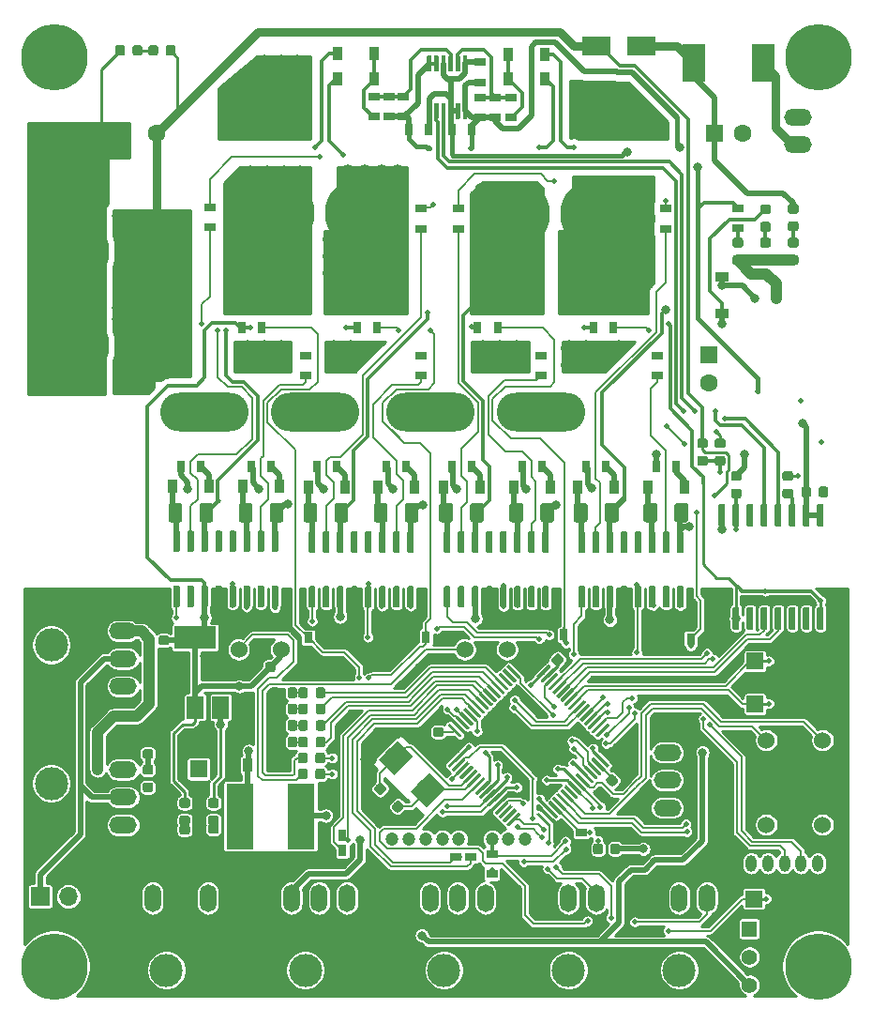
<source format=gbr>
G04 #@! TF.GenerationSoftware,KiCad,Pcbnew,(5.1.4)-1*
G04 #@! TF.CreationDate,2020-03-02T14:52:37+09:00*
G04 #@! TF.ProjectId,SteerMD,53746565-724d-4442-9e6b-696361645f70,rev?*
G04 #@! TF.SameCoordinates,Original*
G04 #@! TF.FileFunction,Copper,L1,Top*
G04 #@! TF.FilePolarity,Positive*
%FSLAX46Y46*%
G04 Gerber Fmt 4.6, Leading zero omitted, Abs format (unit mm)*
G04 Created by KiCad (PCBNEW (5.1.4)-1) date 2020-03-02 14:52:37*
%MOMM*%
%LPD*%
G04 APERTURE LIST*
%ADD10C,1.524000*%
%ADD11O,8.000000X3.500000*%
%ADD12C,0.100000*%
%ADD13C,0.300000*%
%ADD14C,6.000000*%
%ADD15C,1.200000*%
%ADD16O,1.500000X2.500000*%
%ADD17C,3.000000*%
%ADD18C,0.600000*%
%ADD19O,2.500000X1.500000*%
%ADD20O,1.000000X1.524000*%
%ADD21C,6.500000*%
%ADD22C,0.875000*%
%ADD23C,2.000000*%
%ADD24R,1.600000X1.600000*%
%ADD25C,1.600000*%
%ADD26R,2.500000X1.800000*%
%ADD27R,1.200000X0.900000*%
%ADD28R,0.900000X1.200000*%
%ADD29R,1.700000X1.700000*%
%ADD30O,1.700000X1.700000*%
%ADD31R,2.450000X5.900000*%
%ADD32R,2.000000X3.500000*%
%ADD33R,1.500000X1.500000*%
%ADD34R,3.800000X2.000000*%
%ADD35R,1.500000X2.000000*%
%ADD36R,0.800000X1.000000*%
%ADD37R,1.397000X1.397000*%
%ADD38C,1.397000*%
%ADD39R,1.000000X0.800000*%
%ADD40C,1.250000*%
%ADD41C,0.400000*%
%ADD42C,0.500000*%
%ADD43C,0.800000*%
%ADD44C,1.000000*%
%ADD45C,1.500000*%
%ADD46C,0.200000*%
%ADD47C,0.250000*%
%ADD48C,0.500000*%
%ADD49C,0.300000*%
%ADD50C,0.400000*%
%ADD51C,1.000000*%
%ADD52C,0.800000*%
%ADD53C,0.254000*%
G04 APERTURE END LIST*
D10*
X96000000Y-107400000D03*
X94090000Y-107400000D03*
X92180000Y-107400000D03*
D11*
X89090000Y-86000000D03*
X99090000Y-86000000D03*
X119500000Y-86000000D03*
X109500000Y-86000000D03*
D10*
X112590000Y-107400000D03*
X114500000Y-107400000D03*
X116410000Y-107400000D03*
D12*
G36*
X112134812Y-116813534D02*
G01*
X112142093Y-116814614D01*
X112149232Y-116816402D01*
X112156162Y-116818882D01*
X112162816Y-116822029D01*
X112169129Y-116825813D01*
X112175040Y-116830197D01*
X112180494Y-116835140D01*
X112286560Y-116941206D01*
X112291503Y-116946660D01*
X112295887Y-116952571D01*
X112299671Y-116958884D01*
X112302818Y-116965538D01*
X112305298Y-116972468D01*
X112307086Y-116979607D01*
X112308166Y-116986888D01*
X112308527Y-116994239D01*
X112308166Y-117001590D01*
X112307086Y-117008871D01*
X112305298Y-117016010D01*
X112302818Y-117022940D01*
X112299671Y-117029594D01*
X112295887Y-117035907D01*
X112291503Y-117041818D01*
X112286560Y-117047272D01*
X111296610Y-118037222D01*
X111291156Y-118042165D01*
X111285245Y-118046549D01*
X111278932Y-118050333D01*
X111272278Y-118053480D01*
X111265348Y-118055960D01*
X111258209Y-118057748D01*
X111250928Y-118058828D01*
X111243577Y-118059189D01*
X111236226Y-118058828D01*
X111228945Y-118057748D01*
X111221806Y-118055960D01*
X111214876Y-118053480D01*
X111208222Y-118050333D01*
X111201909Y-118046549D01*
X111195998Y-118042165D01*
X111190544Y-118037222D01*
X111084478Y-117931156D01*
X111079535Y-117925702D01*
X111075151Y-117919791D01*
X111071367Y-117913478D01*
X111068220Y-117906824D01*
X111065740Y-117899894D01*
X111063952Y-117892755D01*
X111062872Y-117885474D01*
X111062511Y-117878123D01*
X111062872Y-117870772D01*
X111063952Y-117863491D01*
X111065740Y-117856352D01*
X111068220Y-117849422D01*
X111071367Y-117842768D01*
X111075151Y-117836455D01*
X111079535Y-117830544D01*
X111084478Y-117825090D01*
X112074428Y-116835140D01*
X112079882Y-116830197D01*
X112085793Y-116825813D01*
X112092106Y-116822029D01*
X112098760Y-116818882D01*
X112105690Y-116816402D01*
X112112829Y-116814614D01*
X112120110Y-116813534D01*
X112127461Y-116813173D01*
X112134812Y-116813534D01*
X112134812Y-116813534D01*
G37*
D13*
X111685519Y-117436181D03*
D12*
G36*
X112488365Y-117167087D02*
G01*
X112495646Y-117168167D01*
X112502785Y-117169955D01*
X112509715Y-117172435D01*
X112516369Y-117175582D01*
X112522682Y-117179366D01*
X112528593Y-117183750D01*
X112534047Y-117188693D01*
X112640113Y-117294759D01*
X112645056Y-117300213D01*
X112649440Y-117306124D01*
X112653224Y-117312437D01*
X112656371Y-117319091D01*
X112658851Y-117326021D01*
X112660639Y-117333160D01*
X112661719Y-117340441D01*
X112662080Y-117347792D01*
X112661719Y-117355143D01*
X112660639Y-117362424D01*
X112658851Y-117369563D01*
X112656371Y-117376493D01*
X112653224Y-117383147D01*
X112649440Y-117389460D01*
X112645056Y-117395371D01*
X112640113Y-117400825D01*
X111650163Y-118390775D01*
X111644709Y-118395718D01*
X111638798Y-118400102D01*
X111632485Y-118403886D01*
X111625831Y-118407033D01*
X111618901Y-118409513D01*
X111611762Y-118411301D01*
X111604481Y-118412381D01*
X111597130Y-118412742D01*
X111589779Y-118412381D01*
X111582498Y-118411301D01*
X111575359Y-118409513D01*
X111568429Y-118407033D01*
X111561775Y-118403886D01*
X111555462Y-118400102D01*
X111549551Y-118395718D01*
X111544097Y-118390775D01*
X111438031Y-118284709D01*
X111433088Y-118279255D01*
X111428704Y-118273344D01*
X111424920Y-118267031D01*
X111421773Y-118260377D01*
X111419293Y-118253447D01*
X111417505Y-118246308D01*
X111416425Y-118239027D01*
X111416064Y-118231676D01*
X111416425Y-118224325D01*
X111417505Y-118217044D01*
X111419293Y-118209905D01*
X111421773Y-118202975D01*
X111424920Y-118196321D01*
X111428704Y-118190008D01*
X111433088Y-118184097D01*
X111438031Y-118178643D01*
X112427981Y-117188693D01*
X112433435Y-117183750D01*
X112439346Y-117179366D01*
X112445659Y-117175582D01*
X112452313Y-117172435D01*
X112459243Y-117169955D01*
X112466382Y-117168167D01*
X112473663Y-117167087D01*
X112481014Y-117166726D01*
X112488365Y-117167087D01*
X112488365Y-117167087D01*
G37*
D13*
X112039072Y-117789734D03*
D12*
G36*
X112841918Y-117520640D02*
G01*
X112849199Y-117521720D01*
X112856338Y-117523508D01*
X112863268Y-117525988D01*
X112869922Y-117529135D01*
X112876235Y-117532919D01*
X112882146Y-117537303D01*
X112887600Y-117542246D01*
X112993666Y-117648312D01*
X112998609Y-117653766D01*
X113002993Y-117659677D01*
X113006777Y-117665990D01*
X113009924Y-117672644D01*
X113012404Y-117679574D01*
X113014192Y-117686713D01*
X113015272Y-117693994D01*
X113015633Y-117701345D01*
X113015272Y-117708696D01*
X113014192Y-117715977D01*
X113012404Y-117723116D01*
X113009924Y-117730046D01*
X113006777Y-117736700D01*
X113002993Y-117743013D01*
X112998609Y-117748924D01*
X112993666Y-117754378D01*
X112003716Y-118744328D01*
X111998262Y-118749271D01*
X111992351Y-118753655D01*
X111986038Y-118757439D01*
X111979384Y-118760586D01*
X111972454Y-118763066D01*
X111965315Y-118764854D01*
X111958034Y-118765934D01*
X111950683Y-118766295D01*
X111943332Y-118765934D01*
X111936051Y-118764854D01*
X111928912Y-118763066D01*
X111921982Y-118760586D01*
X111915328Y-118757439D01*
X111909015Y-118753655D01*
X111903104Y-118749271D01*
X111897650Y-118744328D01*
X111791584Y-118638262D01*
X111786641Y-118632808D01*
X111782257Y-118626897D01*
X111778473Y-118620584D01*
X111775326Y-118613930D01*
X111772846Y-118607000D01*
X111771058Y-118599861D01*
X111769978Y-118592580D01*
X111769617Y-118585229D01*
X111769978Y-118577878D01*
X111771058Y-118570597D01*
X111772846Y-118563458D01*
X111775326Y-118556528D01*
X111778473Y-118549874D01*
X111782257Y-118543561D01*
X111786641Y-118537650D01*
X111791584Y-118532196D01*
X112781534Y-117542246D01*
X112786988Y-117537303D01*
X112792899Y-117532919D01*
X112799212Y-117529135D01*
X112805866Y-117525988D01*
X112812796Y-117523508D01*
X112819935Y-117521720D01*
X112827216Y-117520640D01*
X112834567Y-117520279D01*
X112841918Y-117520640D01*
X112841918Y-117520640D01*
G37*
D13*
X112392625Y-118143287D03*
D12*
G36*
X113195472Y-117874194D02*
G01*
X113202753Y-117875274D01*
X113209892Y-117877062D01*
X113216822Y-117879542D01*
X113223476Y-117882689D01*
X113229789Y-117886473D01*
X113235700Y-117890857D01*
X113241154Y-117895800D01*
X113347220Y-118001866D01*
X113352163Y-118007320D01*
X113356547Y-118013231D01*
X113360331Y-118019544D01*
X113363478Y-118026198D01*
X113365958Y-118033128D01*
X113367746Y-118040267D01*
X113368826Y-118047548D01*
X113369187Y-118054899D01*
X113368826Y-118062250D01*
X113367746Y-118069531D01*
X113365958Y-118076670D01*
X113363478Y-118083600D01*
X113360331Y-118090254D01*
X113356547Y-118096567D01*
X113352163Y-118102478D01*
X113347220Y-118107932D01*
X112357270Y-119097882D01*
X112351816Y-119102825D01*
X112345905Y-119107209D01*
X112339592Y-119110993D01*
X112332938Y-119114140D01*
X112326008Y-119116620D01*
X112318869Y-119118408D01*
X112311588Y-119119488D01*
X112304237Y-119119849D01*
X112296886Y-119119488D01*
X112289605Y-119118408D01*
X112282466Y-119116620D01*
X112275536Y-119114140D01*
X112268882Y-119110993D01*
X112262569Y-119107209D01*
X112256658Y-119102825D01*
X112251204Y-119097882D01*
X112145138Y-118991816D01*
X112140195Y-118986362D01*
X112135811Y-118980451D01*
X112132027Y-118974138D01*
X112128880Y-118967484D01*
X112126400Y-118960554D01*
X112124612Y-118953415D01*
X112123532Y-118946134D01*
X112123171Y-118938783D01*
X112123532Y-118931432D01*
X112124612Y-118924151D01*
X112126400Y-118917012D01*
X112128880Y-118910082D01*
X112132027Y-118903428D01*
X112135811Y-118897115D01*
X112140195Y-118891204D01*
X112145138Y-118885750D01*
X113135088Y-117895800D01*
X113140542Y-117890857D01*
X113146453Y-117886473D01*
X113152766Y-117882689D01*
X113159420Y-117879542D01*
X113166350Y-117877062D01*
X113173489Y-117875274D01*
X113180770Y-117874194D01*
X113188121Y-117873833D01*
X113195472Y-117874194D01*
X113195472Y-117874194D01*
G37*
D13*
X112746179Y-118496841D03*
D12*
G36*
X113549025Y-118227747D02*
G01*
X113556306Y-118228827D01*
X113563445Y-118230615D01*
X113570375Y-118233095D01*
X113577029Y-118236242D01*
X113583342Y-118240026D01*
X113589253Y-118244410D01*
X113594707Y-118249353D01*
X113700773Y-118355419D01*
X113705716Y-118360873D01*
X113710100Y-118366784D01*
X113713884Y-118373097D01*
X113717031Y-118379751D01*
X113719511Y-118386681D01*
X113721299Y-118393820D01*
X113722379Y-118401101D01*
X113722740Y-118408452D01*
X113722379Y-118415803D01*
X113721299Y-118423084D01*
X113719511Y-118430223D01*
X113717031Y-118437153D01*
X113713884Y-118443807D01*
X113710100Y-118450120D01*
X113705716Y-118456031D01*
X113700773Y-118461485D01*
X112710823Y-119451435D01*
X112705369Y-119456378D01*
X112699458Y-119460762D01*
X112693145Y-119464546D01*
X112686491Y-119467693D01*
X112679561Y-119470173D01*
X112672422Y-119471961D01*
X112665141Y-119473041D01*
X112657790Y-119473402D01*
X112650439Y-119473041D01*
X112643158Y-119471961D01*
X112636019Y-119470173D01*
X112629089Y-119467693D01*
X112622435Y-119464546D01*
X112616122Y-119460762D01*
X112610211Y-119456378D01*
X112604757Y-119451435D01*
X112498691Y-119345369D01*
X112493748Y-119339915D01*
X112489364Y-119334004D01*
X112485580Y-119327691D01*
X112482433Y-119321037D01*
X112479953Y-119314107D01*
X112478165Y-119306968D01*
X112477085Y-119299687D01*
X112476724Y-119292336D01*
X112477085Y-119284985D01*
X112478165Y-119277704D01*
X112479953Y-119270565D01*
X112482433Y-119263635D01*
X112485580Y-119256981D01*
X112489364Y-119250668D01*
X112493748Y-119244757D01*
X112498691Y-119239303D01*
X113488641Y-118249353D01*
X113494095Y-118244410D01*
X113500006Y-118240026D01*
X113506319Y-118236242D01*
X113512973Y-118233095D01*
X113519903Y-118230615D01*
X113527042Y-118228827D01*
X113534323Y-118227747D01*
X113541674Y-118227386D01*
X113549025Y-118227747D01*
X113549025Y-118227747D01*
G37*
D13*
X113099732Y-118850394D03*
D12*
G36*
X113902579Y-118581301D02*
G01*
X113909860Y-118582381D01*
X113916999Y-118584169D01*
X113923929Y-118586649D01*
X113930583Y-118589796D01*
X113936896Y-118593580D01*
X113942807Y-118597964D01*
X113948261Y-118602907D01*
X114054327Y-118708973D01*
X114059270Y-118714427D01*
X114063654Y-118720338D01*
X114067438Y-118726651D01*
X114070585Y-118733305D01*
X114073065Y-118740235D01*
X114074853Y-118747374D01*
X114075933Y-118754655D01*
X114076294Y-118762006D01*
X114075933Y-118769357D01*
X114074853Y-118776638D01*
X114073065Y-118783777D01*
X114070585Y-118790707D01*
X114067438Y-118797361D01*
X114063654Y-118803674D01*
X114059270Y-118809585D01*
X114054327Y-118815039D01*
X113064377Y-119804989D01*
X113058923Y-119809932D01*
X113053012Y-119814316D01*
X113046699Y-119818100D01*
X113040045Y-119821247D01*
X113033115Y-119823727D01*
X113025976Y-119825515D01*
X113018695Y-119826595D01*
X113011344Y-119826956D01*
X113003993Y-119826595D01*
X112996712Y-119825515D01*
X112989573Y-119823727D01*
X112982643Y-119821247D01*
X112975989Y-119818100D01*
X112969676Y-119814316D01*
X112963765Y-119809932D01*
X112958311Y-119804989D01*
X112852245Y-119698923D01*
X112847302Y-119693469D01*
X112842918Y-119687558D01*
X112839134Y-119681245D01*
X112835987Y-119674591D01*
X112833507Y-119667661D01*
X112831719Y-119660522D01*
X112830639Y-119653241D01*
X112830278Y-119645890D01*
X112830639Y-119638539D01*
X112831719Y-119631258D01*
X112833507Y-119624119D01*
X112835987Y-119617189D01*
X112839134Y-119610535D01*
X112842918Y-119604222D01*
X112847302Y-119598311D01*
X112852245Y-119592857D01*
X113842195Y-118602907D01*
X113847649Y-118597964D01*
X113853560Y-118593580D01*
X113859873Y-118589796D01*
X113866527Y-118586649D01*
X113873457Y-118584169D01*
X113880596Y-118582381D01*
X113887877Y-118581301D01*
X113895228Y-118580940D01*
X113902579Y-118581301D01*
X113902579Y-118581301D01*
G37*
D13*
X113453286Y-119203948D03*
D12*
G36*
X114256132Y-118934854D02*
G01*
X114263413Y-118935934D01*
X114270552Y-118937722D01*
X114277482Y-118940202D01*
X114284136Y-118943349D01*
X114290449Y-118947133D01*
X114296360Y-118951517D01*
X114301814Y-118956460D01*
X114407880Y-119062526D01*
X114412823Y-119067980D01*
X114417207Y-119073891D01*
X114420991Y-119080204D01*
X114424138Y-119086858D01*
X114426618Y-119093788D01*
X114428406Y-119100927D01*
X114429486Y-119108208D01*
X114429847Y-119115559D01*
X114429486Y-119122910D01*
X114428406Y-119130191D01*
X114426618Y-119137330D01*
X114424138Y-119144260D01*
X114420991Y-119150914D01*
X114417207Y-119157227D01*
X114412823Y-119163138D01*
X114407880Y-119168592D01*
X113417930Y-120158542D01*
X113412476Y-120163485D01*
X113406565Y-120167869D01*
X113400252Y-120171653D01*
X113393598Y-120174800D01*
X113386668Y-120177280D01*
X113379529Y-120179068D01*
X113372248Y-120180148D01*
X113364897Y-120180509D01*
X113357546Y-120180148D01*
X113350265Y-120179068D01*
X113343126Y-120177280D01*
X113336196Y-120174800D01*
X113329542Y-120171653D01*
X113323229Y-120167869D01*
X113317318Y-120163485D01*
X113311864Y-120158542D01*
X113205798Y-120052476D01*
X113200855Y-120047022D01*
X113196471Y-120041111D01*
X113192687Y-120034798D01*
X113189540Y-120028144D01*
X113187060Y-120021214D01*
X113185272Y-120014075D01*
X113184192Y-120006794D01*
X113183831Y-119999443D01*
X113184192Y-119992092D01*
X113185272Y-119984811D01*
X113187060Y-119977672D01*
X113189540Y-119970742D01*
X113192687Y-119964088D01*
X113196471Y-119957775D01*
X113200855Y-119951864D01*
X113205798Y-119946410D01*
X114195748Y-118956460D01*
X114201202Y-118951517D01*
X114207113Y-118947133D01*
X114213426Y-118943349D01*
X114220080Y-118940202D01*
X114227010Y-118937722D01*
X114234149Y-118935934D01*
X114241430Y-118934854D01*
X114248781Y-118934493D01*
X114256132Y-118934854D01*
X114256132Y-118934854D01*
G37*
D13*
X113806839Y-119557501D03*
D12*
G36*
X114609685Y-119288407D02*
G01*
X114616966Y-119289487D01*
X114624105Y-119291275D01*
X114631035Y-119293755D01*
X114637689Y-119296902D01*
X114644002Y-119300686D01*
X114649913Y-119305070D01*
X114655367Y-119310013D01*
X114761433Y-119416079D01*
X114766376Y-119421533D01*
X114770760Y-119427444D01*
X114774544Y-119433757D01*
X114777691Y-119440411D01*
X114780171Y-119447341D01*
X114781959Y-119454480D01*
X114783039Y-119461761D01*
X114783400Y-119469112D01*
X114783039Y-119476463D01*
X114781959Y-119483744D01*
X114780171Y-119490883D01*
X114777691Y-119497813D01*
X114774544Y-119504467D01*
X114770760Y-119510780D01*
X114766376Y-119516691D01*
X114761433Y-119522145D01*
X113771483Y-120512095D01*
X113766029Y-120517038D01*
X113760118Y-120521422D01*
X113753805Y-120525206D01*
X113747151Y-120528353D01*
X113740221Y-120530833D01*
X113733082Y-120532621D01*
X113725801Y-120533701D01*
X113718450Y-120534062D01*
X113711099Y-120533701D01*
X113703818Y-120532621D01*
X113696679Y-120530833D01*
X113689749Y-120528353D01*
X113683095Y-120525206D01*
X113676782Y-120521422D01*
X113670871Y-120517038D01*
X113665417Y-120512095D01*
X113559351Y-120406029D01*
X113554408Y-120400575D01*
X113550024Y-120394664D01*
X113546240Y-120388351D01*
X113543093Y-120381697D01*
X113540613Y-120374767D01*
X113538825Y-120367628D01*
X113537745Y-120360347D01*
X113537384Y-120352996D01*
X113537745Y-120345645D01*
X113538825Y-120338364D01*
X113540613Y-120331225D01*
X113543093Y-120324295D01*
X113546240Y-120317641D01*
X113550024Y-120311328D01*
X113554408Y-120305417D01*
X113559351Y-120299963D01*
X114549301Y-119310013D01*
X114554755Y-119305070D01*
X114560666Y-119300686D01*
X114566979Y-119296902D01*
X114573633Y-119293755D01*
X114580563Y-119291275D01*
X114587702Y-119289487D01*
X114594983Y-119288407D01*
X114602334Y-119288046D01*
X114609685Y-119288407D01*
X114609685Y-119288407D01*
G37*
D13*
X114160392Y-119911054D03*
D12*
G36*
X114963239Y-119641961D02*
G01*
X114970520Y-119643041D01*
X114977659Y-119644829D01*
X114984589Y-119647309D01*
X114991243Y-119650456D01*
X114997556Y-119654240D01*
X115003467Y-119658624D01*
X115008921Y-119663567D01*
X115114987Y-119769633D01*
X115119930Y-119775087D01*
X115124314Y-119780998D01*
X115128098Y-119787311D01*
X115131245Y-119793965D01*
X115133725Y-119800895D01*
X115135513Y-119808034D01*
X115136593Y-119815315D01*
X115136954Y-119822666D01*
X115136593Y-119830017D01*
X115135513Y-119837298D01*
X115133725Y-119844437D01*
X115131245Y-119851367D01*
X115128098Y-119858021D01*
X115124314Y-119864334D01*
X115119930Y-119870245D01*
X115114987Y-119875699D01*
X114125037Y-120865649D01*
X114119583Y-120870592D01*
X114113672Y-120874976D01*
X114107359Y-120878760D01*
X114100705Y-120881907D01*
X114093775Y-120884387D01*
X114086636Y-120886175D01*
X114079355Y-120887255D01*
X114072004Y-120887616D01*
X114064653Y-120887255D01*
X114057372Y-120886175D01*
X114050233Y-120884387D01*
X114043303Y-120881907D01*
X114036649Y-120878760D01*
X114030336Y-120874976D01*
X114024425Y-120870592D01*
X114018971Y-120865649D01*
X113912905Y-120759583D01*
X113907962Y-120754129D01*
X113903578Y-120748218D01*
X113899794Y-120741905D01*
X113896647Y-120735251D01*
X113894167Y-120728321D01*
X113892379Y-120721182D01*
X113891299Y-120713901D01*
X113890938Y-120706550D01*
X113891299Y-120699199D01*
X113892379Y-120691918D01*
X113894167Y-120684779D01*
X113896647Y-120677849D01*
X113899794Y-120671195D01*
X113903578Y-120664882D01*
X113907962Y-120658971D01*
X113912905Y-120653517D01*
X114902855Y-119663567D01*
X114908309Y-119658624D01*
X114914220Y-119654240D01*
X114920533Y-119650456D01*
X114927187Y-119647309D01*
X114934117Y-119644829D01*
X114941256Y-119643041D01*
X114948537Y-119641961D01*
X114955888Y-119641600D01*
X114963239Y-119641961D01*
X114963239Y-119641961D01*
G37*
D13*
X114513946Y-120264608D03*
D12*
G36*
X115316792Y-119995514D02*
G01*
X115324073Y-119996594D01*
X115331212Y-119998382D01*
X115338142Y-120000862D01*
X115344796Y-120004009D01*
X115351109Y-120007793D01*
X115357020Y-120012177D01*
X115362474Y-120017120D01*
X115468540Y-120123186D01*
X115473483Y-120128640D01*
X115477867Y-120134551D01*
X115481651Y-120140864D01*
X115484798Y-120147518D01*
X115487278Y-120154448D01*
X115489066Y-120161587D01*
X115490146Y-120168868D01*
X115490507Y-120176219D01*
X115490146Y-120183570D01*
X115489066Y-120190851D01*
X115487278Y-120197990D01*
X115484798Y-120204920D01*
X115481651Y-120211574D01*
X115477867Y-120217887D01*
X115473483Y-120223798D01*
X115468540Y-120229252D01*
X114478590Y-121219202D01*
X114473136Y-121224145D01*
X114467225Y-121228529D01*
X114460912Y-121232313D01*
X114454258Y-121235460D01*
X114447328Y-121237940D01*
X114440189Y-121239728D01*
X114432908Y-121240808D01*
X114425557Y-121241169D01*
X114418206Y-121240808D01*
X114410925Y-121239728D01*
X114403786Y-121237940D01*
X114396856Y-121235460D01*
X114390202Y-121232313D01*
X114383889Y-121228529D01*
X114377978Y-121224145D01*
X114372524Y-121219202D01*
X114266458Y-121113136D01*
X114261515Y-121107682D01*
X114257131Y-121101771D01*
X114253347Y-121095458D01*
X114250200Y-121088804D01*
X114247720Y-121081874D01*
X114245932Y-121074735D01*
X114244852Y-121067454D01*
X114244491Y-121060103D01*
X114244852Y-121052752D01*
X114245932Y-121045471D01*
X114247720Y-121038332D01*
X114250200Y-121031402D01*
X114253347Y-121024748D01*
X114257131Y-121018435D01*
X114261515Y-121012524D01*
X114266458Y-121007070D01*
X115256408Y-120017120D01*
X115261862Y-120012177D01*
X115267773Y-120007793D01*
X115274086Y-120004009D01*
X115280740Y-120000862D01*
X115287670Y-119998382D01*
X115294809Y-119996594D01*
X115302090Y-119995514D01*
X115309441Y-119995153D01*
X115316792Y-119995514D01*
X115316792Y-119995514D01*
G37*
D13*
X114867499Y-120618161D03*
D12*
G36*
X115670345Y-120349067D02*
G01*
X115677626Y-120350147D01*
X115684765Y-120351935D01*
X115691695Y-120354415D01*
X115698349Y-120357562D01*
X115704662Y-120361346D01*
X115710573Y-120365730D01*
X115716027Y-120370673D01*
X115822093Y-120476739D01*
X115827036Y-120482193D01*
X115831420Y-120488104D01*
X115835204Y-120494417D01*
X115838351Y-120501071D01*
X115840831Y-120508001D01*
X115842619Y-120515140D01*
X115843699Y-120522421D01*
X115844060Y-120529772D01*
X115843699Y-120537123D01*
X115842619Y-120544404D01*
X115840831Y-120551543D01*
X115838351Y-120558473D01*
X115835204Y-120565127D01*
X115831420Y-120571440D01*
X115827036Y-120577351D01*
X115822093Y-120582805D01*
X114832143Y-121572755D01*
X114826689Y-121577698D01*
X114820778Y-121582082D01*
X114814465Y-121585866D01*
X114807811Y-121589013D01*
X114800881Y-121591493D01*
X114793742Y-121593281D01*
X114786461Y-121594361D01*
X114779110Y-121594722D01*
X114771759Y-121594361D01*
X114764478Y-121593281D01*
X114757339Y-121591493D01*
X114750409Y-121589013D01*
X114743755Y-121585866D01*
X114737442Y-121582082D01*
X114731531Y-121577698D01*
X114726077Y-121572755D01*
X114620011Y-121466689D01*
X114615068Y-121461235D01*
X114610684Y-121455324D01*
X114606900Y-121449011D01*
X114603753Y-121442357D01*
X114601273Y-121435427D01*
X114599485Y-121428288D01*
X114598405Y-121421007D01*
X114598044Y-121413656D01*
X114598405Y-121406305D01*
X114599485Y-121399024D01*
X114601273Y-121391885D01*
X114603753Y-121384955D01*
X114606900Y-121378301D01*
X114610684Y-121371988D01*
X114615068Y-121366077D01*
X114620011Y-121360623D01*
X115609961Y-120370673D01*
X115615415Y-120365730D01*
X115621326Y-120361346D01*
X115627639Y-120357562D01*
X115634293Y-120354415D01*
X115641223Y-120351935D01*
X115648362Y-120350147D01*
X115655643Y-120349067D01*
X115662994Y-120348706D01*
X115670345Y-120349067D01*
X115670345Y-120349067D01*
G37*
D13*
X115221052Y-120971714D03*
D12*
G36*
X116023899Y-120702621D02*
G01*
X116031180Y-120703701D01*
X116038319Y-120705489D01*
X116045249Y-120707969D01*
X116051903Y-120711116D01*
X116058216Y-120714900D01*
X116064127Y-120719284D01*
X116069581Y-120724227D01*
X116175647Y-120830293D01*
X116180590Y-120835747D01*
X116184974Y-120841658D01*
X116188758Y-120847971D01*
X116191905Y-120854625D01*
X116194385Y-120861555D01*
X116196173Y-120868694D01*
X116197253Y-120875975D01*
X116197614Y-120883326D01*
X116197253Y-120890677D01*
X116196173Y-120897958D01*
X116194385Y-120905097D01*
X116191905Y-120912027D01*
X116188758Y-120918681D01*
X116184974Y-120924994D01*
X116180590Y-120930905D01*
X116175647Y-120936359D01*
X115185697Y-121926309D01*
X115180243Y-121931252D01*
X115174332Y-121935636D01*
X115168019Y-121939420D01*
X115161365Y-121942567D01*
X115154435Y-121945047D01*
X115147296Y-121946835D01*
X115140015Y-121947915D01*
X115132664Y-121948276D01*
X115125313Y-121947915D01*
X115118032Y-121946835D01*
X115110893Y-121945047D01*
X115103963Y-121942567D01*
X115097309Y-121939420D01*
X115090996Y-121935636D01*
X115085085Y-121931252D01*
X115079631Y-121926309D01*
X114973565Y-121820243D01*
X114968622Y-121814789D01*
X114964238Y-121808878D01*
X114960454Y-121802565D01*
X114957307Y-121795911D01*
X114954827Y-121788981D01*
X114953039Y-121781842D01*
X114951959Y-121774561D01*
X114951598Y-121767210D01*
X114951959Y-121759859D01*
X114953039Y-121752578D01*
X114954827Y-121745439D01*
X114957307Y-121738509D01*
X114960454Y-121731855D01*
X114964238Y-121725542D01*
X114968622Y-121719631D01*
X114973565Y-121714177D01*
X115963515Y-120724227D01*
X115968969Y-120719284D01*
X115974880Y-120714900D01*
X115981193Y-120711116D01*
X115987847Y-120707969D01*
X115994777Y-120705489D01*
X116001916Y-120703701D01*
X116009197Y-120702621D01*
X116016548Y-120702260D01*
X116023899Y-120702621D01*
X116023899Y-120702621D01*
G37*
D13*
X115574606Y-121325268D03*
D12*
G36*
X116377452Y-121056174D02*
G01*
X116384733Y-121057254D01*
X116391872Y-121059042D01*
X116398802Y-121061522D01*
X116405456Y-121064669D01*
X116411769Y-121068453D01*
X116417680Y-121072837D01*
X116423134Y-121077780D01*
X116529200Y-121183846D01*
X116534143Y-121189300D01*
X116538527Y-121195211D01*
X116542311Y-121201524D01*
X116545458Y-121208178D01*
X116547938Y-121215108D01*
X116549726Y-121222247D01*
X116550806Y-121229528D01*
X116551167Y-121236879D01*
X116550806Y-121244230D01*
X116549726Y-121251511D01*
X116547938Y-121258650D01*
X116545458Y-121265580D01*
X116542311Y-121272234D01*
X116538527Y-121278547D01*
X116534143Y-121284458D01*
X116529200Y-121289912D01*
X115539250Y-122279862D01*
X115533796Y-122284805D01*
X115527885Y-122289189D01*
X115521572Y-122292973D01*
X115514918Y-122296120D01*
X115507988Y-122298600D01*
X115500849Y-122300388D01*
X115493568Y-122301468D01*
X115486217Y-122301829D01*
X115478866Y-122301468D01*
X115471585Y-122300388D01*
X115464446Y-122298600D01*
X115457516Y-122296120D01*
X115450862Y-122292973D01*
X115444549Y-122289189D01*
X115438638Y-122284805D01*
X115433184Y-122279862D01*
X115327118Y-122173796D01*
X115322175Y-122168342D01*
X115317791Y-122162431D01*
X115314007Y-122156118D01*
X115310860Y-122149464D01*
X115308380Y-122142534D01*
X115306592Y-122135395D01*
X115305512Y-122128114D01*
X115305151Y-122120763D01*
X115305512Y-122113412D01*
X115306592Y-122106131D01*
X115308380Y-122098992D01*
X115310860Y-122092062D01*
X115314007Y-122085408D01*
X115317791Y-122079095D01*
X115322175Y-122073184D01*
X115327118Y-122067730D01*
X116317068Y-121077780D01*
X116322522Y-121072837D01*
X116328433Y-121068453D01*
X116334746Y-121064669D01*
X116341400Y-121061522D01*
X116348330Y-121059042D01*
X116355469Y-121057254D01*
X116362750Y-121056174D01*
X116370101Y-121055813D01*
X116377452Y-121056174D01*
X116377452Y-121056174D01*
G37*
D13*
X115928159Y-121678821D03*
D12*
G36*
X116731006Y-121409728D02*
G01*
X116738287Y-121410808D01*
X116745426Y-121412596D01*
X116752356Y-121415076D01*
X116759010Y-121418223D01*
X116765323Y-121422007D01*
X116771234Y-121426391D01*
X116776688Y-121431334D01*
X116882754Y-121537400D01*
X116887697Y-121542854D01*
X116892081Y-121548765D01*
X116895865Y-121555078D01*
X116899012Y-121561732D01*
X116901492Y-121568662D01*
X116903280Y-121575801D01*
X116904360Y-121583082D01*
X116904721Y-121590433D01*
X116904360Y-121597784D01*
X116903280Y-121605065D01*
X116901492Y-121612204D01*
X116899012Y-121619134D01*
X116895865Y-121625788D01*
X116892081Y-121632101D01*
X116887697Y-121638012D01*
X116882754Y-121643466D01*
X115892804Y-122633416D01*
X115887350Y-122638359D01*
X115881439Y-122642743D01*
X115875126Y-122646527D01*
X115868472Y-122649674D01*
X115861542Y-122652154D01*
X115854403Y-122653942D01*
X115847122Y-122655022D01*
X115839771Y-122655383D01*
X115832420Y-122655022D01*
X115825139Y-122653942D01*
X115818000Y-122652154D01*
X115811070Y-122649674D01*
X115804416Y-122646527D01*
X115798103Y-122642743D01*
X115792192Y-122638359D01*
X115786738Y-122633416D01*
X115680672Y-122527350D01*
X115675729Y-122521896D01*
X115671345Y-122515985D01*
X115667561Y-122509672D01*
X115664414Y-122503018D01*
X115661934Y-122496088D01*
X115660146Y-122488949D01*
X115659066Y-122481668D01*
X115658705Y-122474317D01*
X115659066Y-122466966D01*
X115660146Y-122459685D01*
X115661934Y-122452546D01*
X115664414Y-122445616D01*
X115667561Y-122438962D01*
X115671345Y-122432649D01*
X115675729Y-122426738D01*
X115680672Y-122421284D01*
X116670622Y-121431334D01*
X116676076Y-121426391D01*
X116681987Y-121422007D01*
X116688300Y-121418223D01*
X116694954Y-121415076D01*
X116701884Y-121412596D01*
X116709023Y-121410808D01*
X116716304Y-121409728D01*
X116723655Y-121409367D01*
X116731006Y-121409728D01*
X116731006Y-121409728D01*
G37*
D13*
X116281713Y-122032375D03*
D12*
G36*
X117084559Y-121763281D02*
G01*
X117091840Y-121764361D01*
X117098979Y-121766149D01*
X117105909Y-121768629D01*
X117112563Y-121771776D01*
X117118876Y-121775560D01*
X117124787Y-121779944D01*
X117130241Y-121784887D01*
X117236307Y-121890953D01*
X117241250Y-121896407D01*
X117245634Y-121902318D01*
X117249418Y-121908631D01*
X117252565Y-121915285D01*
X117255045Y-121922215D01*
X117256833Y-121929354D01*
X117257913Y-121936635D01*
X117258274Y-121943986D01*
X117257913Y-121951337D01*
X117256833Y-121958618D01*
X117255045Y-121965757D01*
X117252565Y-121972687D01*
X117249418Y-121979341D01*
X117245634Y-121985654D01*
X117241250Y-121991565D01*
X117236307Y-121997019D01*
X116246357Y-122986969D01*
X116240903Y-122991912D01*
X116234992Y-122996296D01*
X116228679Y-123000080D01*
X116222025Y-123003227D01*
X116215095Y-123005707D01*
X116207956Y-123007495D01*
X116200675Y-123008575D01*
X116193324Y-123008936D01*
X116185973Y-123008575D01*
X116178692Y-123007495D01*
X116171553Y-123005707D01*
X116164623Y-123003227D01*
X116157969Y-123000080D01*
X116151656Y-122996296D01*
X116145745Y-122991912D01*
X116140291Y-122986969D01*
X116034225Y-122880903D01*
X116029282Y-122875449D01*
X116024898Y-122869538D01*
X116021114Y-122863225D01*
X116017967Y-122856571D01*
X116015487Y-122849641D01*
X116013699Y-122842502D01*
X116012619Y-122835221D01*
X116012258Y-122827870D01*
X116012619Y-122820519D01*
X116013699Y-122813238D01*
X116015487Y-122806099D01*
X116017967Y-122799169D01*
X116021114Y-122792515D01*
X116024898Y-122786202D01*
X116029282Y-122780291D01*
X116034225Y-122774837D01*
X117024175Y-121784887D01*
X117029629Y-121779944D01*
X117035540Y-121775560D01*
X117041853Y-121771776D01*
X117048507Y-121768629D01*
X117055437Y-121766149D01*
X117062576Y-121764361D01*
X117069857Y-121763281D01*
X117077208Y-121762920D01*
X117084559Y-121763281D01*
X117084559Y-121763281D01*
G37*
D13*
X116635266Y-122385928D03*
D12*
G36*
X117438112Y-122116834D02*
G01*
X117445393Y-122117914D01*
X117452532Y-122119702D01*
X117459462Y-122122182D01*
X117466116Y-122125329D01*
X117472429Y-122129113D01*
X117478340Y-122133497D01*
X117483794Y-122138440D01*
X117589860Y-122244506D01*
X117594803Y-122249960D01*
X117599187Y-122255871D01*
X117602971Y-122262184D01*
X117606118Y-122268838D01*
X117608598Y-122275768D01*
X117610386Y-122282907D01*
X117611466Y-122290188D01*
X117611827Y-122297539D01*
X117611466Y-122304890D01*
X117610386Y-122312171D01*
X117608598Y-122319310D01*
X117606118Y-122326240D01*
X117602971Y-122332894D01*
X117599187Y-122339207D01*
X117594803Y-122345118D01*
X117589860Y-122350572D01*
X116599910Y-123340522D01*
X116594456Y-123345465D01*
X116588545Y-123349849D01*
X116582232Y-123353633D01*
X116575578Y-123356780D01*
X116568648Y-123359260D01*
X116561509Y-123361048D01*
X116554228Y-123362128D01*
X116546877Y-123362489D01*
X116539526Y-123362128D01*
X116532245Y-123361048D01*
X116525106Y-123359260D01*
X116518176Y-123356780D01*
X116511522Y-123353633D01*
X116505209Y-123349849D01*
X116499298Y-123345465D01*
X116493844Y-123340522D01*
X116387778Y-123234456D01*
X116382835Y-123229002D01*
X116378451Y-123223091D01*
X116374667Y-123216778D01*
X116371520Y-123210124D01*
X116369040Y-123203194D01*
X116367252Y-123196055D01*
X116366172Y-123188774D01*
X116365811Y-123181423D01*
X116366172Y-123174072D01*
X116367252Y-123166791D01*
X116369040Y-123159652D01*
X116371520Y-123152722D01*
X116374667Y-123146068D01*
X116378451Y-123139755D01*
X116382835Y-123133844D01*
X116387778Y-123128390D01*
X117377728Y-122138440D01*
X117383182Y-122133497D01*
X117389093Y-122129113D01*
X117395406Y-122125329D01*
X117402060Y-122122182D01*
X117408990Y-122119702D01*
X117416129Y-122117914D01*
X117423410Y-122116834D01*
X117430761Y-122116473D01*
X117438112Y-122116834D01*
X117438112Y-122116834D01*
G37*
D13*
X116988819Y-122739481D03*
D12*
G36*
X119276590Y-122116834D02*
G01*
X119283871Y-122117914D01*
X119291010Y-122119702D01*
X119297940Y-122122182D01*
X119304594Y-122125329D01*
X119310907Y-122129113D01*
X119316818Y-122133497D01*
X119322272Y-122138440D01*
X120312222Y-123128390D01*
X120317165Y-123133844D01*
X120321549Y-123139755D01*
X120325333Y-123146068D01*
X120328480Y-123152722D01*
X120330960Y-123159652D01*
X120332748Y-123166791D01*
X120333828Y-123174072D01*
X120334189Y-123181423D01*
X120333828Y-123188774D01*
X120332748Y-123196055D01*
X120330960Y-123203194D01*
X120328480Y-123210124D01*
X120325333Y-123216778D01*
X120321549Y-123223091D01*
X120317165Y-123229002D01*
X120312222Y-123234456D01*
X120206156Y-123340522D01*
X120200702Y-123345465D01*
X120194791Y-123349849D01*
X120188478Y-123353633D01*
X120181824Y-123356780D01*
X120174894Y-123359260D01*
X120167755Y-123361048D01*
X120160474Y-123362128D01*
X120153123Y-123362489D01*
X120145772Y-123362128D01*
X120138491Y-123361048D01*
X120131352Y-123359260D01*
X120124422Y-123356780D01*
X120117768Y-123353633D01*
X120111455Y-123349849D01*
X120105544Y-123345465D01*
X120100090Y-123340522D01*
X119110140Y-122350572D01*
X119105197Y-122345118D01*
X119100813Y-122339207D01*
X119097029Y-122332894D01*
X119093882Y-122326240D01*
X119091402Y-122319310D01*
X119089614Y-122312171D01*
X119088534Y-122304890D01*
X119088173Y-122297539D01*
X119088534Y-122290188D01*
X119089614Y-122282907D01*
X119091402Y-122275768D01*
X119093882Y-122268838D01*
X119097029Y-122262184D01*
X119100813Y-122255871D01*
X119105197Y-122249960D01*
X119110140Y-122244506D01*
X119216206Y-122138440D01*
X119221660Y-122133497D01*
X119227571Y-122129113D01*
X119233884Y-122125329D01*
X119240538Y-122122182D01*
X119247468Y-122119702D01*
X119254607Y-122117914D01*
X119261888Y-122116834D01*
X119269239Y-122116473D01*
X119276590Y-122116834D01*
X119276590Y-122116834D01*
G37*
D13*
X119711181Y-122739481D03*
D12*
G36*
X119630143Y-121763281D02*
G01*
X119637424Y-121764361D01*
X119644563Y-121766149D01*
X119651493Y-121768629D01*
X119658147Y-121771776D01*
X119664460Y-121775560D01*
X119670371Y-121779944D01*
X119675825Y-121784887D01*
X120665775Y-122774837D01*
X120670718Y-122780291D01*
X120675102Y-122786202D01*
X120678886Y-122792515D01*
X120682033Y-122799169D01*
X120684513Y-122806099D01*
X120686301Y-122813238D01*
X120687381Y-122820519D01*
X120687742Y-122827870D01*
X120687381Y-122835221D01*
X120686301Y-122842502D01*
X120684513Y-122849641D01*
X120682033Y-122856571D01*
X120678886Y-122863225D01*
X120675102Y-122869538D01*
X120670718Y-122875449D01*
X120665775Y-122880903D01*
X120559709Y-122986969D01*
X120554255Y-122991912D01*
X120548344Y-122996296D01*
X120542031Y-123000080D01*
X120535377Y-123003227D01*
X120528447Y-123005707D01*
X120521308Y-123007495D01*
X120514027Y-123008575D01*
X120506676Y-123008936D01*
X120499325Y-123008575D01*
X120492044Y-123007495D01*
X120484905Y-123005707D01*
X120477975Y-123003227D01*
X120471321Y-123000080D01*
X120465008Y-122996296D01*
X120459097Y-122991912D01*
X120453643Y-122986969D01*
X119463693Y-121997019D01*
X119458750Y-121991565D01*
X119454366Y-121985654D01*
X119450582Y-121979341D01*
X119447435Y-121972687D01*
X119444955Y-121965757D01*
X119443167Y-121958618D01*
X119442087Y-121951337D01*
X119441726Y-121943986D01*
X119442087Y-121936635D01*
X119443167Y-121929354D01*
X119444955Y-121922215D01*
X119447435Y-121915285D01*
X119450582Y-121908631D01*
X119454366Y-121902318D01*
X119458750Y-121896407D01*
X119463693Y-121890953D01*
X119569759Y-121784887D01*
X119575213Y-121779944D01*
X119581124Y-121775560D01*
X119587437Y-121771776D01*
X119594091Y-121768629D01*
X119601021Y-121766149D01*
X119608160Y-121764361D01*
X119615441Y-121763281D01*
X119622792Y-121762920D01*
X119630143Y-121763281D01*
X119630143Y-121763281D01*
G37*
D13*
X120064734Y-122385928D03*
D12*
G36*
X119983696Y-121409728D02*
G01*
X119990977Y-121410808D01*
X119998116Y-121412596D01*
X120005046Y-121415076D01*
X120011700Y-121418223D01*
X120018013Y-121422007D01*
X120023924Y-121426391D01*
X120029378Y-121431334D01*
X121019328Y-122421284D01*
X121024271Y-122426738D01*
X121028655Y-122432649D01*
X121032439Y-122438962D01*
X121035586Y-122445616D01*
X121038066Y-122452546D01*
X121039854Y-122459685D01*
X121040934Y-122466966D01*
X121041295Y-122474317D01*
X121040934Y-122481668D01*
X121039854Y-122488949D01*
X121038066Y-122496088D01*
X121035586Y-122503018D01*
X121032439Y-122509672D01*
X121028655Y-122515985D01*
X121024271Y-122521896D01*
X121019328Y-122527350D01*
X120913262Y-122633416D01*
X120907808Y-122638359D01*
X120901897Y-122642743D01*
X120895584Y-122646527D01*
X120888930Y-122649674D01*
X120882000Y-122652154D01*
X120874861Y-122653942D01*
X120867580Y-122655022D01*
X120860229Y-122655383D01*
X120852878Y-122655022D01*
X120845597Y-122653942D01*
X120838458Y-122652154D01*
X120831528Y-122649674D01*
X120824874Y-122646527D01*
X120818561Y-122642743D01*
X120812650Y-122638359D01*
X120807196Y-122633416D01*
X119817246Y-121643466D01*
X119812303Y-121638012D01*
X119807919Y-121632101D01*
X119804135Y-121625788D01*
X119800988Y-121619134D01*
X119798508Y-121612204D01*
X119796720Y-121605065D01*
X119795640Y-121597784D01*
X119795279Y-121590433D01*
X119795640Y-121583082D01*
X119796720Y-121575801D01*
X119798508Y-121568662D01*
X119800988Y-121561732D01*
X119804135Y-121555078D01*
X119807919Y-121548765D01*
X119812303Y-121542854D01*
X119817246Y-121537400D01*
X119923312Y-121431334D01*
X119928766Y-121426391D01*
X119934677Y-121422007D01*
X119940990Y-121418223D01*
X119947644Y-121415076D01*
X119954574Y-121412596D01*
X119961713Y-121410808D01*
X119968994Y-121409728D01*
X119976345Y-121409367D01*
X119983696Y-121409728D01*
X119983696Y-121409728D01*
G37*
D13*
X120418287Y-122032375D03*
D12*
G36*
X120337250Y-121056174D02*
G01*
X120344531Y-121057254D01*
X120351670Y-121059042D01*
X120358600Y-121061522D01*
X120365254Y-121064669D01*
X120371567Y-121068453D01*
X120377478Y-121072837D01*
X120382932Y-121077780D01*
X121372882Y-122067730D01*
X121377825Y-122073184D01*
X121382209Y-122079095D01*
X121385993Y-122085408D01*
X121389140Y-122092062D01*
X121391620Y-122098992D01*
X121393408Y-122106131D01*
X121394488Y-122113412D01*
X121394849Y-122120763D01*
X121394488Y-122128114D01*
X121393408Y-122135395D01*
X121391620Y-122142534D01*
X121389140Y-122149464D01*
X121385993Y-122156118D01*
X121382209Y-122162431D01*
X121377825Y-122168342D01*
X121372882Y-122173796D01*
X121266816Y-122279862D01*
X121261362Y-122284805D01*
X121255451Y-122289189D01*
X121249138Y-122292973D01*
X121242484Y-122296120D01*
X121235554Y-122298600D01*
X121228415Y-122300388D01*
X121221134Y-122301468D01*
X121213783Y-122301829D01*
X121206432Y-122301468D01*
X121199151Y-122300388D01*
X121192012Y-122298600D01*
X121185082Y-122296120D01*
X121178428Y-122292973D01*
X121172115Y-122289189D01*
X121166204Y-122284805D01*
X121160750Y-122279862D01*
X120170800Y-121289912D01*
X120165857Y-121284458D01*
X120161473Y-121278547D01*
X120157689Y-121272234D01*
X120154542Y-121265580D01*
X120152062Y-121258650D01*
X120150274Y-121251511D01*
X120149194Y-121244230D01*
X120148833Y-121236879D01*
X120149194Y-121229528D01*
X120150274Y-121222247D01*
X120152062Y-121215108D01*
X120154542Y-121208178D01*
X120157689Y-121201524D01*
X120161473Y-121195211D01*
X120165857Y-121189300D01*
X120170800Y-121183846D01*
X120276866Y-121077780D01*
X120282320Y-121072837D01*
X120288231Y-121068453D01*
X120294544Y-121064669D01*
X120301198Y-121061522D01*
X120308128Y-121059042D01*
X120315267Y-121057254D01*
X120322548Y-121056174D01*
X120329899Y-121055813D01*
X120337250Y-121056174D01*
X120337250Y-121056174D01*
G37*
D13*
X120771841Y-121678821D03*
D12*
G36*
X120690803Y-120702621D02*
G01*
X120698084Y-120703701D01*
X120705223Y-120705489D01*
X120712153Y-120707969D01*
X120718807Y-120711116D01*
X120725120Y-120714900D01*
X120731031Y-120719284D01*
X120736485Y-120724227D01*
X121726435Y-121714177D01*
X121731378Y-121719631D01*
X121735762Y-121725542D01*
X121739546Y-121731855D01*
X121742693Y-121738509D01*
X121745173Y-121745439D01*
X121746961Y-121752578D01*
X121748041Y-121759859D01*
X121748402Y-121767210D01*
X121748041Y-121774561D01*
X121746961Y-121781842D01*
X121745173Y-121788981D01*
X121742693Y-121795911D01*
X121739546Y-121802565D01*
X121735762Y-121808878D01*
X121731378Y-121814789D01*
X121726435Y-121820243D01*
X121620369Y-121926309D01*
X121614915Y-121931252D01*
X121609004Y-121935636D01*
X121602691Y-121939420D01*
X121596037Y-121942567D01*
X121589107Y-121945047D01*
X121581968Y-121946835D01*
X121574687Y-121947915D01*
X121567336Y-121948276D01*
X121559985Y-121947915D01*
X121552704Y-121946835D01*
X121545565Y-121945047D01*
X121538635Y-121942567D01*
X121531981Y-121939420D01*
X121525668Y-121935636D01*
X121519757Y-121931252D01*
X121514303Y-121926309D01*
X120524353Y-120936359D01*
X120519410Y-120930905D01*
X120515026Y-120924994D01*
X120511242Y-120918681D01*
X120508095Y-120912027D01*
X120505615Y-120905097D01*
X120503827Y-120897958D01*
X120502747Y-120890677D01*
X120502386Y-120883326D01*
X120502747Y-120875975D01*
X120503827Y-120868694D01*
X120505615Y-120861555D01*
X120508095Y-120854625D01*
X120511242Y-120847971D01*
X120515026Y-120841658D01*
X120519410Y-120835747D01*
X120524353Y-120830293D01*
X120630419Y-120724227D01*
X120635873Y-120719284D01*
X120641784Y-120714900D01*
X120648097Y-120711116D01*
X120654751Y-120707969D01*
X120661681Y-120705489D01*
X120668820Y-120703701D01*
X120676101Y-120702621D01*
X120683452Y-120702260D01*
X120690803Y-120702621D01*
X120690803Y-120702621D01*
G37*
D13*
X121125394Y-121325268D03*
D12*
G36*
X121044357Y-120349067D02*
G01*
X121051638Y-120350147D01*
X121058777Y-120351935D01*
X121065707Y-120354415D01*
X121072361Y-120357562D01*
X121078674Y-120361346D01*
X121084585Y-120365730D01*
X121090039Y-120370673D01*
X122079989Y-121360623D01*
X122084932Y-121366077D01*
X122089316Y-121371988D01*
X122093100Y-121378301D01*
X122096247Y-121384955D01*
X122098727Y-121391885D01*
X122100515Y-121399024D01*
X122101595Y-121406305D01*
X122101956Y-121413656D01*
X122101595Y-121421007D01*
X122100515Y-121428288D01*
X122098727Y-121435427D01*
X122096247Y-121442357D01*
X122093100Y-121449011D01*
X122089316Y-121455324D01*
X122084932Y-121461235D01*
X122079989Y-121466689D01*
X121973923Y-121572755D01*
X121968469Y-121577698D01*
X121962558Y-121582082D01*
X121956245Y-121585866D01*
X121949591Y-121589013D01*
X121942661Y-121591493D01*
X121935522Y-121593281D01*
X121928241Y-121594361D01*
X121920890Y-121594722D01*
X121913539Y-121594361D01*
X121906258Y-121593281D01*
X121899119Y-121591493D01*
X121892189Y-121589013D01*
X121885535Y-121585866D01*
X121879222Y-121582082D01*
X121873311Y-121577698D01*
X121867857Y-121572755D01*
X120877907Y-120582805D01*
X120872964Y-120577351D01*
X120868580Y-120571440D01*
X120864796Y-120565127D01*
X120861649Y-120558473D01*
X120859169Y-120551543D01*
X120857381Y-120544404D01*
X120856301Y-120537123D01*
X120855940Y-120529772D01*
X120856301Y-120522421D01*
X120857381Y-120515140D01*
X120859169Y-120508001D01*
X120861649Y-120501071D01*
X120864796Y-120494417D01*
X120868580Y-120488104D01*
X120872964Y-120482193D01*
X120877907Y-120476739D01*
X120983973Y-120370673D01*
X120989427Y-120365730D01*
X120995338Y-120361346D01*
X121001651Y-120357562D01*
X121008305Y-120354415D01*
X121015235Y-120351935D01*
X121022374Y-120350147D01*
X121029655Y-120349067D01*
X121037006Y-120348706D01*
X121044357Y-120349067D01*
X121044357Y-120349067D01*
G37*
D13*
X121478948Y-120971714D03*
D12*
G36*
X121397910Y-119995514D02*
G01*
X121405191Y-119996594D01*
X121412330Y-119998382D01*
X121419260Y-120000862D01*
X121425914Y-120004009D01*
X121432227Y-120007793D01*
X121438138Y-120012177D01*
X121443592Y-120017120D01*
X122433542Y-121007070D01*
X122438485Y-121012524D01*
X122442869Y-121018435D01*
X122446653Y-121024748D01*
X122449800Y-121031402D01*
X122452280Y-121038332D01*
X122454068Y-121045471D01*
X122455148Y-121052752D01*
X122455509Y-121060103D01*
X122455148Y-121067454D01*
X122454068Y-121074735D01*
X122452280Y-121081874D01*
X122449800Y-121088804D01*
X122446653Y-121095458D01*
X122442869Y-121101771D01*
X122438485Y-121107682D01*
X122433542Y-121113136D01*
X122327476Y-121219202D01*
X122322022Y-121224145D01*
X122316111Y-121228529D01*
X122309798Y-121232313D01*
X122303144Y-121235460D01*
X122296214Y-121237940D01*
X122289075Y-121239728D01*
X122281794Y-121240808D01*
X122274443Y-121241169D01*
X122267092Y-121240808D01*
X122259811Y-121239728D01*
X122252672Y-121237940D01*
X122245742Y-121235460D01*
X122239088Y-121232313D01*
X122232775Y-121228529D01*
X122226864Y-121224145D01*
X122221410Y-121219202D01*
X121231460Y-120229252D01*
X121226517Y-120223798D01*
X121222133Y-120217887D01*
X121218349Y-120211574D01*
X121215202Y-120204920D01*
X121212722Y-120197990D01*
X121210934Y-120190851D01*
X121209854Y-120183570D01*
X121209493Y-120176219D01*
X121209854Y-120168868D01*
X121210934Y-120161587D01*
X121212722Y-120154448D01*
X121215202Y-120147518D01*
X121218349Y-120140864D01*
X121222133Y-120134551D01*
X121226517Y-120128640D01*
X121231460Y-120123186D01*
X121337526Y-120017120D01*
X121342980Y-120012177D01*
X121348891Y-120007793D01*
X121355204Y-120004009D01*
X121361858Y-120000862D01*
X121368788Y-119998382D01*
X121375927Y-119996594D01*
X121383208Y-119995514D01*
X121390559Y-119995153D01*
X121397910Y-119995514D01*
X121397910Y-119995514D01*
G37*
D13*
X121832501Y-120618161D03*
D12*
G36*
X121751463Y-119641961D02*
G01*
X121758744Y-119643041D01*
X121765883Y-119644829D01*
X121772813Y-119647309D01*
X121779467Y-119650456D01*
X121785780Y-119654240D01*
X121791691Y-119658624D01*
X121797145Y-119663567D01*
X122787095Y-120653517D01*
X122792038Y-120658971D01*
X122796422Y-120664882D01*
X122800206Y-120671195D01*
X122803353Y-120677849D01*
X122805833Y-120684779D01*
X122807621Y-120691918D01*
X122808701Y-120699199D01*
X122809062Y-120706550D01*
X122808701Y-120713901D01*
X122807621Y-120721182D01*
X122805833Y-120728321D01*
X122803353Y-120735251D01*
X122800206Y-120741905D01*
X122796422Y-120748218D01*
X122792038Y-120754129D01*
X122787095Y-120759583D01*
X122681029Y-120865649D01*
X122675575Y-120870592D01*
X122669664Y-120874976D01*
X122663351Y-120878760D01*
X122656697Y-120881907D01*
X122649767Y-120884387D01*
X122642628Y-120886175D01*
X122635347Y-120887255D01*
X122627996Y-120887616D01*
X122620645Y-120887255D01*
X122613364Y-120886175D01*
X122606225Y-120884387D01*
X122599295Y-120881907D01*
X122592641Y-120878760D01*
X122586328Y-120874976D01*
X122580417Y-120870592D01*
X122574963Y-120865649D01*
X121585013Y-119875699D01*
X121580070Y-119870245D01*
X121575686Y-119864334D01*
X121571902Y-119858021D01*
X121568755Y-119851367D01*
X121566275Y-119844437D01*
X121564487Y-119837298D01*
X121563407Y-119830017D01*
X121563046Y-119822666D01*
X121563407Y-119815315D01*
X121564487Y-119808034D01*
X121566275Y-119800895D01*
X121568755Y-119793965D01*
X121571902Y-119787311D01*
X121575686Y-119780998D01*
X121580070Y-119775087D01*
X121585013Y-119769633D01*
X121691079Y-119663567D01*
X121696533Y-119658624D01*
X121702444Y-119654240D01*
X121708757Y-119650456D01*
X121715411Y-119647309D01*
X121722341Y-119644829D01*
X121729480Y-119643041D01*
X121736761Y-119641961D01*
X121744112Y-119641600D01*
X121751463Y-119641961D01*
X121751463Y-119641961D01*
G37*
D13*
X122186054Y-120264608D03*
D12*
G36*
X122105017Y-119288407D02*
G01*
X122112298Y-119289487D01*
X122119437Y-119291275D01*
X122126367Y-119293755D01*
X122133021Y-119296902D01*
X122139334Y-119300686D01*
X122145245Y-119305070D01*
X122150699Y-119310013D01*
X123140649Y-120299963D01*
X123145592Y-120305417D01*
X123149976Y-120311328D01*
X123153760Y-120317641D01*
X123156907Y-120324295D01*
X123159387Y-120331225D01*
X123161175Y-120338364D01*
X123162255Y-120345645D01*
X123162616Y-120352996D01*
X123162255Y-120360347D01*
X123161175Y-120367628D01*
X123159387Y-120374767D01*
X123156907Y-120381697D01*
X123153760Y-120388351D01*
X123149976Y-120394664D01*
X123145592Y-120400575D01*
X123140649Y-120406029D01*
X123034583Y-120512095D01*
X123029129Y-120517038D01*
X123023218Y-120521422D01*
X123016905Y-120525206D01*
X123010251Y-120528353D01*
X123003321Y-120530833D01*
X122996182Y-120532621D01*
X122988901Y-120533701D01*
X122981550Y-120534062D01*
X122974199Y-120533701D01*
X122966918Y-120532621D01*
X122959779Y-120530833D01*
X122952849Y-120528353D01*
X122946195Y-120525206D01*
X122939882Y-120521422D01*
X122933971Y-120517038D01*
X122928517Y-120512095D01*
X121938567Y-119522145D01*
X121933624Y-119516691D01*
X121929240Y-119510780D01*
X121925456Y-119504467D01*
X121922309Y-119497813D01*
X121919829Y-119490883D01*
X121918041Y-119483744D01*
X121916961Y-119476463D01*
X121916600Y-119469112D01*
X121916961Y-119461761D01*
X121918041Y-119454480D01*
X121919829Y-119447341D01*
X121922309Y-119440411D01*
X121925456Y-119433757D01*
X121929240Y-119427444D01*
X121933624Y-119421533D01*
X121938567Y-119416079D01*
X122044633Y-119310013D01*
X122050087Y-119305070D01*
X122055998Y-119300686D01*
X122062311Y-119296902D01*
X122068965Y-119293755D01*
X122075895Y-119291275D01*
X122083034Y-119289487D01*
X122090315Y-119288407D01*
X122097666Y-119288046D01*
X122105017Y-119288407D01*
X122105017Y-119288407D01*
G37*
D13*
X122539608Y-119911054D03*
D12*
G36*
X122458570Y-118934854D02*
G01*
X122465851Y-118935934D01*
X122472990Y-118937722D01*
X122479920Y-118940202D01*
X122486574Y-118943349D01*
X122492887Y-118947133D01*
X122498798Y-118951517D01*
X122504252Y-118956460D01*
X123494202Y-119946410D01*
X123499145Y-119951864D01*
X123503529Y-119957775D01*
X123507313Y-119964088D01*
X123510460Y-119970742D01*
X123512940Y-119977672D01*
X123514728Y-119984811D01*
X123515808Y-119992092D01*
X123516169Y-119999443D01*
X123515808Y-120006794D01*
X123514728Y-120014075D01*
X123512940Y-120021214D01*
X123510460Y-120028144D01*
X123507313Y-120034798D01*
X123503529Y-120041111D01*
X123499145Y-120047022D01*
X123494202Y-120052476D01*
X123388136Y-120158542D01*
X123382682Y-120163485D01*
X123376771Y-120167869D01*
X123370458Y-120171653D01*
X123363804Y-120174800D01*
X123356874Y-120177280D01*
X123349735Y-120179068D01*
X123342454Y-120180148D01*
X123335103Y-120180509D01*
X123327752Y-120180148D01*
X123320471Y-120179068D01*
X123313332Y-120177280D01*
X123306402Y-120174800D01*
X123299748Y-120171653D01*
X123293435Y-120167869D01*
X123287524Y-120163485D01*
X123282070Y-120158542D01*
X122292120Y-119168592D01*
X122287177Y-119163138D01*
X122282793Y-119157227D01*
X122279009Y-119150914D01*
X122275862Y-119144260D01*
X122273382Y-119137330D01*
X122271594Y-119130191D01*
X122270514Y-119122910D01*
X122270153Y-119115559D01*
X122270514Y-119108208D01*
X122271594Y-119100927D01*
X122273382Y-119093788D01*
X122275862Y-119086858D01*
X122279009Y-119080204D01*
X122282793Y-119073891D01*
X122287177Y-119067980D01*
X122292120Y-119062526D01*
X122398186Y-118956460D01*
X122403640Y-118951517D01*
X122409551Y-118947133D01*
X122415864Y-118943349D01*
X122422518Y-118940202D01*
X122429448Y-118937722D01*
X122436587Y-118935934D01*
X122443868Y-118934854D01*
X122451219Y-118934493D01*
X122458570Y-118934854D01*
X122458570Y-118934854D01*
G37*
D13*
X122893161Y-119557501D03*
D12*
G36*
X122812123Y-118581301D02*
G01*
X122819404Y-118582381D01*
X122826543Y-118584169D01*
X122833473Y-118586649D01*
X122840127Y-118589796D01*
X122846440Y-118593580D01*
X122852351Y-118597964D01*
X122857805Y-118602907D01*
X123847755Y-119592857D01*
X123852698Y-119598311D01*
X123857082Y-119604222D01*
X123860866Y-119610535D01*
X123864013Y-119617189D01*
X123866493Y-119624119D01*
X123868281Y-119631258D01*
X123869361Y-119638539D01*
X123869722Y-119645890D01*
X123869361Y-119653241D01*
X123868281Y-119660522D01*
X123866493Y-119667661D01*
X123864013Y-119674591D01*
X123860866Y-119681245D01*
X123857082Y-119687558D01*
X123852698Y-119693469D01*
X123847755Y-119698923D01*
X123741689Y-119804989D01*
X123736235Y-119809932D01*
X123730324Y-119814316D01*
X123724011Y-119818100D01*
X123717357Y-119821247D01*
X123710427Y-119823727D01*
X123703288Y-119825515D01*
X123696007Y-119826595D01*
X123688656Y-119826956D01*
X123681305Y-119826595D01*
X123674024Y-119825515D01*
X123666885Y-119823727D01*
X123659955Y-119821247D01*
X123653301Y-119818100D01*
X123646988Y-119814316D01*
X123641077Y-119809932D01*
X123635623Y-119804989D01*
X122645673Y-118815039D01*
X122640730Y-118809585D01*
X122636346Y-118803674D01*
X122632562Y-118797361D01*
X122629415Y-118790707D01*
X122626935Y-118783777D01*
X122625147Y-118776638D01*
X122624067Y-118769357D01*
X122623706Y-118762006D01*
X122624067Y-118754655D01*
X122625147Y-118747374D01*
X122626935Y-118740235D01*
X122629415Y-118733305D01*
X122632562Y-118726651D01*
X122636346Y-118720338D01*
X122640730Y-118714427D01*
X122645673Y-118708973D01*
X122751739Y-118602907D01*
X122757193Y-118597964D01*
X122763104Y-118593580D01*
X122769417Y-118589796D01*
X122776071Y-118586649D01*
X122783001Y-118584169D01*
X122790140Y-118582381D01*
X122797421Y-118581301D01*
X122804772Y-118580940D01*
X122812123Y-118581301D01*
X122812123Y-118581301D01*
G37*
D13*
X123246714Y-119203948D03*
D12*
G36*
X123165677Y-118227747D02*
G01*
X123172958Y-118228827D01*
X123180097Y-118230615D01*
X123187027Y-118233095D01*
X123193681Y-118236242D01*
X123199994Y-118240026D01*
X123205905Y-118244410D01*
X123211359Y-118249353D01*
X124201309Y-119239303D01*
X124206252Y-119244757D01*
X124210636Y-119250668D01*
X124214420Y-119256981D01*
X124217567Y-119263635D01*
X124220047Y-119270565D01*
X124221835Y-119277704D01*
X124222915Y-119284985D01*
X124223276Y-119292336D01*
X124222915Y-119299687D01*
X124221835Y-119306968D01*
X124220047Y-119314107D01*
X124217567Y-119321037D01*
X124214420Y-119327691D01*
X124210636Y-119334004D01*
X124206252Y-119339915D01*
X124201309Y-119345369D01*
X124095243Y-119451435D01*
X124089789Y-119456378D01*
X124083878Y-119460762D01*
X124077565Y-119464546D01*
X124070911Y-119467693D01*
X124063981Y-119470173D01*
X124056842Y-119471961D01*
X124049561Y-119473041D01*
X124042210Y-119473402D01*
X124034859Y-119473041D01*
X124027578Y-119471961D01*
X124020439Y-119470173D01*
X124013509Y-119467693D01*
X124006855Y-119464546D01*
X124000542Y-119460762D01*
X123994631Y-119456378D01*
X123989177Y-119451435D01*
X122999227Y-118461485D01*
X122994284Y-118456031D01*
X122989900Y-118450120D01*
X122986116Y-118443807D01*
X122982969Y-118437153D01*
X122980489Y-118430223D01*
X122978701Y-118423084D01*
X122977621Y-118415803D01*
X122977260Y-118408452D01*
X122977621Y-118401101D01*
X122978701Y-118393820D01*
X122980489Y-118386681D01*
X122982969Y-118379751D01*
X122986116Y-118373097D01*
X122989900Y-118366784D01*
X122994284Y-118360873D01*
X122999227Y-118355419D01*
X123105293Y-118249353D01*
X123110747Y-118244410D01*
X123116658Y-118240026D01*
X123122971Y-118236242D01*
X123129625Y-118233095D01*
X123136555Y-118230615D01*
X123143694Y-118228827D01*
X123150975Y-118227747D01*
X123158326Y-118227386D01*
X123165677Y-118227747D01*
X123165677Y-118227747D01*
G37*
D13*
X123600268Y-118850394D03*
D12*
G36*
X123519230Y-117874194D02*
G01*
X123526511Y-117875274D01*
X123533650Y-117877062D01*
X123540580Y-117879542D01*
X123547234Y-117882689D01*
X123553547Y-117886473D01*
X123559458Y-117890857D01*
X123564912Y-117895800D01*
X124554862Y-118885750D01*
X124559805Y-118891204D01*
X124564189Y-118897115D01*
X124567973Y-118903428D01*
X124571120Y-118910082D01*
X124573600Y-118917012D01*
X124575388Y-118924151D01*
X124576468Y-118931432D01*
X124576829Y-118938783D01*
X124576468Y-118946134D01*
X124575388Y-118953415D01*
X124573600Y-118960554D01*
X124571120Y-118967484D01*
X124567973Y-118974138D01*
X124564189Y-118980451D01*
X124559805Y-118986362D01*
X124554862Y-118991816D01*
X124448796Y-119097882D01*
X124443342Y-119102825D01*
X124437431Y-119107209D01*
X124431118Y-119110993D01*
X124424464Y-119114140D01*
X124417534Y-119116620D01*
X124410395Y-119118408D01*
X124403114Y-119119488D01*
X124395763Y-119119849D01*
X124388412Y-119119488D01*
X124381131Y-119118408D01*
X124373992Y-119116620D01*
X124367062Y-119114140D01*
X124360408Y-119110993D01*
X124354095Y-119107209D01*
X124348184Y-119102825D01*
X124342730Y-119097882D01*
X123352780Y-118107932D01*
X123347837Y-118102478D01*
X123343453Y-118096567D01*
X123339669Y-118090254D01*
X123336522Y-118083600D01*
X123334042Y-118076670D01*
X123332254Y-118069531D01*
X123331174Y-118062250D01*
X123330813Y-118054899D01*
X123331174Y-118047548D01*
X123332254Y-118040267D01*
X123334042Y-118033128D01*
X123336522Y-118026198D01*
X123339669Y-118019544D01*
X123343453Y-118013231D01*
X123347837Y-118007320D01*
X123352780Y-118001866D01*
X123458846Y-117895800D01*
X123464300Y-117890857D01*
X123470211Y-117886473D01*
X123476524Y-117882689D01*
X123483178Y-117879542D01*
X123490108Y-117877062D01*
X123497247Y-117875274D01*
X123504528Y-117874194D01*
X123511879Y-117873833D01*
X123519230Y-117874194D01*
X123519230Y-117874194D01*
G37*
D13*
X123953821Y-118496841D03*
D12*
G36*
X123872784Y-117520640D02*
G01*
X123880065Y-117521720D01*
X123887204Y-117523508D01*
X123894134Y-117525988D01*
X123900788Y-117529135D01*
X123907101Y-117532919D01*
X123913012Y-117537303D01*
X123918466Y-117542246D01*
X124908416Y-118532196D01*
X124913359Y-118537650D01*
X124917743Y-118543561D01*
X124921527Y-118549874D01*
X124924674Y-118556528D01*
X124927154Y-118563458D01*
X124928942Y-118570597D01*
X124930022Y-118577878D01*
X124930383Y-118585229D01*
X124930022Y-118592580D01*
X124928942Y-118599861D01*
X124927154Y-118607000D01*
X124924674Y-118613930D01*
X124921527Y-118620584D01*
X124917743Y-118626897D01*
X124913359Y-118632808D01*
X124908416Y-118638262D01*
X124802350Y-118744328D01*
X124796896Y-118749271D01*
X124790985Y-118753655D01*
X124784672Y-118757439D01*
X124778018Y-118760586D01*
X124771088Y-118763066D01*
X124763949Y-118764854D01*
X124756668Y-118765934D01*
X124749317Y-118766295D01*
X124741966Y-118765934D01*
X124734685Y-118764854D01*
X124727546Y-118763066D01*
X124720616Y-118760586D01*
X124713962Y-118757439D01*
X124707649Y-118753655D01*
X124701738Y-118749271D01*
X124696284Y-118744328D01*
X123706334Y-117754378D01*
X123701391Y-117748924D01*
X123697007Y-117743013D01*
X123693223Y-117736700D01*
X123690076Y-117730046D01*
X123687596Y-117723116D01*
X123685808Y-117715977D01*
X123684728Y-117708696D01*
X123684367Y-117701345D01*
X123684728Y-117693994D01*
X123685808Y-117686713D01*
X123687596Y-117679574D01*
X123690076Y-117672644D01*
X123693223Y-117665990D01*
X123697007Y-117659677D01*
X123701391Y-117653766D01*
X123706334Y-117648312D01*
X123812400Y-117542246D01*
X123817854Y-117537303D01*
X123823765Y-117532919D01*
X123830078Y-117529135D01*
X123836732Y-117525988D01*
X123843662Y-117523508D01*
X123850801Y-117521720D01*
X123858082Y-117520640D01*
X123865433Y-117520279D01*
X123872784Y-117520640D01*
X123872784Y-117520640D01*
G37*
D13*
X124307375Y-118143287D03*
D12*
G36*
X124226337Y-117167087D02*
G01*
X124233618Y-117168167D01*
X124240757Y-117169955D01*
X124247687Y-117172435D01*
X124254341Y-117175582D01*
X124260654Y-117179366D01*
X124266565Y-117183750D01*
X124272019Y-117188693D01*
X125261969Y-118178643D01*
X125266912Y-118184097D01*
X125271296Y-118190008D01*
X125275080Y-118196321D01*
X125278227Y-118202975D01*
X125280707Y-118209905D01*
X125282495Y-118217044D01*
X125283575Y-118224325D01*
X125283936Y-118231676D01*
X125283575Y-118239027D01*
X125282495Y-118246308D01*
X125280707Y-118253447D01*
X125278227Y-118260377D01*
X125275080Y-118267031D01*
X125271296Y-118273344D01*
X125266912Y-118279255D01*
X125261969Y-118284709D01*
X125155903Y-118390775D01*
X125150449Y-118395718D01*
X125144538Y-118400102D01*
X125138225Y-118403886D01*
X125131571Y-118407033D01*
X125124641Y-118409513D01*
X125117502Y-118411301D01*
X125110221Y-118412381D01*
X125102870Y-118412742D01*
X125095519Y-118412381D01*
X125088238Y-118411301D01*
X125081099Y-118409513D01*
X125074169Y-118407033D01*
X125067515Y-118403886D01*
X125061202Y-118400102D01*
X125055291Y-118395718D01*
X125049837Y-118390775D01*
X124059887Y-117400825D01*
X124054944Y-117395371D01*
X124050560Y-117389460D01*
X124046776Y-117383147D01*
X124043629Y-117376493D01*
X124041149Y-117369563D01*
X124039361Y-117362424D01*
X124038281Y-117355143D01*
X124037920Y-117347792D01*
X124038281Y-117340441D01*
X124039361Y-117333160D01*
X124041149Y-117326021D01*
X124043629Y-117319091D01*
X124046776Y-117312437D01*
X124050560Y-117306124D01*
X124054944Y-117300213D01*
X124059887Y-117294759D01*
X124165953Y-117188693D01*
X124171407Y-117183750D01*
X124177318Y-117179366D01*
X124183631Y-117175582D01*
X124190285Y-117172435D01*
X124197215Y-117169955D01*
X124204354Y-117168167D01*
X124211635Y-117167087D01*
X124218986Y-117166726D01*
X124226337Y-117167087D01*
X124226337Y-117167087D01*
G37*
D13*
X124660928Y-117789734D03*
D12*
G36*
X124579890Y-116813534D02*
G01*
X124587171Y-116814614D01*
X124594310Y-116816402D01*
X124601240Y-116818882D01*
X124607894Y-116822029D01*
X124614207Y-116825813D01*
X124620118Y-116830197D01*
X124625572Y-116835140D01*
X125615522Y-117825090D01*
X125620465Y-117830544D01*
X125624849Y-117836455D01*
X125628633Y-117842768D01*
X125631780Y-117849422D01*
X125634260Y-117856352D01*
X125636048Y-117863491D01*
X125637128Y-117870772D01*
X125637489Y-117878123D01*
X125637128Y-117885474D01*
X125636048Y-117892755D01*
X125634260Y-117899894D01*
X125631780Y-117906824D01*
X125628633Y-117913478D01*
X125624849Y-117919791D01*
X125620465Y-117925702D01*
X125615522Y-117931156D01*
X125509456Y-118037222D01*
X125504002Y-118042165D01*
X125498091Y-118046549D01*
X125491778Y-118050333D01*
X125485124Y-118053480D01*
X125478194Y-118055960D01*
X125471055Y-118057748D01*
X125463774Y-118058828D01*
X125456423Y-118059189D01*
X125449072Y-118058828D01*
X125441791Y-118057748D01*
X125434652Y-118055960D01*
X125427722Y-118053480D01*
X125421068Y-118050333D01*
X125414755Y-118046549D01*
X125408844Y-118042165D01*
X125403390Y-118037222D01*
X124413440Y-117047272D01*
X124408497Y-117041818D01*
X124404113Y-117035907D01*
X124400329Y-117029594D01*
X124397182Y-117022940D01*
X124394702Y-117016010D01*
X124392914Y-117008871D01*
X124391834Y-117001590D01*
X124391473Y-116994239D01*
X124391834Y-116986888D01*
X124392914Y-116979607D01*
X124394702Y-116972468D01*
X124397182Y-116965538D01*
X124400329Y-116958884D01*
X124404113Y-116952571D01*
X124408497Y-116946660D01*
X124413440Y-116941206D01*
X124519506Y-116835140D01*
X124524960Y-116830197D01*
X124530871Y-116825813D01*
X124537184Y-116822029D01*
X124543838Y-116818882D01*
X124550768Y-116816402D01*
X124557907Y-116814614D01*
X124565188Y-116813534D01*
X124572539Y-116813173D01*
X124579890Y-116813534D01*
X124579890Y-116813534D01*
G37*
D13*
X125014481Y-117436181D03*
D12*
G36*
X125463774Y-114091172D02*
G01*
X125471055Y-114092252D01*
X125478194Y-114094040D01*
X125485124Y-114096520D01*
X125491778Y-114099667D01*
X125498091Y-114103451D01*
X125504002Y-114107835D01*
X125509456Y-114112778D01*
X125615522Y-114218844D01*
X125620465Y-114224298D01*
X125624849Y-114230209D01*
X125628633Y-114236522D01*
X125631780Y-114243176D01*
X125634260Y-114250106D01*
X125636048Y-114257245D01*
X125637128Y-114264526D01*
X125637489Y-114271877D01*
X125637128Y-114279228D01*
X125636048Y-114286509D01*
X125634260Y-114293648D01*
X125631780Y-114300578D01*
X125628633Y-114307232D01*
X125624849Y-114313545D01*
X125620465Y-114319456D01*
X125615522Y-114324910D01*
X124625572Y-115314860D01*
X124620118Y-115319803D01*
X124614207Y-115324187D01*
X124607894Y-115327971D01*
X124601240Y-115331118D01*
X124594310Y-115333598D01*
X124587171Y-115335386D01*
X124579890Y-115336466D01*
X124572539Y-115336827D01*
X124565188Y-115336466D01*
X124557907Y-115335386D01*
X124550768Y-115333598D01*
X124543838Y-115331118D01*
X124537184Y-115327971D01*
X124530871Y-115324187D01*
X124524960Y-115319803D01*
X124519506Y-115314860D01*
X124413440Y-115208794D01*
X124408497Y-115203340D01*
X124404113Y-115197429D01*
X124400329Y-115191116D01*
X124397182Y-115184462D01*
X124394702Y-115177532D01*
X124392914Y-115170393D01*
X124391834Y-115163112D01*
X124391473Y-115155761D01*
X124391834Y-115148410D01*
X124392914Y-115141129D01*
X124394702Y-115133990D01*
X124397182Y-115127060D01*
X124400329Y-115120406D01*
X124404113Y-115114093D01*
X124408497Y-115108182D01*
X124413440Y-115102728D01*
X125403390Y-114112778D01*
X125408844Y-114107835D01*
X125414755Y-114103451D01*
X125421068Y-114099667D01*
X125427722Y-114096520D01*
X125434652Y-114094040D01*
X125441791Y-114092252D01*
X125449072Y-114091172D01*
X125456423Y-114090811D01*
X125463774Y-114091172D01*
X125463774Y-114091172D01*
G37*
D13*
X125014481Y-114713819D03*
D12*
G36*
X125110221Y-113737619D02*
G01*
X125117502Y-113738699D01*
X125124641Y-113740487D01*
X125131571Y-113742967D01*
X125138225Y-113746114D01*
X125144538Y-113749898D01*
X125150449Y-113754282D01*
X125155903Y-113759225D01*
X125261969Y-113865291D01*
X125266912Y-113870745D01*
X125271296Y-113876656D01*
X125275080Y-113882969D01*
X125278227Y-113889623D01*
X125280707Y-113896553D01*
X125282495Y-113903692D01*
X125283575Y-113910973D01*
X125283936Y-113918324D01*
X125283575Y-113925675D01*
X125282495Y-113932956D01*
X125280707Y-113940095D01*
X125278227Y-113947025D01*
X125275080Y-113953679D01*
X125271296Y-113959992D01*
X125266912Y-113965903D01*
X125261969Y-113971357D01*
X124272019Y-114961307D01*
X124266565Y-114966250D01*
X124260654Y-114970634D01*
X124254341Y-114974418D01*
X124247687Y-114977565D01*
X124240757Y-114980045D01*
X124233618Y-114981833D01*
X124226337Y-114982913D01*
X124218986Y-114983274D01*
X124211635Y-114982913D01*
X124204354Y-114981833D01*
X124197215Y-114980045D01*
X124190285Y-114977565D01*
X124183631Y-114974418D01*
X124177318Y-114970634D01*
X124171407Y-114966250D01*
X124165953Y-114961307D01*
X124059887Y-114855241D01*
X124054944Y-114849787D01*
X124050560Y-114843876D01*
X124046776Y-114837563D01*
X124043629Y-114830909D01*
X124041149Y-114823979D01*
X124039361Y-114816840D01*
X124038281Y-114809559D01*
X124037920Y-114802208D01*
X124038281Y-114794857D01*
X124039361Y-114787576D01*
X124041149Y-114780437D01*
X124043629Y-114773507D01*
X124046776Y-114766853D01*
X124050560Y-114760540D01*
X124054944Y-114754629D01*
X124059887Y-114749175D01*
X125049837Y-113759225D01*
X125055291Y-113754282D01*
X125061202Y-113749898D01*
X125067515Y-113746114D01*
X125074169Y-113742967D01*
X125081099Y-113740487D01*
X125088238Y-113738699D01*
X125095519Y-113737619D01*
X125102870Y-113737258D01*
X125110221Y-113737619D01*
X125110221Y-113737619D01*
G37*
D13*
X124660928Y-114360266D03*
D12*
G36*
X124756668Y-113384066D02*
G01*
X124763949Y-113385146D01*
X124771088Y-113386934D01*
X124778018Y-113389414D01*
X124784672Y-113392561D01*
X124790985Y-113396345D01*
X124796896Y-113400729D01*
X124802350Y-113405672D01*
X124908416Y-113511738D01*
X124913359Y-113517192D01*
X124917743Y-113523103D01*
X124921527Y-113529416D01*
X124924674Y-113536070D01*
X124927154Y-113543000D01*
X124928942Y-113550139D01*
X124930022Y-113557420D01*
X124930383Y-113564771D01*
X124930022Y-113572122D01*
X124928942Y-113579403D01*
X124927154Y-113586542D01*
X124924674Y-113593472D01*
X124921527Y-113600126D01*
X124917743Y-113606439D01*
X124913359Y-113612350D01*
X124908416Y-113617804D01*
X123918466Y-114607754D01*
X123913012Y-114612697D01*
X123907101Y-114617081D01*
X123900788Y-114620865D01*
X123894134Y-114624012D01*
X123887204Y-114626492D01*
X123880065Y-114628280D01*
X123872784Y-114629360D01*
X123865433Y-114629721D01*
X123858082Y-114629360D01*
X123850801Y-114628280D01*
X123843662Y-114626492D01*
X123836732Y-114624012D01*
X123830078Y-114620865D01*
X123823765Y-114617081D01*
X123817854Y-114612697D01*
X123812400Y-114607754D01*
X123706334Y-114501688D01*
X123701391Y-114496234D01*
X123697007Y-114490323D01*
X123693223Y-114484010D01*
X123690076Y-114477356D01*
X123687596Y-114470426D01*
X123685808Y-114463287D01*
X123684728Y-114456006D01*
X123684367Y-114448655D01*
X123684728Y-114441304D01*
X123685808Y-114434023D01*
X123687596Y-114426884D01*
X123690076Y-114419954D01*
X123693223Y-114413300D01*
X123697007Y-114406987D01*
X123701391Y-114401076D01*
X123706334Y-114395622D01*
X124696284Y-113405672D01*
X124701738Y-113400729D01*
X124707649Y-113396345D01*
X124713962Y-113392561D01*
X124720616Y-113389414D01*
X124727546Y-113386934D01*
X124734685Y-113385146D01*
X124741966Y-113384066D01*
X124749317Y-113383705D01*
X124756668Y-113384066D01*
X124756668Y-113384066D01*
G37*
D13*
X124307375Y-114006713D03*
D12*
G36*
X124403114Y-113030512D02*
G01*
X124410395Y-113031592D01*
X124417534Y-113033380D01*
X124424464Y-113035860D01*
X124431118Y-113039007D01*
X124437431Y-113042791D01*
X124443342Y-113047175D01*
X124448796Y-113052118D01*
X124554862Y-113158184D01*
X124559805Y-113163638D01*
X124564189Y-113169549D01*
X124567973Y-113175862D01*
X124571120Y-113182516D01*
X124573600Y-113189446D01*
X124575388Y-113196585D01*
X124576468Y-113203866D01*
X124576829Y-113211217D01*
X124576468Y-113218568D01*
X124575388Y-113225849D01*
X124573600Y-113232988D01*
X124571120Y-113239918D01*
X124567973Y-113246572D01*
X124564189Y-113252885D01*
X124559805Y-113258796D01*
X124554862Y-113264250D01*
X123564912Y-114254200D01*
X123559458Y-114259143D01*
X123553547Y-114263527D01*
X123547234Y-114267311D01*
X123540580Y-114270458D01*
X123533650Y-114272938D01*
X123526511Y-114274726D01*
X123519230Y-114275806D01*
X123511879Y-114276167D01*
X123504528Y-114275806D01*
X123497247Y-114274726D01*
X123490108Y-114272938D01*
X123483178Y-114270458D01*
X123476524Y-114267311D01*
X123470211Y-114263527D01*
X123464300Y-114259143D01*
X123458846Y-114254200D01*
X123352780Y-114148134D01*
X123347837Y-114142680D01*
X123343453Y-114136769D01*
X123339669Y-114130456D01*
X123336522Y-114123802D01*
X123334042Y-114116872D01*
X123332254Y-114109733D01*
X123331174Y-114102452D01*
X123330813Y-114095101D01*
X123331174Y-114087750D01*
X123332254Y-114080469D01*
X123334042Y-114073330D01*
X123336522Y-114066400D01*
X123339669Y-114059746D01*
X123343453Y-114053433D01*
X123347837Y-114047522D01*
X123352780Y-114042068D01*
X124342730Y-113052118D01*
X124348184Y-113047175D01*
X124354095Y-113042791D01*
X124360408Y-113039007D01*
X124367062Y-113035860D01*
X124373992Y-113033380D01*
X124381131Y-113031592D01*
X124388412Y-113030512D01*
X124395763Y-113030151D01*
X124403114Y-113030512D01*
X124403114Y-113030512D01*
G37*
D13*
X123953821Y-113653159D03*
D12*
G36*
X124049561Y-112676959D02*
G01*
X124056842Y-112678039D01*
X124063981Y-112679827D01*
X124070911Y-112682307D01*
X124077565Y-112685454D01*
X124083878Y-112689238D01*
X124089789Y-112693622D01*
X124095243Y-112698565D01*
X124201309Y-112804631D01*
X124206252Y-112810085D01*
X124210636Y-112815996D01*
X124214420Y-112822309D01*
X124217567Y-112828963D01*
X124220047Y-112835893D01*
X124221835Y-112843032D01*
X124222915Y-112850313D01*
X124223276Y-112857664D01*
X124222915Y-112865015D01*
X124221835Y-112872296D01*
X124220047Y-112879435D01*
X124217567Y-112886365D01*
X124214420Y-112893019D01*
X124210636Y-112899332D01*
X124206252Y-112905243D01*
X124201309Y-112910697D01*
X123211359Y-113900647D01*
X123205905Y-113905590D01*
X123199994Y-113909974D01*
X123193681Y-113913758D01*
X123187027Y-113916905D01*
X123180097Y-113919385D01*
X123172958Y-113921173D01*
X123165677Y-113922253D01*
X123158326Y-113922614D01*
X123150975Y-113922253D01*
X123143694Y-113921173D01*
X123136555Y-113919385D01*
X123129625Y-113916905D01*
X123122971Y-113913758D01*
X123116658Y-113909974D01*
X123110747Y-113905590D01*
X123105293Y-113900647D01*
X122999227Y-113794581D01*
X122994284Y-113789127D01*
X122989900Y-113783216D01*
X122986116Y-113776903D01*
X122982969Y-113770249D01*
X122980489Y-113763319D01*
X122978701Y-113756180D01*
X122977621Y-113748899D01*
X122977260Y-113741548D01*
X122977621Y-113734197D01*
X122978701Y-113726916D01*
X122980489Y-113719777D01*
X122982969Y-113712847D01*
X122986116Y-113706193D01*
X122989900Y-113699880D01*
X122994284Y-113693969D01*
X122999227Y-113688515D01*
X123989177Y-112698565D01*
X123994631Y-112693622D01*
X124000542Y-112689238D01*
X124006855Y-112685454D01*
X124013509Y-112682307D01*
X124020439Y-112679827D01*
X124027578Y-112678039D01*
X124034859Y-112676959D01*
X124042210Y-112676598D01*
X124049561Y-112676959D01*
X124049561Y-112676959D01*
G37*
D13*
X123600268Y-113299606D03*
D12*
G36*
X123696007Y-112323405D02*
G01*
X123703288Y-112324485D01*
X123710427Y-112326273D01*
X123717357Y-112328753D01*
X123724011Y-112331900D01*
X123730324Y-112335684D01*
X123736235Y-112340068D01*
X123741689Y-112345011D01*
X123847755Y-112451077D01*
X123852698Y-112456531D01*
X123857082Y-112462442D01*
X123860866Y-112468755D01*
X123864013Y-112475409D01*
X123866493Y-112482339D01*
X123868281Y-112489478D01*
X123869361Y-112496759D01*
X123869722Y-112504110D01*
X123869361Y-112511461D01*
X123868281Y-112518742D01*
X123866493Y-112525881D01*
X123864013Y-112532811D01*
X123860866Y-112539465D01*
X123857082Y-112545778D01*
X123852698Y-112551689D01*
X123847755Y-112557143D01*
X122857805Y-113547093D01*
X122852351Y-113552036D01*
X122846440Y-113556420D01*
X122840127Y-113560204D01*
X122833473Y-113563351D01*
X122826543Y-113565831D01*
X122819404Y-113567619D01*
X122812123Y-113568699D01*
X122804772Y-113569060D01*
X122797421Y-113568699D01*
X122790140Y-113567619D01*
X122783001Y-113565831D01*
X122776071Y-113563351D01*
X122769417Y-113560204D01*
X122763104Y-113556420D01*
X122757193Y-113552036D01*
X122751739Y-113547093D01*
X122645673Y-113441027D01*
X122640730Y-113435573D01*
X122636346Y-113429662D01*
X122632562Y-113423349D01*
X122629415Y-113416695D01*
X122626935Y-113409765D01*
X122625147Y-113402626D01*
X122624067Y-113395345D01*
X122623706Y-113387994D01*
X122624067Y-113380643D01*
X122625147Y-113373362D01*
X122626935Y-113366223D01*
X122629415Y-113359293D01*
X122632562Y-113352639D01*
X122636346Y-113346326D01*
X122640730Y-113340415D01*
X122645673Y-113334961D01*
X123635623Y-112345011D01*
X123641077Y-112340068D01*
X123646988Y-112335684D01*
X123653301Y-112331900D01*
X123659955Y-112328753D01*
X123666885Y-112326273D01*
X123674024Y-112324485D01*
X123681305Y-112323405D01*
X123688656Y-112323044D01*
X123696007Y-112323405D01*
X123696007Y-112323405D01*
G37*
D13*
X123246714Y-112946052D03*
D12*
G36*
X123342454Y-111969852D02*
G01*
X123349735Y-111970932D01*
X123356874Y-111972720D01*
X123363804Y-111975200D01*
X123370458Y-111978347D01*
X123376771Y-111982131D01*
X123382682Y-111986515D01*
X123388136Y-111991458D01*
X123494202Y-112097524D01*
X123499145Y-112102978D01*
X123503529Y-112108889D01*
X123507313Y-112115202D01*
X123510460Y-112121856D01*
X123512940Y-112128786D01*
X123514728Y-112135925D01*
X123515808Y-112143206D01*
X123516169Y-112150557D01*
X123515808Y-112157908D01*
X123514728Y-112165189D01*
X123512940Y-112172328D01*
X123510460Y-112179258D01*
X123507313Y-112185912D01*
X123503529Y-112192225D01*
X123499145Y-112198136D01*
X123494202Y-112203590D01*
X122504252Y-113193540D01*
X122498798Y-113198483D01*
X122492887Y-113202867D01*
X122486574Y-113206651D01*
X122479920Y-113209798D01*
X122472990Y-113212278D01*
X122465851Y-113214066D01*
X122458570Y-113215146D01*
X122451219Y-113215507D01*
X122443868Y-113215146D01*
X122436587Y-113214066D01*
X122429448Y-113212278D01*
X122422518Y-113209798D01*
X122415864Y-113206651D01*
X122409551Y-113202867D01*
X122403640Y-113198483D01*
X122398186Y-113193540D01*
X122292120Y-113087474D01*
X122287177Y-113082020D01*
X122282793Y-113076109D01*
X122279009Y-113069796D01*
X122275862Y-113063142D01*
X122273382Y-113056212D01*
X122271594Y-113049073D01*
X122270514Y-113041792D01*
X122270153Y-113034441D01*
X122270514Y-113027090D01*
X122271594Y-113019809D01*
X122273382Y-113012670D01*
X122275862Y-113005740D01*
X122279009Y-112999086D01*
X122282793Y-112992773D01*
X122287177Y-112986862D01*
X122292120Y-112981408D01*
X123282070Y-111991458D01*
X123287524Y-111986515D01*
X123293435Y-111982131D01*
X123299748Y-111978347D01*
X123306402Y-111975200D01*
X123313332Y-111972720D01*
X123320471Y-111970932D01*
X123327752Y-111969852D01*
X123335103Y-111969491D01*
X123342454Y-111969852D01*
X123342454Y-111969852D01*
G37*
D13*
X122893161Y-112592499D03*
D12*
G36*
X122988901Y-111616299D02*
G01*
X122996182Y-111617379D01*
X123003321Y-111619167D01*
X123010251Y-111621647D01*
X123016905Y-111624794D01*
X123023218Y-111628578D01*
X123029129Y-111632962D01*
X123034583Y-111637905D01*
X123140649Y-111743971D01*
X123145592Y-111749425D01*
X123149976Y-111755336D01*
X123153760Y-111761649D01*
X123156907Y-111768303D01*
X123159387Y-111775233D01*
X123161175Y-111782372D01*
X123162255Y-111789653D01*
X123162616Y-111797004D01*
X123162255Y-111804355D01*
X123161175Y-111811636D01*
X123159387Y-111818775D01*
X123156907Y-111825705D01*
X123153760Y-111832359D01*
X123149976Y-111838672D01*
X123145592Y-111844583D01*
X123140649Y-111850037D01*
X122150699Y-112839987D01*
X122145245Y-112844930D01*
X122139334Y-112849314D01*
X122133021Y-112853098D01*
X122126367Y-112856245D01*
X122119437Y-112858725D01*
X122112298Y-112860513D01*
X122105017Y-112861593D01*
X122097666Y-112861954D01*
X122090315Y-112861593D01*
X122083034Y-112860513D01*
X122075895Y-112858725D01*
X122068965Y-112856245D01*
X122062311Y-112853098D01*
X122055998Y-112849314D01*
X122050087Y-112844930D01*
X122044633Y-112839987D01*
X121938567Y-112733921D01*
X121933624Y-112728467D01*
X121929240Y-112722556D01*
X121925456Y-112716243D01*
X121922309Y-112709589D01*
X121919829Y-112702659D01*
X121918041Y-112695520D01*
X121916961Y-112688239D01*
X121916600Y-112680888D01*
X121916961Y-112673537D01*
X121918041Y-112666256D01*
X121919829Y-112659117D01*
X121922309Y-112652187D01*
X121925456Y-112645533D01*
X121929240Y-112639220D01*
X121933624Y-112633309D01*
X121938567Y-112627855D01*
X122928517Y-111637905D01*
X122933971Y-111632962D01*
X122939882Y-111628578D01*
X122946195Y-111624794D01*
X122952849Y-111621647D01*
X122959779Y-111619167D01*
X122966918Y-111617379D01*
X122974199Y-111616299D01*
X122981550Y-111615938D01*
X122988901Y-111616299D01*
X122988901Y-111616299D01*
G37*
D13*
X122539608Y-112238946D03*
D12*
G36*
X122635347Y-111262745D02*
G01*
X122642628Y-111263825D01*
X122649767Y-111265613D01*
X122656697Y-111268093D01*
X122663351Y-111271240D01*
X122669664Y-111275024D01*
X122675575Y-111279408D01*
X122681029Y-111284351D01*
X122787095Y-111390417D01*
X122792038Y-111395871D01*
X122796422Y-111401782D01*
X122800206Y-111408095D01*
X122803353Y-111414749D01*
X122805833Y-111421679D01*
X122807621Y-111428818D01*
X122808701Y-111436099D01*
X122809062Y-111443450D01*
X122808701Y-111450801D01*
X122807621Y-111458082D01*
X122805833Y-111465221D01*
X122803353Y-111472151D01*
X122800206Y-111478805D01*
X122796422Y-111485118D01*
X122792038Y-111491029D01*
X122787095Y-111496483D01*
X121797145Y-112486433D01*
X121791691Y-112491376D01*
X121785780Y-112495760D01*
X121779467Y-112499544D01*
X121772813Y-112502691D01*
X121765883Y-112505171D01*
X121758744Y-112506959D01*
X121751463Y-112508039D01*
X121744112Y-112508400D01*
X121736761Y-112508039D01*
X121729480Y-112506959D01*
X121722341Y-112505171D01*
X121715411Y-112502691D01*
X121708757Y-112499544D01*
X121702444Y-112495760D01*
X121696533Y-112491376D01*
X121691079Y-112486433D01*
X121585013Y-112380367D01*
X121580070Y-112374913D01*
X121575686Y-112369002D01*
X121571902Y-112362689D01*
X121568755Y-112356035D01*
X121566275Y-112349105D01*
X121564487Y-112341966D01*
X121563407Y-112334685D01*
X121563046Y-112327334D01*
X121563407Y-112319983D01*
X121564487Y-112312702D01*
X121566275Y-112305563D01*
X121568755Y-112298633D01*
X121571902Y-112291979D01*
X121575686Y-112285666D01*
X121580070Y-112279755D01*
X121585013Y-112274301D01*
X122574963Y-111284351D01*
X122580417Y-111279408D01*
X122586328Y-111275024D01*
X122592641Y-111271240D01*
X122599295Y-111268093D01*
X122606225Y-111265613D01*
X122613364Y-111263825D01*
X122620645Y-111262745D01*
X122627996Y-111262384D01*
X122635347Y-111262745D01*
X122635347Y-111262745D01*
G37*
D13*
X122186054Y-111885392D03*
D12*
G36*
X122281794Y-110909192D02*
G01*
X122289075Y-110910272D01*
X122296214Y-110912060D01*
X122303144Y-110914540D01*
X122309798Y-110917687D01*
X122316111Y-110921471D01*
X122322022Y-110925855D01*
X122327476Y-110930798D01*
X122433542Y-111036864D01*
X122438485Y-111042318D01*
X122442869Y-111048229D01*
X122446653Y-111054542D01*
X122449800Y-111061196D01*
X122452280Y-111068126D01*
X122454068Y-111075265D01*
X122455148Y-111082546D01*
X122455509Y-111089897D01*
X122455148Y-111097248D01*
X122454068Y-111104529D01*
X122452280Y-111111668D01*
X122449800Y-111118598D01*
X122446653Y-111125252D01*
X122442869Y-111131565D01*
X122438485Y-111137476D01*
X122433542Y-111142930D01*
X121443592Y-112132880D01*
X121438138Y-112137823D01*
X121432227Y-112142207D01*
X121425914Y-112145991D01*
X121419260Y-112149138D01*
X121412330Y-112151618D01*
X121405191Y-112153406D01*
X121397910Y-112154486D01*
X121390559Y-112154847D01*
X121383208Y-112154486D01*
X121375927Y-112153406D01*
X121368788Y-112151618D01*
X121361858Y-112149138D01*
X121355204Y-112145991D01*
X121348891Y-112142207D01*
X121342980Y-112137823D01*
X121337526Y-112132880D01*
X121231460Y-112026814D01*
X121226517Y-112021360D01*
X121222133Y-112015449D01*
X121218349Y-112009136D01*
X121215202Y-112002482D01*
X121212722Y-111995552D01*
X121210934Y-111988413D01*
X121209854Y-111981132D01*
X121209493Y-111973781D01*
X121209854Y-111966430D01*
X121210934Y-111959149D01*
X121212722Y-111952010D01*
X121215202Y-111945080D01*
X121218349Y-111938426D01*
X121222133Y-111932113D01*
X121226517Y-111926202D01*
X121231460Y-111920748D01*
X122221410Y-110930798D01*
X122226864Y-110925855D01*
X122232775Y-110921471D01*
X122239088Y-110917687D01*
X122245742Y-110914540D01*
X122252672Y-110912060D01*
X122259811Y-110910272D01*
X122267092Y-110909192D01*
X122274443Y-110908831D01*
X122281794Y-110909192D01*
X122281794Y-110909192D01*
G37*
D13*
X121832501Y-111531839D03*
D12*
G36*
X121928241Y-110555639D02*
G01*
X121935522Y-110556719D01*
X121942661Y-110558507D01*
X121949591Y-110560987D01*
X121956245Y-110564134D01*
X121962558Y-110567918D01*
X121968469Y-110572302D01*
X121973923Y-110577245D01*
X122079989Y-110683311D01*
X122084932Y-110688765D01*
X122089316Y-110694676D01*
X122093100Y-110700989D01*
X122096247Y-110707643D01*
X122098727Y-110714573D01*
X122100515Y-110721712D01*
X122101595Y-110728993D01*
X122101956Y-110736344D01*
X122101595Y-110743695D01*
X122100515Y-110750976D01*
X122098727Y-110758115D01*
X122096247Y-110765045D01*
X122093100Y-110771699D01*
X122089316Y-110778012D01*
X122084932Y-110783923D01*
X122079989Y-110789377D01*
X121090039Y-111779327D01*
X121084585Y-111784270D01*
X121078674Y-111788654D01*
X121072361Y-111792438D01*
X121065707Y-111795585D01*
X121058777Y-111798065D01*
X121051638Y-111799853D01*
X121044357Y-111800933D01*
X121037006Y-111801294D01*
X121029655Y-111800933D01*
X121022374Y-111799853D01*
X121015235Y-111798065D01*
X121008305Y-111795585D01*
X121001651Y-111792438D01*
X120995338Y-111788654D01*
X120989427Y-111784270D01*
X120983973Y-111779327D01*
X120877907Y-111673261D01*
X120872964Y-111667807D01*
X120868580Y-111661896D01*
X120864796Y-111655583D01*
X120861649Y-111648929D01*
X120859169Y-111641999D01*
X120857381Y-111634860D01*
X120856301Y-111627579D01*
X120855940Y-111620228D01*
X120856301Y-111612877D01*
X120857381Y-111605596D01*
X120859169Y-111598457D01*
X120861649Y-111591527D01*
X120864796Y-111584873D01*
X120868580Y-111578560D01*
X120872964Y-111572649D01*
X120877907Y-111567195D01*
X121867857Y-110577245D01*
X121873311Y-110572302D01*
X121879222Y-110567918D01*
X121885535Y-110564134D01*
X121892189Y-110560987D01*
X121899119Y-110558507D01*
X121906258Y-110556719D01*
X121913539Y-110555639D01*
X121920890Y-110555278D01*
X121928241Y-110555639D01*
X121928241Y-110555639D01*
G37*
D13*
X121478948Y-111178286D03*
D12*
G36*
X121574687Y-110202085D02*
G01*
X121581968Y-110203165D01*
X121589107Y-110204953D01*
X121596037Y-110207433D01*
X121602691Y-110210580D01*
X121609004Y-110214364D01*
X121614915Y-110218748D01*
X121620369Y-110223691D01*
X121726435Y-110329757D01*
X121731378Y-110335211D01*
X121735762Y-110341122D01*
X121739546Y-110347435D01*
X121742693Y-110354089D01*
X121745173Y-110361019D01*
X121746961Y-110368158D01*
X121748041Y-110375439D01*
X121748402Y-110382790D01*
X121748041Y-110390141D01*
X121746961Y-110397422D01*
X121745173Y-110404561D01*
X121742693Y-110411491D01*
X121739546Y-110418145D01*
X121735762Y-110424458D01*
X121731378Y-110430369D01*
X121726435Y-110435823D01*
X120736485Y-111425773D01*
X120731031Y-111430716D01*
X120725120Y-111435100D01*
X120718807Y-111438884D01*
X120712153Y-111442031D01*
X120705223Y-111444511D01*
X120698084Y-111446299D01*
X120690803Y-111447379D01*
X120683452Y-111447740D01*
X120676101Y-111447379D01*
X120668820Y-111446299D01*
X120661681Y-111444511D01*
X120654751Y-111442031D01*
X120648097Y-111438884D01*
X120641784Y-111435100D01*
X120635873Y-111430716D01*
X120630419Y-111425773D01*
X120524353Y-111319707D01*
X120519410Y-111314253D01*
X120515026Y-111308342D01*
X120511242Y-111302029D01*
X120508095Y-111295375D01*
X120505615Y-111288445D01*
X120503827Y-111281306D01*
X120502747Y-111274025D01*
X120502386Y-111266674D01*
X120502747Y-111259323D01*
X120503827Y-111252042D01*
X120505615Y-111244903D01*
X120508095Y-111237973D01*
X120511242Y-111231319D01*
X120515026Y-111225006D01*
X120519410Y-111219095D01*
X120524353Y-111213641D01*
X121514303Y-110223691D01*
X121519757Y-110218748D01*
X121525668Y-110214364D01*
X121531981Y-110210580D01*
X121538635Y-110207433D01*
X121545565Y-110204953D01*
X121552704Y-110203165D01*
X121559985Y-110202085D01*
X121567336Y-110201724D01*
X121574687Y-110202085D01*
X121574687Y-110202085D01*
G37*
D13*
X121125394Y-110824732D03*
D12*
G36*
X121221134Y-109848532D02*
G01*
X121228415Y-109849612D01*
X121235554Y-109851400D01*
X121242484Y-109853880D01*
X121249138Y-109857027D01*
X121255451Y-109860811D01*
X121261362Y-109865195D01*
X121266816Y-109870138D01*
X121372882Y-109976204D01*
X121377825Y-109981658D01*
X121382209Y-109987569D01*
X121385993Y-109993882D01*
X121389140Y-110000536D01*
X121391620Y-110007466D01*
X121393408Y-110014605D01*
X121394488Y-110021886D01*
X121394849Y-110029237D01*
X121394488Y-110036588D01*
X121393408Y-110043869D01*
X121391620Y-110051008D01*
X121389140Y-110057938D01*
X121385993Y-110064592D01*
X121382209Y-110070905D01*
X121377825Y-110076816D01*
X121372882Y-110082270D01*
X120382932Y-111072220D01*
X120377478Y-111077163D01*
X120371567Y-111081547D01*
X120365254Y-111085331D01*
X120358600Y-111088478D01*
X120351670Y-111090958D01*
X120344531Y-111092746D01*
X120337250Y-111093826D01*
X120329899Y-111094187D01*
X120322548Y-111093826D01*
X120315267Y-111092746D01*
X120308128Y-111090958D01*
X120301198Y-111088478D01*
X120294544Y-111085331D01*
X120288231Y-111081547D01*
X120282320Y-111077163D01*
X120276866Y-111072220D01*
X120170800Y-110966154D01*
X120165857Y-110960700D01*
X120161473Y-110954789D01*
X120157689Y-110948476D01*
X120154542Y-110941822D01*
X120152062Y-110934892D01*
X120150274Y-110927753D01*
X120149194Y-110920472D01*
X120148833Y-110913121D01*
X120149194Y-110905770D01*
X120150274Y-110898489D01*
X120152062Y-110891350D01*
X120154542Y-110884420D01*
X120157689Y-110877766D01*
X120161473Y-110871453D01*
X120165857Y-110865542D01*
X120170800Y-110860088D01*
X121160750Y-109870138D01*
X121166204Y-109865195D01*
X121172115Y-109860811D01*
X121178428Y-109857027D01*
X121185082Y-109853880D01*
X121192012Y-109851400D01*
X121199151Y-109849612D01*
X121206432Y-109848532D01*
X121213783Y-109848171D01*
X121221134Y-109848532D01*
X121221134Y-109848532D01*
G37*
D13*
X120771841Y-110471179D03*
D12*
G36*
X120867580Y-109494978D02*
G01*
X120874861Y-109496058D01*
X120882000Y-109497846D01*
X120888930Y-109500326D01*
X120895584Y-109503473D01*
X120901897Y-109507257D01*
X120907808Y-109511641D01*
X120913262Y-109516584D01*
X121019328Y-109622650D01*
X121024271Y-109628104D01*
X121028655Y-109634015D01*
X121032439Y-109640328D01*
X121035586Y-109646982D01*
X121038066Y-109653912D01*
X121039854Y-109661051D01*
X121040934Y-109668332D01*
X121041295Y-109675683D01*
X121040934Y-109683034D01*
X121039854Y-109690315D01*
X121038066Y-109697454D01*
X121035586Y-109704384D01*
X121032439Y-109711038D01*
X121028655Y-109717351D01*
X121024271Y-109723262D01*
X121019328Y-109728716D01*
X120029378Y-110718666D01*
X120023924Y-110723609D01*
X120018013Y-110727993D01*
X120011700Y-110731777D01*
X120005046Y-110734924D01*
X119998116Y-110737404D01*
X119990977Y-110739192D01*
X119983696Y-110740272D01*
X119976345Y-110740633D01*
X119968994Y-110740272D01*
X119961713Y-110739192D01*
X119954574Y-110737404D01*
X119947644Y-110734924D01*
X119940990Y-110731777D01*
X119934677Y-110727993D01*
X119928766Y-110723609D01*
X119923312Y-110718666D01*
X119817246Y-110612600D01*
X119812303Y-110607146D01*
X119807919Y-110601235D01*
X119804135Y-110594922D01*
X119800988Y-110588268D01*
X119798508Y-110581338D01*
X119796720Y-110574199D01*
X119795640Y-110566918D01*
X119795279Y-110559567D01*
X119795640Y-110552216D01*
X119796720Y-110544935D01*
X119798508Y-110537796D01*
X119800988Y-110530866D01*
X119804135Y-110524212D01*
X119807919Y-110517899D01*
X119812303Y-110511988D01*
X119817246Y-110506534D01*
X120807196Y-109516584D01*
X120812650Y-109511641D01*
X120818561Y-109507257D01*
X120824874Y-109503473D01*
X120831528Y-109500326D01*
X120838458Y-109497846D01*
X120845597Y-109496058D01*
X120852878Y-109494978D01*
X120860229Y-109494617D01*
X120867580Y-109494978D01*
X120867580Y-109494978D01*
G37*
D13*
X120418287Y-110117625D03*
D12*
G36*
X120514027Y-109141425D02*
G01*
X120521308Y-109142505D01*
X120528447Y-109144293D01*
X120535377Y-109146773D01*
X120542031Y-109149920D01*
X120548344Y-109153704D01*
X120554255Y-109158088D01*
X120559709Y-109163031D01*
X120665775Y-109269097D01*
X120670718Y-109274551D01*
X120675102Y-109280462D01*
X120678886Y-109286775D01*
X120682033Y-109293429D01*
X120684513Y-109300359D01*
X120686301Y-109307498D01*
X120687381Y-109314779D01*
X120687742Y-109322130D01*
X120687381Y-109329481D01*
X120686301Y-109336762D01*
X120684513Y-109343901D01*
X120682033Y-109350831D01*
X120678886Y-109357485D01*
X120675102Y-109363798D01*
X120670718Y-109369709D01*
X120665775Y-109375163D01*
X119675825Y-110365113D01*
X119670371Y-110370056D01*
X119664460Y-110374440D01*
X119658147Y-110378224D01*
X119651493Y-110381371D01*
X119644563Y-110383851D01*
X119637424Y-110385639D01*
X119630143Y-110386719D01*
X119622792Y-110387080D01*
X119615441Y-110386719D01*
X119608160Y-110385639D01*
X119601021Y-110383851D01*
X119594091Y-110381371D01*
X119587437Y-110378224D01*
X119581124Y-110374440D01*
X119575213Y-110370056D01*
X119569759Y-110365113D01*
X119463693Y-110259047D01*
X119458750Y-110253593D01*
X119454366Y-110247682D01*
X119450582Y-110241369D01*
X119447435Y-110234715D01*
X119444955Y-110227785D01*
X119443167Y-110220646D01*
X119442087Y-110213365D01*
X119441726Y-110206014D01*
X119442087Y-110198663D01*
X119443167Y-110191382D01*
X119444955Y-110184243D01*
X119447435Y-110177313D01*
X119450582Y-110170659D01*
X119454366Y-110164346D01*
X119458750Y-110158435D01*
X119463693Y-110152981D01*
X120453643Y-109163031D01*
X120459097Y-109158088D01*
X120465008Y-109153704D01*
X120471321Y-109149920D01*
X120477975Y-109146773D01*
X120484905Y-109144293D01*
X120492044Y-109142505D01*
X120499325Y-109141425D01*
X120506676Y-109141064D01*
X120514027Y-109141425D01*
X120514027Y-109141425D01*
G37*
D13*
X120064734Y-109764072D03*
D12*
G36*
X120160474Y-108787872D02*
G01*
X120167755Y-108788952D01*
X120174894Y-108790740D01*
X120181824Y-108793220D01*
X120188478Y-108796367D01*
X120194791Y-108800151D01*
X120200702Y-108804535D01*
X120206156Y-108809478D01*
X120312222Y-108915544D01*
X120317165Y-108920998D01*
X120321549Y-108926909D01*
X120325333Y-108933222D01*
X120328480Y-108939876D01*
X120330960Y-108946806D01*
X120332748Y-108953945D01*
X120333828Y-108961226D01*
X120334189Y-108968577D01*
X120333828Y-108975928D01*
X120332748Y-108983209D01*
X120330960Y-108990348D01*
X120328480Y-108997278D01*
X120325333Y-109003932D01*
X120321549Y-109010245D01*
X120317165Y-109016156D01*
X120312222Y-109021610D01*
X119322272Y-110011560D01*
X119316818Y-110016503D01*
X119310907Y-110020887D01*
X119304594Y-110024671D01*
X119297940Y-110027818D01*
X119291010Y-110030298D01*
X119283871Y-110032086D01*
X119276590Y-110033166D01*
X119269239Y-110033527D01*
X119261888Y-110033166D01*
X119254607Y-110032086D01*
X119247468Y-110030298D01*
X119240538Y-110027818D01*
X119233884Y-110024671D01*
X119227571Y-110020887D01*
X119221660Y-110016503D01*
X119216206Y-110011560D01*
X119110140Y-109905494D01*
X119105197Y-109900040D01*
X119100813Y-109894129D01*
X119097029Y-109887816D01*
X119093882Y-109881162D01*
X119091402Y-109874232D01*
X119089614Y-109867093D01*
X119088534Y-109859812D01*
X119088173Y-109852461D01*
X119088534Y-109845110D01*
X119089614Y-109837829D01*
X119091402Y-109830690D01*
X119093882Y-109823760D01*
X119097029Y-109817106D01*
X119100813Y-109810793D01*
X119105197Y-109804882D01*
X119110140Y-109799428D01*
X120100090Y-108809478D01*
X120105544Y-108804535D01*
X120111455Y-108800151D01*
X120117768Y-108796367D01*
X120124422Y-108793220D01*
X120131352Y-108790740D01*
X120138491Y-108788952D01*
X120145772Y-108787872D01*
X120153123Y-108787511D01*
X120160474Y-108787872D01*
X120160474Y-108787872D01*
G37*
D13*
X119711181Y-109410519D03*
D12*
G36*
X116554228Y-108787872D02*
G01*
X116561509Y-108788952D01*
X116568648Y-108790740D01*
X116575578Y-108793220D01*
X116582232Y-108796367D01*
X116588545Y-108800151D01*
X116594456Y-108804535D01*
X116599910Y-108809478D01*
X117589860Y-109799428D01*
X117594803Y-109804882D01*
X117599187Y-109810793D01*
X117602971Y-109817106D01*
X117606118Y-109823760D01*
X117608598Y-109830690D01*
X117610386Y-109837829D01*
X117611466Y-109845110D01*
X117611827Y-109852461D01*
X117611466Y-109859812D01*
X117610386Y-109867093D01*
X117608598Y-109874232D01*
X117606118Y-109881162D01*
X117602971Y-109887816D01*
X117599187Y-109894129D01*
X117594803Y-109900040D01*
X117589860Y-109905494D01*
X117483794Y-110011560D01*
X117478340Y-110016503D01*
X117472429Y-110020887D01*
X117466116Y-110024671D01*
X117459462Y-110027818D01*
X117452532Y-110030298D01*
X117445393Y-110032086D01*
X117438112Y-110033166D01*
X117430761Y-110033527D01*
X117423410Y-110033166D01*
X117416129Y-110032086D01*
X117408990Y-110030298D01*
X117402060Y-110027818D01*
X117395406Y-110024671D01*
X117389093Y-110020887D01*
X117383182Y-110016503D01*
X117377728Y-110011560D01*
X116387778Y-109021610D01*
X116382835Y-109016156D01*
X116378451Y-109010245D01*
X116374667Y-109003932D01*
X116371520Y-108997278D01*
X116369040Y-108990348D01*
X116367252Y-108983209D01*
X116366172Y-108975928D01*
X116365811Y-108968577D01*
X116366172Y-108961226D01*
X116367252Y-108953945D01*
X116369040Y-108946806D01*
X116371520Y-108939876D01*
X116374667Y-108933222D01*
X116378451Y-108926909D01*
X116382835Y-108920998D01*
X116387778Y-108915544D01*
X116493844Y-108809478D01*
X116499298Y-108804535D01*
X116505209Y-108800151D01*
X116511522Y-108796367D01*
X116518176Y-108793220D01*
X116525106Y-108790740D01*
X116532245Y-108788952D01*
X116539526Y-108787872D01*
X116546877Y-108787511D01*
X116554228Y-108787872D01*
X116554228Y-108787872D01*
G37*
D13*
X116988819Y-109410519D03*
D12*
G36*
X116200675Y-109141425D02*
G01*
X116207956Y-109142505D01*
X116215095Y-109144293D01*
X116222025Y-109146773D01*
X116228679Y-109149920D01*
X116234992Y-109153704D01*
X116240903Y-109158088D01*
X116246357Y-109163031D01*
X117236307Y-110152981D01*
X117241250Y-110158435D01*
X117245634Y-110164346D01*
X117249418Y-110170659D01*
X117252565Y-110177313D01*
X117255045Y-110184243D01*
X117256833Y-110191382D01*
X117257913Y-110198663D01*
X117258274Y-110206014D01*
X117257913Y-110213365D01*
X117256833Y-110220646D01*
X117255045Y-110227785D01*
X117252565Y-110234715D01*
X117249418Y-110241369D01*
X117245634Y-110247682D01*
X117241250Y-110253593D01*
X117236307Y-110259047D01*
X117130241Y-110365113D01*
X117124787Y-110370056D01*
X117118876Y-110374440D01*
X117112563Y-110378224D01*
X117105909Y-110381371D01*
X117098979Y-110383851D01*
X117091840Y-110385639D01*
X117084559Y-110386719D01*
X117077208Y-110387080D01*
X117069857Y-110386719D01*
X117062576Y-110385639D01*
X117055437Y-110383851D01*
X117048507Y-110381371D01*
X117041853Y-110378224D01*
X117035540Y-110374440D01*
X117029629Y-110370056D01*
X117024175Y-110365113D01*
X116034225Y-109375163D01*
X116029282Y-109369709D01*
X116024898Y-109363798D01*
X116021114Y-109357485D01*
X116017967Y-109350831D01*
X116015487Y-109343901D01*
X116013699Y-109336762D01*
X116012619Y-109329481D01*
X116012258Y-109322130D01*
X116012619Y-109314779D01*
X116013699Y-109307498D01*
X116015487Y-109300359D01*
X116017967Y-109293429D01*
X116021114Y-109286775D01*
X116024898Y-109280462D01*
X116029282Y-109274551D01*
X116034225Y-109269097D01*
X116140291Y-109163031D01*
X116145745Y-109158088D01*
X116151656Y-109153704D01*
X116157969Y-109149920D01*
X116164623Y-109146773D01*
X116171553Y-109144293D01*
X116178692Y-109142505D01*
X116185973Y-109141425D01*
X116193324Y-109141064D01*
X116200675Y-109141425D01*
X116200675Y-109141425D01*
G37*
D13*
X116635266Y-109764072D03*
D12*
G36*
X115847122Y-109494978D02*
G01*
X115854403Y-109496058D01*
X115861542Y-109497846D01*
X115868472Y-109500326D01*
X115875126Y-109503473D01*
X115881439Y-109507257D01*
X115887350Y-109511641D01*
X115892804Y-109516584D01*
X116882754Y-110506534D01*
X116887697Y-110511988D01*
X116892081Y-110517899D01*
X116895865Y-110524212D01*
X116899012Y-110530866D01*
X116901492Y-110537796D01*
X116903280Y-110544935D01*
X116904360Y-110552216D01*
X116904721Y-110559567D01*
X116904360Y-110566918D01*
X116903280Y-110574199D01*
X116901492Y-110581338D01*
X116899012Y-110588268D01*
X116895865Y-110594922D01*
X116892081Y-110601235D01*
X116887697Y-110607146D01*
X116882754Y-110612600D01*
X116776688Y-110718666D01*
X116771234Y-110723609D01*
X116765323Y-110727993D01*
X116759010Y-110731777D01*
X116752356Y-110734924D01*
X116745426Y-110737404D01*
X116738287Y-110739192D01*
X116731006Y-110740272D01*
X116723655Y-110740633D01*
X116716304Y-110740272D01*
X116709023Y-110739192D01*
X116701884Y-110737404D01*
X116694954Y-110734924D01*
X116688300Y-110731777D01*
X116681987Y-110727993D01*
X116676076Y-110723609D01*
X116670622Y-110718666D01*
X115680672Y-109728716D01*
X115675729Y-109723262D01*
X115671345Y-109717351D01*
X115667561Y-109711038D01*
X115664414Y-109704384D01*
X115661934Y-109697454D01*
X115660146Y-109690315D01*
X115659066Y-109683034D01*
X115658705Y-109675683D01*
X115659066Y-109668332D01*
X115660146Y-109661051D01*
X115661934Y-109653912D01*
X115664414Y-109646982D01*
X115667561Y-109640328D01*
X115671345Y-109634015D01*
X115675729Y-109628104D01*
X115680672Y-109622650D01*
X115786738Y-109516584D01*
X115792192Y-109511641D01*
X115798103Y-109507257D01*
X115804416Y-109503473D01*
X115811070Y-109500326D01*
X115818000Y-109497846D01*
X115825139Y-109496058D01*
X115832420Y-109494978D01*
X115839771Y-109494617D01*
X115847122Y-109494978D01*
X115847122Y-109494978D01*
G37*
D13*
X116281713Y-110117625D03*
D12*
G36*
X115493568Y-109848532D02*
G01*
X115500849Y-109849612D01*
X115507988Y-109851400D01*
X115514918Y-109853880D01*
X115521572Y-109857027D01*
X115527885Y-109860811D01*
X115533796Y-109865195D01*
X115539250Y-109870138D01*
X116529200Y-110860088D01*
X116534143Y-110865542D01*
X116538527Y-110871453D01*
X116542311Y-110877766D01*
X116545458Y-110884420D01*
X116547938Y-110891350D01*
X116549726Y-110898489D01*
X116550806Y-110905770D01*
X116551167Y-110913121D01*
X116550806Y-110920472D01*
X116549726Y-110927753D01*
X116547938Y-110934892D01*
X116545458Y-110941822D01*
X116542311Y-110948476D01*
X116538527Y-110954789D01*
X116534143Y-110960700D01*
X116529200Y-110966154D01*
X116423134Y-111072220D01*
X116417680Y-111077163D01*
X116411769Y-111081547D01*
X116405456Y-111085331D01*
X116398802Y-111088478D01*
X116391872Y-111090958D01*
X116384733Y-111092746D01*
X116377452Y-111093826D01*
X116370101Y-111094187D01*
X116362750Y-111093826D01*
X116355469Y-111092746D01*
X116348330Y-111090958D01*
X116341400Y-111088478D01*
X116334746Y-111085331D01*
X116328433Y-111081547D01*
X116322522Y-111077163D01*
X116317068Y-111072220D01*
X115327118Y-110082270D01*
X115322175Y-110076816D01*
X115317791Y-110070905D01*
X115314007Y-110064592D01*
X115310860Y-110057938D01*
X115308380Y-110051008D01*
X115306592Y-110043869D01*
X115305512Y-110036588D01*
X115305151Y-110029237D01*
X115305512Y-110021886D01*
X115306592Y-110014605D01*
X115308380Y-110007466D01*
X115310860Y-110000536D01*
X115314007Y-109993882D01*
X115317791Y-109987569D01*
X115322175Y-109981658D01*
X115327118Y-109976204D01*
X115433184Y-109870138D01*
X115438638Y-109865195D01*
X115444549Y-109860811D01*
X115450862Y-109857027D01*
X115457516Y-109853880D01*
X115464446Y-109851400D01*
X115471585Y-109849612D01*
X115478866Y-109848532D01*
X115486217Y-109848171D01*
X115493568Y-109848532D01*
X115493568Y-109848532D01*
G37*
D13*
X115928159Y-110471179D03*
D12*
G36*
X115140015Y-110202085D02*
G01*
X115147296Y-110203165D01*
X115154435Y-110204953D01*
X115161365Y-110207433D01*
X115168019Y-110210580D01*
X115174332Y-110214364D01*
X115180243Y-110218748D01*
X115185697Y-110223691D01*
X116175647Y-111213641D01*
X116180590Y-111219095D01*
X116184974Y-111225006D01*
X116188758Y-111231319D01*
X116191905Y-111237973D01*
X116194385Y-111244903D01*
X116196173Y-111252042D01*
X116197253Y-111259323D01*
X116197614Y-111266674D01*
X116197253Y-111274025D01*
X116196173Y-111281306D01*
X116194385Y-111288445D01*
X116191905Y-111295375D01*
X116188758Y-111302029D01*
X116184974Y-111308342D01*
X116180590Y-111314253D01*
X116175647Y-111319707D01*
X116069581Y-111425773D01*
X116064127Y-111430716D01*
X116058216Y-111435100D01*
X116051903Y-111438884D01*
X116045249Y-111442031D01*
X116038319Y-111444511D01*
X116031180Y-111446299D01*
X116023899Y-111447379D01*
X116016548Y-111447740D01*
X116009197Y-111447379D01*
X116001916Y-111446299D01*
X115994777Y-111444511D01*
X115987847Y-111442031D01*
X115981193Y-111438884D01*
X115974880Y-111435100D01*
X115968969Y-111430716D01*
X115963515Y-111425773D01*
X114973565Y-110435823D01*
X114968622Y-110430369D01*
X114964238Y-110424458D01*
X114960454Y-110418145D01*
X114957307Y-110411491D01*
X114954827Y-110404561D01*
X114953039Y-110397422D01*
X114951959Y-110390141D01*
X114951598Y-110382790D01*
X114951959Y-110375439D01*
X114953039Y-110368158D01*
X114954827Y-110361019D01*
X114957307Y-110354089D01*
X114960454Y-110347435D01*
X114964238Y-110341122D01*
X114968622Y-110335211D01*
X114973565Y-110329757D01*
X115079631Y-110223691D01*
X115085085Y-110218748D01*
X115090996Y-110214364D01*
X115097309Y-110210580D01*
X115103963Y-110207433D01*
X115110893Y-110204953D01*
X115118032Y-110203165D01*
X115125313Y-110202085D01*
X115132664Y-110201724D01*
X115140015Y-110202085D01*
X115140015Y-110202085D01*
G37*
D13*
X115574606Y-110824732D03*
D12*
G36*
X114786461Y-110555639D02*
G01*
X114793742Y-110556719D01*
X114800881Y-110558507D01*
X114807811Y-110560987D01*
X114814465Y-110564134D01*
X114820778Y-110567918D01*
X114826689Y-110572302D01*
X114832143Y-110577245D01*
X115822093Y-111567195D01*
X115827036Y-111572649D01*
X115831420Y-111578560D01*
X115835204Y-111584873D01*
X115838351Y-111591527D01*
X115840831Y-111598457D01*
X115842619Y-111605596D01*
X115843699Y-111612877D01*
X115844060Y-111620228D01*
X115843699Y-111627579D01*
X115842619Y-111634860D01*
X115840831Y-111641999D01*
X115838351Y-111648929D01*
X115835204Y-111655583D01*
X115831420Y-111661896D01*
X115827036Y-111667807D01*
X115822093Y-111673261D01*
X115716027Y-111779327D01*
X115710573Y-111784270D01*
X115704662Y-111788654D01*
X115698349Y-111792438D01*
X115691695Y-111795585D01*
X115684765Y-111798065D01*
X115677626Y-111799853D01*
X115670345Y-111800933D01*
X115662994Y-111801294D01*
X115655643Y-111800933D01*
X115648362Y-111799853D01*
X115641223Y-111798065D01*
X115634293Y-111795585D01*
X115627639Y-111792438D01*
X115621326Y-111788654D01*
X115615415Y-111784270D01*
X115609961Y-111779327D01*
X114620011Y-110789377D01*
X114615068Y-110783923D01*
X114610684Y-110778012D01*
X114606900Y-110771699D01*
X114603753Y-110765045D01*
X114601273Y-110758115D01*
X114599485Y-110750976D01*
X114598405Y-110743695D01*
X114598044Y-110736344D01*
X114598405Y-110728993D01*
X114599485Y-110721712D01*
X114601273Y-110714573D01*
X114603753Y-110707643D01*
X114606900Y-110700989D01*
X114610684Y-110694676D01*
X114615068Y-110688765D01*
X114620011Y-110683311D01*
X114726077Y-110577245D01*
X114731531Y-110572302D01*
X114737442Y-110567918D01*
X114743755Y-110564134D01*
X114750409Y-110560987D01*
X114757339Y-110558507D01*
X114764478Y-110556719D01*
X114771759Y-110555639D01*
X114779110Y-110555278D01*
X114786461Y-110555639D01*
X114786461Y-110555639D01*
G37*
D13*
X115221052Y-111178286D03*
D12*
G36*
X114432908Y-110909192D02*
G01*
X114440189Y-110910272D01*
X114447328Y-110912060D01*
X114454258Y-110914540D01*
X114460912Y-110917687D01*
X114467225Y-110921471D01*
X114473136Y-110925855D01*
X114478590Y-110930798D01*
X115468540Y-111920748D01*
X115473483Y-111926202D01*
X115477867Y-111932113D01*
X115481651Y-111938426D01*
X115484798Y-111945080D01*
X115487278Y-111952010D01*
X115489066Y-111959149D01*
X115490146Y-111966430D01*
X115490507Y-111973781D01*
X115490146Y-111981132D01*
X115489066Y-111988413D01*
X115487278Y-111995552D01*
X115484798Y-112002482D01*
X115481651Y-112009136D01*
X115477867Y-112015449D01*
X115473483Y-112021360D01*
X115468540Y-112026814D01*
X115362474Y-112132880D01*
X115357020Y-112137823D01*
X115351109Y-112142207D01*
X115344796Y-112145991D01*
X115338142Y-112149138D01*
X115331212Y-112151618D01*
X115324073Y-112153406D01*
X115316792Y-112154486D01*
X115309441Y-112154847D01*
X115302090Y-112154486D01*
X115294809Y-112153406D01*
X115287670Y-112151618D01*
X115280740Y-112149138D01*
X115274086Y-112145991D01*
X115267773Y-112142207D01*
X115261862Y-112137823D01*
X115256408Y-112132880D01*
X114266458Y-111142930D01*
X114261515Y-111137476D01*
X114257131Y-111131565D01*
X114253347Y-111125252D01*
X114250200Y-111118598D01*
X114247720Y-111111668D01*
X114245932Y-111104529D01*
X114244852Y-111097248D01*
X114244491Y-111089897D01*
X114244852Y-111082546D01*
X114245932Y-111075265D01*
X114247720Y-111068126D01*
X114250200Y-111061196D01*
X114253347Y-111054542D01*
X114257131Y-111048229D01*
X114261515Y-111042318D01*
X114266458Y-111036864D01*
X114372524Y-110930798D01*
X114377978Y-110925855D01*
X114383889Y-110921471D01*
X114390202Y-110917687D01*
X114396856Y-110914540D01*
X114403786Y-110912060D01*
X114410925Y-110910272D01*
X114418206Y-110909192D01*
X114425557Y-110908831D01*
X114432908Y-110909192D01*
X114432908Y-110909192D01*
G37*
D13*
X114867499Y-111531839D03*
D12*
G36*
X114079355Y-111262745D02*
G01*
X114086636Y-111263825D01*
X114093775Y-111265613D01*
X114100705Y-111268093D01*
X114107359Y-111271240D01*
X114113672Y-111275024D01*
X114119583Y-111279408D01*
X114125037Y-111284351D01*
X115114987Y-112274301D01*
X115119930Y-112279755D01*
X115124314Y-112285666D01*
X115128098Y-112291979D01*
X115131245Y-112298633D01*
X115133725Y-112305563D01*
X115135513Y-112312702D01*
X115136593Y-112319983D01*
X115136954Y-112327334D01*
X115136593Y-112334685D01*
X115135513Y-112341966D01*
X115133725Y-112349105D01*
X115131245Y-112356035D01*
X115128098Y-112362689D01*
X115124314Y-112369002D01*
X115119930Y-112374913D01*
X115114987Y-112380367D01*
X115008921Y-112486433D01*
X115003467Y-112491376D01*
X114997556Y-112495760D01*
X114991243Y-112499544D01*
X114984589Y-112502691D01*
X114977659Y-112505171D01*
X114970520Y-112506959D01*
X114963239Y-112508039D01*
X114955888Y-112508400D01*
X114948537Y-112508039D01*
X114941256Y-112506959D01*
X114934117Y-112505171D01*
X114927187Y-112502691D01*
X114920533Y-112499544D01*
X114914220Y-112495760D01*
X114908309Y-112491376D01*
X114902855Y-112486433D01*
X113912905Y-111496483D01*
X113907962Y-111491029D01*
X113903578Y-111485118D01*
X113899794Y-111478805D01*
X113896647Y-111472151D01*
X113894167Y-111465221D01*
X113892379Y-111458082D01*
X113891299Y-111450801D01*
X113890938Y-111443450D01*
X113891299Y-111436099D01*
X113892379Y-111428818D01*
X113894167Y-111421679D01*
X113896647Y-111414749D01*
X113899794Y-111408095D01*
X113903578Y-111401782D01*
X113907962Y-111395871D01*
X113912905Y-111390417D01*
X114018971Y-111284351D01*
X114024425Y-111279408D01*
X114030336Y-111275024D01*
X114036649Y-111271240D01*
X114043303Y-111268093D01*
X114050233Y-111265613D01*
X114057372Y-111263825D01*
X114064653Y-111262745D01*
X114072004Y-111262384D01*
X114079355Y-111262745D01*
X114079355Y-111262745D01*
G37*
D13*
X114513946Y-111885392D03*
D12*
G36*
X113725801Y-111616299D02*
G01*
X113733082Y-111617379D01*
X113740221Y-111619167D01*
X113747151Y-111621647D01*
X113753805Y-111624794D01*
X113760118Y-111628578D01*
X113766029Y-111632962D01*
X113771483Y-111637905D01*
X114761433Y-112627855D01*
X114766376Y-112633309D01*
X114770760Y-112639220D01*
X114774544Y-112645533D01*
X114777691Y-112652187D01*
X114780171Y-112659117D01*
X114781959Y-112666256D01*
X114783039Y-112673537D01*
X114783400Y-112680888D01*
X114783039Y-112688239D01*
X114781959Y-112695520D01*
X114780171Y-112702659D01*
X114777691Y-112709589D01*
X114774544Y-112716243D01*
X114770760Y-112722556D01*
X114766376Y-112728467D01*
X114761433Y-112733921D01*
X114655367Y-112839987D01*
X114649913Y-112844930D01*
X114644002Y-112849314D01*
X114637689Y-112853098D01*
X114631035Y-112856245D01*
X114624105Y-112858725D01*
X114616966Y-112860513D01*
X114609685Y-112861593D01*
X114602334Y-112861954D01*
X114594983Y-112861593D01*
X114587702Y-112860513D01*
X114580563Y-112858725D01*
X114573633Y-112856245D01*
X114566979Y-112853098D01*
X114560666Y-112849314D01*
X114554755Y-112844930D01*
X114549301Y-112839987D01*
X113559351Y-111850037D01*
X113554408Y-111844583D01*
X113550024Y-111838672D01*
X113546240Y-111832359D01*
X113543093Y-111825705D01*
X113540613Y-111818775D01*
X113538825Y-111811636D01*
X113537745Y-111804355D01*
X113537384Y-111797004D01*
X113537745Y-111789653D01*
X113538825Y-111782372D01*
X113540613Y-111775233D01*
X113543093Y-111768303D01*
X113546240Y-111761649D01*
X113550024Y-111755336D01*
X113554408Y-111749425D01*
X113559351Y-111743971D01*
X113665417Y-111637905D01*
X113670871Y-111632962D01*
X113676782Y-111628578D01*
X113683095Y-111624794D01*
X113689749Y-111621647D01*
X113696679Y-111619167D01*
X113703818Y-111617379D01*
X113711099Y-111616299D01*
X113718450Y-111615938D01*
X113725801Y-111616299D01*
X113725801Y-111616299D01*
G37*
D13*
X114160392Y-112238946D03*
D12*
G36*
X113372248Y-111969852D02*
G01*
X113379529Y-111970932D01*
X113386668Y-111972720D01*
X113393598Y-111975200D01*
X113400252Y-111978347D01*
X113406565Y-111982131D01*
X113412476Y-111986515D01*
X113417930Y-111991458D01*
X114407880Y-112981408D01*
X114412823Y-112986862D01*
X114417207Y-112992773D01*
X114420991Y-112999086D01*
X114424138Y-113005740D01*
X114426618Y-113012670D01*
X114428406Y-113019809D01*
X114429486Y-113027090D01*
X114429847Y-113034441D01*
X114429486Y-113041792D01*
X114428406Y-113049073D01*
X114426618Y-113056212D01*
X114424138Y-113063142D01*
X114420991Y-113069796D01*
X114417207Y-113076109D01*
X114412823Y-113082020D01*
X114407880Y-113087474D01*
X114301814Y-113193540D01*
X114296360Y-113198483D01*
X114290449Y-113202867D01*
X114284136Y-113206651D01*
X114277482Y-113209798D01*
X114270552Y-113212278D01*
X114263413Y-113214066D01*
X114256132Y-113215146D01*
X114248781Y-113215507D01*
X114241430Y-113215146D01*
X114234149Y-113214066D01*
X114227010Y-113212278D01*
X114220080Y-113209798D01*
X114213426Y-113206651D01*
X114207113Y-113202867D01*
X114201202Y-113198483D01*
X114195748Y-113193540D01*
X113205798Y-112203590D01*
X113200855Y-112198136D01*
X113196471Y-112192225D01*
X113192687Y-112185912D01*
X113189540Y-112179258D01*
X113187060Y-112172328D01*
X113185272Y-112165189D01*
X113184192Y-112157908D01*
X113183831Y-112150557D01*
X113184192Y-112143206D01*
X113185272Y-112135925D01*
X113187060Y-112128786D01*
X113189540Y-112121856D01*
X113192687Y-112115202D01*
X113196471Y-112108889D01*
X113200855Y-112102978D01*
X113205798Y-112097524D01*
X113311864Y-111991458D01*
X113317318Y-111986515D01*
X113323229Y-111982131D01*
X113329542Y-111978347D01*
X113336196Y-111975200D01*
X113343126Y-111972720D01*
X113350265Y-111970932D01*
X113357546Y-111969852D01*
X113364897Y-111969491D01*
X113372248Y-111969852D01*
X113372248Y-111969852D01*
G37*
D13*
X113806839Y-112592499D03*
D12*
G36*
X113018695Y-112323405D02*
G01*
X113025976Y-112324485D01*
X113033115Y-112326273D01*
X113040045Y-112328753D01*
X113046699Y-112331900D01*
X113053012Y-112335684D01*
X113058923Y-112340068D01*
X113064377Y-112345011D01*
X114054327Y-113334961D01*
X114059270Y-113340415D01*
X114063654Y-113346326D01*
X114067438Y-113352639D01*
X114070585Y-113359293D01*
X114073065Y-113366223D01*
X114074853Y-113373362D01*
X114075933Y-113380643D01*
X114076294Y-113387994D01*
X114075933Y-113395345D01*
X114074853Y-113402626D01*
X114073065Y-113409765D01*
X114070585Y-113416695D01*
X114067438Y-113423349D01*
X114063654Y-113429662D01*
X114059270Y-113435573D01*
X114054327Y-113441027D01*
X113948261Y-113547093D01*
X113942807Y-113552036D01*
X113936896Y-113556420D01*
X113930583Y-113560204D01*
X113923929Y-113563351D01*
X113916999Y-113565831D01*
X113909860Y-113567619D01*
X113902579Y-113568699D01*
X113895228Y-113569060D01*
X113887877Y-113568699D01*
X113880596Y-113567619D01*
X113873457Y-113565831D01*
X113866527Y-113563351D01*
X113859873Y-113560204D01*
X113853560Y-113556420D01*
X113847649Y-113552036D01*
X113842195Y-113547093D01*
X112852245Y-112557143D01*
X112847302Y-112551689D01*
X112842918Y-112545778D01*
X112839134Y-112539465D01*
X112835987Y-112532811D01*
X112833507Y-112525881D01*
X112831719Y-112518742D01*
X112830639Y-112511461D01*
X112830278Y-112504110D01*
X112830639Y-112496759D01*
X112831719Y-112489478D01*
X112833507Y-112482339D01*
X112835987Y-112475409D01*
X112839134Y-112468755D01*
X112842918Y-112462442D01*
X112847302Y-112456531D01*
X112852245Y-112451077D01*
X112958311Y-112345011D01*
X112963765Y-112340068D01*
X112969676Y-112335684D01*
X112975989Y-112331900D01*
X112982643Y-112328753D01*
X112989573Y-112326273D01*
X112996712Y-112324485D01*
X113003993Y-112323405D01*
X113011344Y-112323044D01*
X113018695Y-112323405D01*
X113018695Y-112323405D01*
G37*
D13*
X113453286Y-112946052D03*
D12*
G36*
X112665141Y-112676959D02*
G01*
X112672422Y-112678039D01*
X112679561Y-112679827D01*
X112686491Y-112682307D01*
X112693145Y-112685454D01*
X112699458Y-112689238D01*
X112705369Y-112693622D01*
X112710823Y-112698565D01*
X113700773Y-113688515D01*
X113705716Y-113693969D01*
X113710100Y-113699880D01*
X113713884Y-113706193D01*
X113717031Y-113712847D01*
X113719511Y-113719777D01*
X113721299Y-113726916D01*
X113722379Y-113734197D01*
X113722740Y-113741548D01*
X113722379Y-113748899D01*
X113721299Y-113756180D01*
X113719511Y-113763319D01*
X113717031Y-113770249D01*
X113713884Y-113776903D01*
X113710100Y-113783216D01*
X113705716Y-113789127D01*
X113700773Y-113794581D01*
X113594707Y-113900647D01*
X113589253Y-113905590D01*
X113583342Y-113909974D01*
X113577029Y-113913758D01*
X113570375Y-113916905D01*
X113563445Y-113919385D01*
X113556306Y-113921173D01*
X113549025Y-113922253D01*
X113541674Y-113922614D01*
X113534323Y-113922253D01*
X113527042Y-113921173D01*
X113519903Y-113919385D01*
X113512973Y-113916905D01*
X113506319Y-113913758D01*
X113500006Y-113909974D01*
X113494095Y-113905590D01*
X113488641Y-113900647D01*
X112498691Y-112910697D01*
X112493748Y-112905243D01*
X112489364Y-112899332D01*
X112485580Y-112893019D01*
X112482433Y-112886365D01*
X112479953Y-112879435D01*
X112478165Y-112872296D01*
X112477085Y-112865015D01*
X112476724Y-112857664D01*
X112477085Y-112850313D01*
X112478165Y-112843032D01*
X112479953Y-112835893D01*
X112482433Y-112828963D01*
X112485580Y-112822309D01*
X112489364Y-112815996D01*
X112493748Y-112810085D01*
X112498691Y-112804631D01*
X112604757Y-112698565D01*
X112610211Y-112693622D01*
X112616122Y-112689238D01*
X112622435Y-112685454D01*
X112629089Y-112682307D01*
X112636019Y-112679827D01*
X112643158Y-112678039D01*
X112650439Y-112676959D01*
X112657790Y-112676598D01*
X112665141Y-112676959D01*
X112665141Y-112676959D01*
G37*
D13*
X113099732Y-113299606D03*
D12*
G36*
X112311588Y-113030512D02*
G01*
X112318869Y-113031592D01*
X112326008Y-113033380D01*
X112332938Y-113035860D01*
X112339592Y-113039007D01*
X112345905Y-113042791D01*
X112351816Y-113047175D01*
X112357270Y-113052118D01*
X113347220Y-114042068D01*
X113352163Y-114047522D01*
X113356547Y-114053433D01*
X113360331Y-114059746D01*
X113363478Y-114066400D01*
X113365958Y-114073330D01*
X113367746Y-114080469D01*
X113368826Y-114087750D01*
X113369187Y-114095101D01*
X113368826Y-114102452D01*
X113367746Y-114109733D01*
X113365958Y-114116872D01*
X113363478Y-114123802D01*
X113360331Y-114130456D01*
X113356547Y-114136769D01*
X113352163Y-114142680D01*
X113347220Y-114148134D01*
X113241154Y-114254200D01*
X113235700Y-114259143D01*
X113229789Y-114263527D01*
X113223476Y-114267311D01*
X113216822Y-114270458D01*
X113209892Y-114272938D01*
X113202753Y-114274726D01*
X113195472Y-114275806D01*
X113188121Y-114276167D01*
X113180770Y-114275806D01*
X113173489Y-114274726D01*
X113166350Y-114272938D01*
X113159420Y-114270458D01*
X113152766Y-114267311D01*
X113146453Y-114263527D01*
X113140542Y-114259143D01*
X113135088Y-114254200D01*
X112145138Y-113264250D01*
X112140195Y-113258796D01*
X112135811Y-113252885D01*
X112132027Y-113246572D01*
X112128880Y-113239918D01*
X112126400Y-113232988D01*
X112124612Y-113225849D01*
X112123532Y-113218568D01*
X112123171Y-113211217D01*
X112123532Y-113203866D01*
X112124612Y-113196585D01*
X112126400Y-113189446D01*
X112128880Y-113182516D01*
X112132027Y-113175862D01*
X112135811Y-113169549D01*
X112140195Y-113163638D01*
X112145138Y-113158184D01*
X112251204Y-113052118D01*
X112256658Y-113047175D01*
X112262569Y-113042791D01*
X112268882Y-113039007D01*
X112275536Y-113035860D01*
X112282466Y-113033380D01*
X112289605Y-113031592D01*
X112296886Y-113030512D01*
X112304237Y-113030151D01*
X112311588Y-113030512D01*
X112311588Y-113030512D01*
G37*
D13*
X112746179Y-113653159D03*
D12*
G36*
X111958034Y-113384066D02*
G01*
X111965315Y-113385146D01*
X111972454Y-113386934D01*
X111979384Y-113389414D01*
X111986038Y-113392561D01*
X111992351Y-113396345D01*
X111998262Y-113400729D01*
X112003716Y-113405672D01*
X112993666Y-114395622D01*
X112998609Y-114401076D01*
X113002993Y-114406987D01*
X113006777Y-114413300D01*
X113009924Y-114419954D01*
X113012404Y-114426884D01*
X113014192Y-114434023D01*
X113015272Y-114441304D01*
X113015633Y-114448655D01*
X113015272Y-114456006D01*
X113014192Y-114463287D01*
X113012404Y-114470426D01*
X113009924Y-114477356D01*
X113006777Y-114484010D01*
X113002993Y-114490323D01*
X112998609Y-114496234D01*
X112993666Y-114501688D01*
X112887600Y-114607754D01*
X112882146Y-114612697D01*
X112876235Y-114617081D01*
X112869922Y-114620865D01*
X112863268Y-114624012D01*
X112856338Y-114626492D01*
X112849199Y-114628280D01*
X112841918Y-114629360D01*
X112834567Y-114629721D01*
X112827216Y-114629360D01*
X112819935Y-114628280D01*
X112812796Y-114626492D01*
X112805866Y-114624012D01*
X112799212Y-114620865D01*
X112792899Y-114617081D01*
X112786988Y-114612697D01*
X112781534Y-114607754D01*
X111791584Y-113617804D01*
X111786641Y-113612350D01*
X111782257Y-113606439D01*
X111778473Y-113600126D01*
X111775326Y-113593472D01*
X111772846Y-113586542D01*
X111771058Y-113579403D01*
X111769978Y-113572122D01*
X111769617Y-113564771D01*
X111769978Y-113557420D01*
X111771058Y-113550139D01*
X111772846Y-113543000D01*
X111775326Y-113536070D01*
X111778473Y-113529416D01*
X111782257Y-113523103D01*
X111786641Y-113517192D01*
X111791584Y-113511738D01*
X111897650Y-113405672D01*
X111903104Y-113400729D01*
X111909015Y-113396345D01*
X111915328Y-113392561D01*
X111921982Y-113389414D01*
X111928912Y-113386934D01*
X111936051Y-113385146D01*
X111943332Y-113384066D01*
X111950683Y-113383705D01*
X111958034Y-113384066D01*
X111958034Y-113384066D01*
G37*
D13*
X112392625Y-114006713D03*
D12*
G36*
X111604481Y-113737619D02*
G01*
X111611762Y-113738699D01*
X111618901Y-113740487D01*
X111625831Y-113742967D01*
X111632485Y-113746114D01*
X111638798Y-113749898D01*
X111644709Y-113754282D01*
X111650163Y-113759225D01*
X112640113Y-114749175D01*
X112645056Y-114754629D01*
X112649440Y-114760540D01*
X112653224Y-114766853D01*
X112656371Y-114773507D01*
X112658851Y-114780437D01*
X112660639Y-114787576D01*
X112661719Y-114794857D01*
X112662080Y-114802208D01*
X112661719Y-114809559D01*
X112660639Y-114816840D01*
X112658851Y-114823979D01*
X112656371Y-114830909D01*
X112653224Y-114837563D01*
X112649440Y-114843876D01*
X112645056Y-114849787D01*
X112640113Y-114855241D01*
X112534047Y-114961307D01*
X112528593Y-114966250D01*
X112522682Y-114970634D01*
X112516369Y-114974418D01*
X112509715Y-114977565D01*
X112502785Y-114980045D01*
X112495646Y-114981833D01*
X112488365Y-114982913D01*
X112481014Y-114983274D01*
X112473663Y-114982913D01*
X112466382Y-114981833D01*
X112459243Y-114980045D01*
X112452313Y-114977565D01*
X112445659Y-114974418D01*
X112439346Y-114970634D01*
X112433435Y-114966250D01*
X112427981Y-114961307D01*
X111438031Y-113971357D01*
X111433088Y-113965903D01*
X111428704Y-113959992D01*
X111424920Y-113953679D01*
X111421773Y-113947025D01*
X111419293Y-113940095D01*
X111417505Y-113932956D01*
X111416425Y-113925675D01*
X111416064Y-113918324D01*
X111416425Y-113910973D01*
X111417505Y-113903692D01*
X111419293Y-113896553D01*
X111421773Y-113889623D01*
X111424920Y-113882969D01*
X111428704Y-113876656D01*
X111433088Y-113870745D01*
X111438031Y-113865291D01*
X111544097Y-113759225D01*
X111549551Y-113754282D01*
X111555462Y-113749898D01*
X111561775Y-113746114D01*
X111568429Y-113742967D01*
X111575359Y-113740487D01*
X111582498Y-113738699D01*
X111589779Y-113737619D01*
X111597130Y-113737258D01*
X111604481Y-113737619D01*
X111604481Y-113737619D01*
G37*
D13*
X112039072Y-114360266D03*
D12*
G36*
X111250928Y-114091172D02*
G01*
X111258209Y-114092252D01*
X111265348Y-114094040D01*
X111272278Y-114096520D01*
X111278932Y-114099667D01*
X111285245Y-114103451D01*
X111291156Y-114107835D01*
X111296610Y-114112778D01*
X112286560Y-115102728D01*
X112291503Y-115108182D01*
X112295887Y-115114093D01*
X112299671Y-115120406D01*
X112302818Y-115127060D01*
X112305298Y-115133990D01*
X112307086Y-115141129D01*
X112308166Y-115148410D01*
X112308527Y-115155761D01*
X112308166Y-115163112D01*
X112307086Y-115170393D01*
X112305298Y-115177532D01*
X112302818Y-115184462D01*
X112299671Y-115191116D01*
X112295887Y-115197429D01*
X112291503Y-115203340D01*
X112286560Y-115208794D01*
X112180494Y-115314860D01*
X112175040Y-115319803D01*
X112169129Y-115324187D01*
X112162816Y-115327971D01*
X112156162Y-115331118D01*
X112149232Y-115333598D01*
X112142093Y-115335386D01*
X112134812Y-115336466D01*
X112127461Y-115336827D01*
X112120110Y-115336466D01*
X112112829Y-115335386D01*
X112105690Y-115333598D01*
X112098760Y-115331118D01*
X112092106Y-115327971D01*
X112085793Y-115324187D01*
X112079882Y-115319803D01*
X112074428Y-115314860D01*
X111084478Y-114324910D01*
X111079535Y-114319456D01*
X111075151Y-114313545D01*
X111071367Y-114307232D01*
X111068220Y-114300578D01*
X111065740Y-114293648D01*
X111063952Y-114286509D01*
X111062872Y-114279228D01*
X111062511Y-114271877D01*
X111062872Y-114264526D01*
X111063952Y-114257245D01*
X111065740Y-114250106D01*
X111068220Y-114243176D01*
X111071367Y-114236522D01*
X111075151Y-114230209D01*
X111079535Y-114224298D01*
X111084478Y-114218844D01*
X111190544Y-114112778D01*
X111195998Y-114107835D01*
X111201909Y-114103451D01*
X111208222Y-114099667D01*
X111214876Y-114096520D01*
X111221806Y-114094040D01*
X111228945Y-114092252D01*
X111236226Y-114091172D01*
X111243577Y-114090811D01*
X111250928Y-114091172D01*
X111250928Y-114091172D01*
G37*
D13*
X111685519Y-114713819D03*
D14*
X124250000Y-68100000D03*
X117250000Y-68100000D03*
X103000000Y-68075000D03*
X96000000Y-68075000D03*
D10*
X144890000Y-115590000D03*
X142350000Y-115590000D03*
X139810000Y-115590000D03*
X139810000Y-123210000D03*
X142350000Y-123210000D03*
X144890000Y-123210000D03*
D15*
X118050000Y-124500000D03*
X116550000Y-124500000D03*
X115050000Y-124500000D03*
X113550000Y-124500000D03*
X112050000Y-124500000D03*
X110550000Y-124500000D03*
X109050000Y-124500000D03*
X107550000Y-124500000D03*
X106050000Y-124500000D03*
D16*
X81900000Y-129850000D03*
X84400000Y-129850000D03*
X86900000Y-129850000D03*
X89400000Y-129850000D03*
D17*
X85650000Y-136350000D03*
D12*
G36*
X144859703Y-94275722D02*
G01*
X144874264Y-94277882D01*
X144888543Y-94281459D01*
X144902403Y-94286418D01*
X144915710Y-94292712D01*
X144928336Y-94300280D01*
X144940159Y-94309048D01*
X144951066Y-94318934D01*
X144960952Y-94329841D01*
X144969720Y-94341664D01*
X144977288Y-94354290D01*
X144983582Y-94367597D01*
X144988541Y-94381457D01*
X144992118Y-94395736D01*
X144994278Y-94410297D01*
X144995000Y-94425000D01*
X144995000Y-96175000D01*
X144994278Y-96189703D01*
X144992118Y-96204264D01*
X144988541Y-96218543D01*
X144983582Y-96232403D01*
X144977288Y-96245710D01*
X144969720Y-96258336D01*
X144960952Y-96270159D01*
X144951066Y-96281066D01*
X144940159Y-96290952D01*
X144928336Y-96299720D01*
X144915710Y-96307288D01*
X144902403Y-96313582D01*
X144888543Y-96318541D01*
X144874264Y-96322118D01*
X144859703Y-96324278D01*
X144845000Y-96325000D01*
X144545000Y-96325000D01*
X144530297Y-96324278D01*
X144515736Y-96322118D01*
X144501457Y-96318541D01*
X144487597Y-96313582D01*
X144474290Y-96307288D01*
X144461664Y-96299720D01*
X144449841Y-96290952D01*
X144438934Y-96281066D01*
X144429048Y-96270159D01*
X144420280Y-96258336D01*
X144412712Y-96245710D01*
X144406418Y-96232403D01*
X144401459Y-96218543D01*
X144397882Y-96204264D01*
X144395722Y-96189703D01*
X144395000Y-96175000D01*
X144395000Y-94425000D01*
X144395722Y-94410297D01*
X144397882Y-94395736D01*
X144401459Y-94381457D01*
X144406418Y-94367597D01*
X144412712Y-94354290D01*
X144420280Y-94341664D01*
X144429048Y-94329841D01*
X144438934Y-94318934D01*
X144449841Y-94309048D01*
X144461664Y-94300280D01*
X144474290Y-94292712D01*
X144487597Y-94286418D01*
X144501457Y-94281459D01*
X144515736Y-94277882D01*
X144530297Y-94275722D01*
X144545000Y-94275000D01*
X144845000Y-94275000D01*
X144859703Y-94275722D01*
X144859703Y-94275722D01*
G37*
D18*
X144695000Y-95300000D03*
D12*
G36*
X143589703Y-94275722D02*
G01*
X143604264Y-94277882D01*
X143618543Y-94281459D01*
X143632403Y-94286418D01*
X143645710Y-94292712D01*
X143658336Y-94300280D01*
X143670159Y-94309048D01*
X143681066Y-94318934D01*
X143690952Y-94329841D01*
X143699720Y-94341664D01*
X143707288Y-94354290D01*
X143713582Y-94367597D01*
X143718541Y-94381457D01*
X143722118Y-94395736D01*
X143724278Y-94410297D01*
X143725000Y-94425000D01*
X143725000Y-96175000D01*
X143724278Y-96189703D01*
X143722118Y-96204264D01*
X143718541Y-96218543D01*
X143713582Y-96232403D01*
X143707288Y-96245710D01*
X143699720Y-96258336D01*
X143690952Y-96270159D01*
X143681066Y-96281066D01*
X143670159Y-96290952D01*
X143658336Y-96299720D01*
X143645710Y-96307288D01*
X143632403Y-96313582D01*
X143618543Y-96318541D01*
X143604264Y-96322118D01*
X143589703Y-96324278D01*
X143575000Y-96325000D01*
X143275000Y-96325000D01*
X143260297Y-96324278D01*
X143245736Y-96322118D01*
X143231457Y-96318541D01*
X143217597Y-96313582D01*
X143204290Y-96307288D01*
X143191664Y-96299720D01*
X143179841Y-96290952D01*
X143168934Y-96281066D01*
X143159048Y-96270159D01*
X143150280Y-96258336D01*
X143142712Y-96245710D01*
X143136418Y-96232403D01*
X143131459Y-96218543D01*
X143127882Y-96204264D01*
X143125722Y-96189703D01*
X143125000Y-96175000D01*
X143125000Y-94425000D01*
X143125722Y-94410297D01*
X143127882Y-94395736D01*
X143131459Y-94381457D01*
X143136418Y-94367597D01*
X143142712Y-94354290D01*
X143150280Y-94341664D01*
X143159048Y-94329841D01*
X143168934Y-94318934D01*
X143179841Y-94309048D01*
X143191664Y-94300280D01*
X143204290Y-94292712D01*
X143217597Y-94286418D01*
X143231457Y-94281459D01*
X143245736Y-94277882D01*
X143260297Y-94275722D01*
X143275000Y-94275000D01*
X143575000Y-94275000D01*
X143589703Y-94275722D01*
X143589703Y-94275722D01*
G37*
D18*
X143425000Y-95300000D03*
D12*
G36*
X142319703Y-94275722D02*
G01*
X142334264Y-94277882D01*
X142348543Y-94281459D01*
X142362403Y-94286418D01*
X142375710Y-94292712D01*
X142388336Y-94300280D01*
X142400159Y-94309048D01*
X142411066Y-94318934D01*
X142420952Y-94329841D01*
X142429720Y-94341664D01*
X142437288Y-94354290D01*
X142443582Y-94367597D01*
X142448541Y-94381457D01*
X142452118Y-94395736D01*
X142454278Y-94410297D01*
X142455000Y-94425000D01*
X142455000Y-96175000D01*
X142454278Y-96189703D01*
X142452118Y-96204264D01*
X142448541Y-96218543D01*
X142443582Y-96232403D01*
X142437288Y-96245710D01*
X142429720Y-96258336D01*
X142420952Y-96270159D01*
X142411066Y-96281066D01*
X142400159Y-96290952D01*
X142388336Y-96299720D01*
X142375710Y-96307288D01*
X142362403Y-96313582D01*
X142348543Y-96318541D01*
X142334264Y-96322118D01*
X142319703Y-96324278D01*
X142305000Y-96325000D01*
X142005000Y-96325000D01*
X141990297Y-96324278D01*
X141975736Y-96322118D01*
X141961457Y-96318541D01*
X141947597Y-96313582D01*
X141934290Y-96307288D01*
X141921664Y-96299720D01*
X141909841Y-96290952D01*
X141898934Y-96281066D01*
X141889048Y-96270159D01*
X141880280Y-96258336D01*
X141872712Y-96245710D01*
X141866418Y-96232403D01*
X141861459Y-96218543D01*
X141857882Y-96204264D01*
X141855722Y-96189703D01*
X141855000Y-96175000D01*
X141855000Y-94425000D01*
X141855722Y-94410297D01*
X141857882Y-94395736D01*
X141861459Y-94381457D01*
X141866418Y-94367597D01*
X141872712Y-94354290D01*
X141880280Y-94341664D01*
X141889048Y-94329841D01*
X141898934Y-94318934D01*
X141909841Y-94309048D01*
X141921664Y-94300280D01*
X141934290Y-94292712D01*
X141947597Y-94286418D01*
X141961457Y-94281459D01*
X141975736Y-94277882D01*
X141990297Y-94275722D01*
X142005000Y-94275000D01*
X142305000Y-94275000D01*
X142319703Y-94275722D01*
X142319703Y-94275722D01*
G37*
D18*
X142155000Y-95300000D03*
D12*
G36*
X141049703Y-94275722D02*
G01*
X141064264Y-94277882D01*
X141078543Y-94281459D01*
X141092403Y-94286418D01*
X141105710Y-94292712D01*
X141118336Y-94300280D01*
X141130159Y-94309048D01*
X141141066Y-94318934D01*
X141150952Y-94329841D01*
X141159720Y-94341664D01*
X141167288Y-94354290D01*
X141173582Y-94367597D01*
X141178541Y-94381457D01*
X141182118Y-94395736D01*
X141184278Y-94410297D01*
X141185000Y-94425000D01*
X141185000Y-96175000D01*
X141184278Y-96189703D01*
X141182118Y-96204264D01*
X141178541Y-96218543D01*
X141173582Y-96232403D01*
X141167288Y-96245710D01*
X141159720Y-96258336D01*
X141150952Y-96270159D01*
X141141066Y-96281066D01*
X141130159Y-96290952D01*
X141118336Y-96299720D01*
X141105710Y-96307288D01*
X141092403Y-96313582D01*
X141078543Y-96318541D01*
X141064264Y-96322118D01*
X141049703Y-96324278D01*
X141035000Y-96325000D01*
X140735000Y-96325000D01*
X140720297Y-96324278D01*
X140705736Y-96322118D01*
X140691457Y-96318541D01*
X140677597Y-96313582D01*
X140664290Y-96307288D01*
X140651664Y-96299720D01*
X140639841Y-96290952D01*
X140628934Y-96281066D01*
X140619048Y-96270159D01*
X140610280Y-96258336D01*
X140602712Y-96245710D01*
X140596418Y-96232403D01*
X140591459Y-96218543D01*
X140587882Y-96204264D01*
X140585722Y-96189703D01*
X140585000Y-96175000D01*
X140585000Y-94425000D01*
X140585722Y-94410297D01*
X140587882Y-94395736D01*
X140591459Y-94381457D01*
X140596418Y-94367597D01*
X140602712Y-94354290D01*
X140610280Y-94341664D01*
X140619048Y-94329841D01*
X140628934Y-94318934D01*
X140639841Y-94309048D01*
X140651664Y-94300280D01*
X140664290Y-94292712D01*
X140677597Y-94286418D01*
X140691457Y-94281459D01*
X140705736Y-94277882D01*
X140720297Y-94275722D01*
X140735000Y-94275000D01*
X141035000Y-94275000D01*
X141049703Y-94275722D01*
X141049703Y-94275722D01*
G37*
D18*
X140885000Y-95300000D03*
D12*
G36*
X139779703Y-94275722D02*
G01*
X139794264Y-94277882D01*
X139808543Y-94281459D01*
X139822403Y-94286418D01*
X139835710Y-94292712D01*
X139848336Y-94300280D01*
X139860159Y-94309048D01*
X139871066Y-94318934D01*
X139880952Y-94329841D01*
X139889720Y-94341664D01*
X139897288Y-94354290D01*
X139903582Y-94367597D01*
X139908541Y-94381457D01*
X139912118Y-94395736D01*
X139914278Y-94410297D01*
X139915000Y-94425000D01*
X139915000Y-96175000D01*
X139914278Y-96189703D01*
X139912118Y-96204264D01*
X139908541Y-96218543D01*
X139903582Y-96232403D01*
X139897288Y-96245710D01*
X139889720Y-96258336D01*
X139880952Y-96270159D01*
X139871066Y-96281066D01*
X139860159Y-96290952D01*
X139848336Y-96299720D01*
X139835710Y-96307288D01*
X139822403Y-96313582D01*
X139808543Y-96318541D01*
X139794264Y-96322118D01*
X139779703Y-96324278D01*
X139765000Y-96325000D01*
X139465000Y-96325000D01*
X139450297Y-96324278D01*
X139435736Y-96322118D01*
X139421457Y-96318541D01*
X139407597Y-96313582D01*
X139394290Y-96307288D01*
X139381664Y-96299720D01*
X139369841Y-96290952D01*
X139358934Y-96281066D01*
X139349048Y-96270159D01*
X139340280Y-96258336D01*
X139332712Y-96245710D01*
X139326418Y-96232403D01*
X139321459Y-96218543D01*
X139317882Y-96204264D01*
X139315722Y-96189703D01*
X139315000Y-96175000D01*
X139315000Y-94425000D01*
X139315722Y-94410297D01*
X139317882Y-94395736D01*
X139321459Y-94381457D01*
X139326418Y-94367597D01*
X139332712Y-94354290D01*
X139340280Y-94341664D01*
X139349048Y-94329841D01*
X139358934Y-94318934D01*
X139369841Y-94309048D01*
X139381664Y-94300280D01*
X139394290Y-94292712D01*
X139407597Y-94286418D01*
X139421457Y-94281459D01*
X139435736Y-94277882D01*
X139450297Y-94275722D01*
X139465000Y-94275000D01*
X139765000Y-94275000D01*
X139779703Y-94275722D01*
X139779703Y-94275722D01*
G37*
D18*
X139615000Y-95300000D03*
D12*
G36*
X138509703Y-94275722D02*
G01*
X138524264Y-94277882D01*
X138538543Y-94281459D01*
X138552403Y-94286418D01*
X138565710Y-94292712D01*
X138578336Y-94300280D01*
X138590159Y-94309048D01*
X138601066Y-94318934D01*
X138610952Y-94329841D01*
X138619720Y-94341664D01*
X138627288Y-94354290D01*
X138633582Y-94367597D01*
X138638541Y-94381457D01*
X138642118Y-94395736D01*
X138644278Y-94410297D01*
X138645000Y-94425000D01*
X138645000Y-96175000D01*
X138644278Y-96189703D01*
X138642118Y-96204264D01*
X138638541Y-96218543D01*
X138633582Y-96232403D01*
X138627288Y-96245710D01*
X138619720Y-96258336D01*
X138610952Y-96270159D01*
X138601066Y-96281066D01*
X138590159Y-96290952D01*
X138578336Y-96299720D01*
X138565710Y-96307288D01*
X138552403Y-96313582D01*
X138538543Y-96318541D01*
X138524264Y-96322118D01*
X138509703Y-96324278D01*
X138495000Y-96325000D01*
X138195000Y-96325000D01*
X138180297Y-96324278D01*
X138165736Y-96322118D01*
X138151457Y-96318541D01*
X138137597Y-96313582D01*
X138124290Y-96307288D01*
X138111664Y-96299720D01*
X138099841Y-96290952D01*
X138088934Y-96281066D01*
X138079048Y-96270159D01*
X138070280Y-96258336D01*
X138062712Y-96245710D01*
X138056418Y-96232403D01*
X138051459Y-96218543D01*
X138047882Y-96204264D01*
X138045722Y-96189703D01*
X138045000Y-96175000D01*
X138045000Y-94425000D01*
X138045722Y-94410297D01*
X138047882Y-94395736D01*
X138051459Y-94381457D01*
X138056418Y-94367597D01*
X138062712Y-94354290D01*
X138070280Y-94341664D01*
X138079048Y-94329841D01*
X138088934Y-94318934D01*
X138099841Y-94309048D01*
X138111664Y-94300280D01*
X138124290Y-94292712D01*
X138137597Y-94286418D01*
X138151457Y-94281459D01*
X138165736Y-94277882D01*
X138180297Y-94275722D01*
X138195000Y-94275000D01*
X138495000Y-94275000D01*
X138509703Y-94275722D01*
X138509703Y-94275722D01*
G37*
D18*
X138345000Y-95300000D03*
D12*
G36*
X137239703Y-94275722D02*
G01*
X137254264Y-94277882D01*
X137268543Y-94281459D01*
X137282403Y-94286418D01*
X137295710Y-94292712D01*
X137308336Y-94300280D01*
X137320159Y-94309048D01*
X137331066Y-94318934D01*
X137340952Y-94329841D01*
X137349720Y-94341664D01*
X137357288Y-94354290D01*
X137363582Y-94367597D01*
X137368541Y-94381457D01*
X137372118Y-94395736D01*
X137374278Y-94410297D01*
X137375000Y-94425000D01*
X137375000Y-96175000D01*
X137374278Y-96189703D01*
X137372118Y-96204264D01*
X137368541Y-96218543D01*
X137363582Y-96232403D01*
X137357288Y-96245710D01*
X137349720Y-96258336D01*
X137340952Y-96270159D01*
X137331066Y-96281066D01*
X137320159Y-96290952D01*
X137308336Y-96299720D01*
X137295710Y-96307288D01*
X137282403Y-96313582D01*
X137268543Y-96318541D01*
X137254264Y-96322118D01*
X137239703Y-96324278D01*
X137225000Y-96325000D01*
X136925000Y-96325000D01*
X136910297Y-96324278D01*
X136895736Y-96322118D01*
X136881457Y-96318541D01*
X136867597Y-96313582D01*
X136854290Y-96307288D01*
X136841664Y-96299720D01*
X136829841Y-96290952D01*
X136818934Y-96281066D01*
X136809048Y-96270159D01*
X136800280Y-96258336D01*
X136792712Y-96245710D01*
X136786418Y-96232403D01*
X136781459Y-96218543D01*
X136777882Y-96204264D01*
X136775722Y-96189703D01*
X136775000Y-96175000D01*
X136775000Y-94425000D01*
X136775722Y-94410297D01*
X136777882Y-94395736D01*
X136781459Y-94381457D01*
X136786418Y-94367597D01*
X136792712Y-94354290D01*
X136800280Y-94341664D01*
X136809048Y-94329841D01*
X136818934Y-94318934D01*
X136829841Y-94309048D01*
X136841664Y-94300280D01*
X136854290Y-94292712D01*
X136867597Y-94286418D01*
X136881457Y-94281459D01*
X136895736Y-94277882D01*
X136910297Y-94275722D01*
X136925000Y-94275000D01*
X137225000Y-94275000D01*
X137239703Y-94275722D01*
X137239703Y-94275722D01*
G37*
D18*
X137075000Y-95300000D03*
D12*
G36*
X135969703Y-94275722D02*
G01*
X135984264Y-94277882D01*
X135998543Y-94281459D01*
X136012403Y-94286418D01*
X136025710Y-94292712D01*
X136038336Y-94300280D01*
X136050159Y-94309048D01*
X136061066Y-94318934D01*
X136070952Y-94329841D01*
X136079720Y-94341664D01*
X136087288Y-94354290D01*
X136093582Y-94367597D01*
X136098541Y-94381457D01*
X136102118Y-94395736D01*
X136104278Y-94410297D01*
X136105000Y-94425000D01*
X136105000Y-96175000D01*
X136104278Y-96189703D01*
X136102118Y-96204264D01*
X136098541Y-96218543D01*
X136093582Y-96232403D01*
X136087288Y-96245710D01*
X136079720Y-96258336D01*
X136070952Y-96270159D01*
X136061066Y-96281066D01*
X136050159Y-96290952D01*
X136038336Y-96299720D01*
X136025710Y-96307288D01*
X136012403Y-96313582D01*
X135998543Y-96318541D01*
X135984264Y-96322118D01*
X135969703Y-96324278D01*
X135955000Y-96325000D01*
X135655000Y-96325000D01*
X135640297Y-96324278D01*
X135625736Y-96322118D01*
X135611457Y-96318541D01*
X135597597Y-96313582D01*
X135584290Y-96307288D01*
X135571664Y-96299720D01*
X135559841Y-96290952D01*
X135548934Y-96281066D01*
X135539048Y-96270159D01*
X135530280Y-96258336D01*
X135522712Y-96245710D01*
X135516418Y-96232403D01*
X135511459Y-96218543D01*
X135507882Y-96204264D01*
X135505722Y-96189703D01*
X135505000Y-96175000D01*
X135505000Y-94425000D01*
X135505722Y-94410297D01*
X135507882Y-94395736D01*
X135511459Y-94381457D01*
X135516418Y-94367597D01*
X135522712Y-94354290D01*
X135530280Y-94341664D01*
X135539048Y-94329841D01*
X135548934Y-94318934D01*
X135559841Y-94309048D01*
X135571664Y-94300280D01*
X135584290Y-94292712D01*
X135597597Y-94286418D01*
X135611457Y-94281459D01*
X135625736Y-94277882D01*
X135640297Y-94275722D01*
X135655000Y-94275000D01*
X135955000Y-94275000D01*
X135969703Y-94275722D01*
X135969703Y-94275722D01*
G37*
D18*
X135805000Y-95300000D03*
D12*
G36*
X135969703Y-103575722D02*
G01*
X135984264Y-103577882D01*
X135998543Y-103581459D01*
X136012403Y-103586418D01*
X136025710Y-103592712D01*
X136038336Y-103600280D01*
X136050159Y-103609048D01*
X136061066Y-103618934D01*
X136070952Y-103629841D01*
X136079720Y-103641664D01*
X136087288Y-103654290D01*
X136093582Y-103667597D01*
X136098541Y-103681457D01*
X136102118Y-103695736D01*
X136104278Y-103710297D01*
X136105000Y-103725000D01*
X136105000Y-105475000D01*
X136104278Y-105489703D01*
X136102118Y-105504264D01*
X136098541Y-105518543D01*
X136093582Y-105532403D01*
X136087288Y-105545710D01*
X136079720Y-105558336D01*
X136070952Y-105570159D01*
X136061066Y-105581066D01*
X136050159Y-105590952D01*
X136038336Y-105599720D01*
X136025710Y-105607288D01*
X136012403Y-105613582D01*
X135998543Y-105618541D01*
X135984264Y-105622118D01*
X135969703Y-105624278D01*
X135955000Y-105625000D01*
X135655000Y-105625000D01*
X135640297Y-105624278D01*
X135625736Y-105622118D01*
X135611457Y-105618541D01*
X135597597Y-105613582D01*
X135584290Y-105607288D01*
X135571664Y-105599720D01*
X135559841Y-105590952D01*
X135548934Y-105581066D01*
X135539048Y-105570159D01*
X135530280Y-105558336D01*
X135522712Y-105545710D01*
X135516418Y-105532403D01*
X135511459Y-105518543D01*
X135507882Y-105504264D01*
X135505722Y-105489703D01*
X135505000Y-105475000D01*
X135505000Y-103725000D01*
X135505722Y-103710297D01*
X135507882Y-103695736D01*
X135511459Y-103681457D01*
X135516418Y-103667597D01*
X135522712Y-103654290D01*
X135530280Y-103641664D01*
X135539048Y-103629841D01*
X135548934Y-103618934D01*
X135559841Y-103609048D01*
X135571664Y-103600280D01*
X135584290Y-103592712D01*
X135597597Y-103586418D01*
X135611457Y-103581459D01*
X135625736Y-103577882D01*
X135640297Y-103575722D01*
X135655000Y-103575000D01*
X135955000Y-103575000D01*
X135969703Y-103575722D01*
X135969703Y-103575722D01*
G37*
D18*
X135805000Y-104600000D03*
D12*
G36*
X137239703Y-103575722D02*
G01*
X137254264Y-103577882D01*
X137268543Y-103581459D01*
X137282403Y-103586418D01*
X137295710Y-103592712D01*
X137308336Y-103600280D01*
X137320159Y-103609048D01*
X137331066Y-103618934D01*
X137340952Y-103629841D01*
X137349720Y-103641664D01*
X137357288Y-103654290D01*
X137363582Y-103667597D01*
X137368541Y-103681457D01*
X137372118Y-103695736D01*
X137374278Y-103710297D01*
X137375000Y-103725000D01*
X137375000Y-105475000D01*
X137374278Y-105489703D01*
X137372118Y-105504264D01*
X137368541Y-105518543D01*
X137363582Y-105532403D01*
X137357288Y-105545710D01*
X137349720Y-105558336D01*
X137340952Y-105570159D01*
X137331066Y-105581066D01*
X137320159Y-105590952D01*
X137308336Y-105599720D01*
X137295710Y-105607288D01*
X137282403Y-105613582D01*
X137268543Y-105618541D01*
X137254264Y-105622118D01*
X137239703Y-105624278D01*
X137225000Y-105625000D01*
X136925000Y-105625000D01*
X136910297Y-105624278D01*
X136895736Y-105622118D01*
X136881457Y-105618541D01*
X136867597Y-105613582D01*
X136854290Y-105607288D01*
X136841664Y-105599720D01*
X136829841Y-105590952D01*
X136818934Y-105581066D01*
X136809048Y-105570159D01*
X136800280Y-105558336D01*
X136792712Y-105545710D01*
X136786418Y-105532403D01*
X136781459Y-105518543D01*
X136777882Y-105504264D01*
X136775722Y-105489703D01*
X136775000Y-105475000D01*
X136775000Y-103725000D01*
X136775722Y-103710297D01*
X136777882Y-103695736D01*
X136781459Y-103681457D01*
X136786418Y-103667597D01*
X136792712Y-103654290D01*
X136800280Y-103641664D01*
X136809048Y-103629841D01*
X136818934Y-103618934D01*
X136829841Y-103609048D01*
X136841664Y-103600280D01*
X136854290Y-103592712D01*
X136867597Y-103586418D01*
X136881457Y-103581459D01*
X136895736Y-103577882D01*
X136910297Y-103575722D01*
X136925000Y-103575000D01*
X137225000Y-103575000D01*
X137239703Y-103575722D01*
X137239703Y-103575722D01*
G37*
D18*
X137075000Y-104600000D03*
D12*
G36*
X138509703Y-103575722D02*
G01*
X138524264Y-103577882D01*
X138538543Y-103581459D01*
X138552403Y-103586418D01*
X138565710Y-103592712D01*
X138578336Y-103600280D01*
X138590159Y-103609048D01*
X138601066Y-103618934D01*
X138610952Y-103629841D01*
X138619720Y-103641664D01*
X138627288Y-103654290D01*
X138633582Y-103667597D01*
X138638541Y-103681457D01*
X138642118Y-103695736D01*
X138644278Y-103710297D01*
X138645000Y-103725000D01*
X138645000Y-105475000D01*
X138644278Y-105489703D01*
X138642118Y-105504264D01*
X138638541Y-105518543D01*
X138633582Y-105532403D01*
X138627288Y-105545710D01*
X138619720Y-105558336D01*
X138610952Y-105570159D01*
X138601066Y-105581066D01*
X138590159Y-105590952D01*
X138578336Y-105599720D01*
X138565710Y-105607288D01*
X138552403Y-105613582D01*
X138538543Y-105618541D01*
X138524264Y-105622118D01*
X138509703Y-105624278D01*
X138495000Y-105625000D01*
X138195000Y-105625000D01*
X138180297Y-105624278D01*
X138165736Y-105622118D01*
X138151457Y-105618541D01*
X138137597Y-105613582D01*
X138124290Y-105607288D01*
X138111664Y-105599720D01*
X138099841Y-105590952D01*
X138088934Y-105581066D01*
X138079048Y-105570159D01*
X138070280Y-105558336D01*
X138062712Y-105545710D01*
X138056418Y-105532403D01*
X138051459Y-105518543D01*
X138047882Y-105504264D01*
X138045722Y-105489703D01*
X138045000Y-105475000D01*
X138045000Y-103725000D01*
X138045722Y-103710297D01*
X138047882Y-103695736D01*
X138051459Y-103681457D01*
X138056418Y-103667597D01*
X138062712Y-103654290D01*
X138070280Y-103641664D01*
X138079048Y-103629841D01*
X138088934Y-103618934D01*
X138099841Y-103609048D01*
X138111664Y-103600280D01*
X138124290Y-103592712D01*
X138137597Y-103586418D01*
X138151457Y-103581459D01*
X138165736Y-103577882D01*
X138180297Y-103575722D01*
X138195000Y-103575000D01*
X138495000Y-103575000D01*
X138509703Y-103575722D01*
X138509703Y-103575722D01*
G37*
D18*
X138345000Y-104600000D03*
D12*
G36*
X139779703Y-103575722D02*
G01*
X139794264Y-103577882D01*
X139808543Y-103581459D01*
X139822403Y-103586418D01*
X139835710Y-103592712D01*
X139848336Y-103600280D01*
X139860159Y-103609048D01*
X139871066Y-103618934D01*
X139880952Y-103629841D01*
X139889720Y-103641664D01*
X139897288Y-103654290D01*
X139903582Y-103667597D01*
X139908541Y-103681457D01*
X139912118Y-103695736D01*
X139914278Y-103710297D01*
X139915000Y-103725000D01*
X139915000Y-105475000D01*
X139914278Y-105489703D01*
X139912118Y-105504264D01*
X139908541Y-105518543D01*
X139903582Y-105532403D01*
X139897288Y-105545710D01*
X139889720Y-105558336D01*
X139880952Y-105570159D01*
X139871066Y-105581066D01*
X139860159Y-105590952D01*
X139848336Y-105599720D01*
X139835710Y-105607288D01*
X139822403Y-105613582D01*
X139808543Y-105618541D01*
X139794264Y-105622118D01*
X139779703Y-105624278D01*
X139765000Y-105625000D01*
X139465000Y-105625000D01*
X139450297Y-105624278D01*
X139435736Y-105622118D01*
X139421457Y-105618541D01*
X139407597Y-105613582D01*
X139394290Y-105607288D01*
X139381664Y-105599720D01*
X139369841Y-105590952D01*
X139358934Y-105581066D01*
X139349048Y-105570159D01*
X139340280Y-105558336D01*
X139332712Y-105545710D01*
X139326418Y-105532403D01*
X139321459Y-105518543D01*
X139317882Y-105504264D01*
X139315722Y-105489703D01*
X139315000Y-105475000D01*
X139315000Y-103725000D01*
X139315722Y-103710297D01*
X139317882Y-103695736D01*
X139321459Y-103681457D01*
X139326418Y-103667597D01*
X139332712Y-103654290D01*
X139340280Y-103641664D01*
X139349048Y-103629841D01*
X139358934Y-103618934D01*
X139369841Y-103609048D01*
X139381664Y-103600280D01*
X139394290Y-103592712D01*
X139407597Y-103586418D01*
X139421457Y-103581459D01*
X139435736Y-103577882D01*
X139450297Y-103575722D01*
X139465000Y-103575000D01*
X139765000Y-103575000D01*
X139779703Y-103575722D01*
X139779703Y-103575722D01*
G37*
D18*
X139615000Y-104600000D03*
D12*
G36*
X141049703Y-103575722D02*
G01*
X141064264Y-103577882D01*
X141078543Y-103581459D01*
X141092403Y-103586418D01*
X141105710Y-103592712D01*
X141118336Y-103600280D01*
X141130159Y-103609048D01*
X141141066Y-103618934D01*
X141150952Y-103629841D01*
X141159720Y-103641664D01*
X141167288Y-103654290D01*
X141173582Y-103667597D01*
X141178541Y-103681457D01*
X141182118Y-103695736D01*
X141184278Y-103710297D01*
X141185000Y-103725000D01*
X141185000Y-105475000D01*
X141184278Y-105489703D01*
X141182118Y-105504264D01*
X141178541Y-105518543D01*
X141173582Y-105532403D01*
X141167288Y-105545710D01*
X141159720Y-105558336D01*
X141150952Y-105570159D01*
X141141066Y-105581066D01*
X141130159Y-105590952D01*
X141118336Y-105599720D01*
X141105710Y-105607288D01*
X141092403Y-105613582D01*
X141078543Y-105618541D01*
X141064264Y-105622118D01*
X141049703Y-105624278D01*
X141035000Y-105625000D01*
X140735000Y-105625000D01*
X140720297Y-105624278D01*
X140705736Y-105622118D01*
X140691457Y-105618541D01*
X140677597Y-105613582D01*
X140664290Y-105607288D01*
X140651664Y-105599720D01*
X140639841Y-105590952D01*
X140628934Y-105581066D01*
X140619048Y-105570159D01*
X140610280Y-105558336D01*
X140602712Y-105545710D01*
X140596418Y-105532403D01*
X140591459Y-105518543D01*
X140587882Y-105504264D01*
X140585722Y-105489703D01*
X140585000Y-105475000D01*
X140585000Y-103725000D01*
X140585722Y-103710297D01*
X140587882Y-103695736D01*
X140591459Y-103681457D01*
X140596418Y-103667597D01*
X140602712Y-103654290D01*
X140610280Y-103641664D01*
X140619048Y-103629841D01*
X140628934Y-103618934D01*
X140639841Y-103609048D01*
X140651664Y-103600280D01*
X140664290Y-103592712D01*
X140677597Y-103586418D01*
X140691457Y-103581459D01*
X140705736Y-103577882D01*
X140720297Y-103575722D01*
X140735000Y-103575000D01*
X141035000Y-103575000D01*
X141049703Y-103575722D01*
X141049703Y-103575722D01*
G37*
D18*
X140885000Y-104600000D03*
D12*
G36*
X142319703Y-103575722D02*
G01*
X142334264Y-103577882D01*
X142348543Y-103581459D01*
X142362403Y-103586418D01*
X142375710Y-103592712D01*
X142388336Y-103600280D01*
X142400159Y-103609048D01*
X142411066Y-103618934D01*
X142420952Y-103629841D01*
X142429720Y-103641664D01*
X142437288Y-103654290D01*
X142443582Y-103667597D01*
X142448541Y-103681457D01*
X142452118Y-103695736D01*
X142454278Y-103710297D01*
X142455000Y-103725000D01*
X142455000Y-105475000D01*
X142454278Y-105489703D01*
X142452118Y-105504264D01*
X142448541Y-105518543D01*
X142443582Y-105532403D01*
X142437288Y-105545710D01*
X142429720Y-105558336D01*
X142420952Y-105570159D01*
X142411066Y-105581066D01*
X142400159Y-105590952D01*
X142388336Y-105599720D01*
X142375710Y-105607288D01*
X142362403Y-105613582D01*
X142348543Y-105618541D01*
X142334264Y-105622118D01*
X142319703Y-105624278D01*
X142305000Y-105625000D01*
X142005000Y-105625000D01*
X141990297Y-105624278D01*
X141975736Y-105622118D01*
X141961457Y-105618541D01*
X141947597Y-105613582D01*
X141934290Y-105607288D01*
X141921664Y-105599720D01*
X141909841Y-105590952D01*
X141898934Y-105581066D01*
X141889048Y-105570159D01*
X141880280Y-105558336D01*
X141872712Y-105545710D01*
X141866418Y-105532403D01*
X141861459Y-105518543D01*
X141857882Y-105504264D01*
X141855722Y-105489703D01*
X141855000Y-105475000D01*
X141855000Y-103725000D01*
X141855722Y-103710297D01*
X141857882Y-103695736D01*
X141861459Y-103681457D01*
X141866418Y-103667597D01*
X141872712Y-103654290D01*
X141880280Y-103641664D01*
X141889048Y-103629841D01*
X141898934Y-103618934D01*
X141909841Y-103609048D01*
X141921664Y-103600280D01*
X141934290Y-103592712D01*
X141947597Y-103586418D01*
X141961457Y-103581459D01*
X141975736Y-103577882D01*
X141990297Y-103575722D01*
X142005000Y-103575000D01*
X142305000Y-103575000D01*
X142319703Y-103575722D01*
X142319703Y-103575722D01*
G37*
D18*
X142155000Y-104600000D03*
D12*
G36*
X143589703Y-103575722D02*
G01*
X143604264Y-103577882D01*
X143618543Y-103581459D01*
X143632403Y-103586418D01*
X143645710Y-103592712D01*
X143658336Y-103600280D01*
X143670159Y-103609048D01*
X143681066Y-103618934D01*
X143690952Y-103629841D01*
X143699720Y-103641664D01*
X143707288Y-103654290D01*
X143713582Y-103667597D01*
X143718541Y-103681457D01*
X143722118Y-103695736D01*
X143724278Y-103710297D01*
X143725000Y-103725000D01*
X143725000Y-105475000D01*
X143724278Y-105489703D01*
X143722118Y-105504264D01*
X143718541Y-105518543D01*
X143713582Y-105532403D01*
X143707288Y-105545710D01*
X143699720Y-105558336D01*
X143690952Y-105570159D01*
X143681066Y-105581066D01*
X143670159Y-105590952D01*
X143658336Y-105599720D01*
X143645710Y-105607288D01*
X143632403Y-105613582D01*
X143618543Y-105618541D01*
X143604264Y-105622118D01*
X143589703Y-105624278D01*
X143575000Y-105625000D01*
X143275000Y-105625000D01*
X143260297Y-105624278D01*
X143245736Y-105622118D01*
X143231457Y-105618541D01*
X143217597Y-105613582D01*
X143204290Y-105607288D01*
X143191664Y-105599720D01*
X143179841Y-105590952D01*
X143168934Y-105581066D01*
X143159048Y-105570159D01*
X143150280Y-105558336D01*
X143142712Y-105545710D01*
X143136418Y-105532403D01*
X143131459Y-105518543D01*
X143127882Y-105504264D01*
X143125722Y-105489703D01*
X143125000Y-105475000D01*
X143125000Y-103725000D01*
X143125722Y-103710297D01*
X143127882Y-103695736D01*
X143131459Y-103681457D01*
X143136418Y-103667597D01*
X143142712Y-103654290D01*
X143150280Y-103641664D01*
X143159048Y-103629841D01*
X143168934Y-103618934D01*
X143179841Y-103609048D01*
X143191664Y-103600280D01*
X143204290Y-103592712D01*
X143217597Y-103586418D01*
X143231457Y-103581459D01*
X143245736Y-103577882D01*
X143260297Y-103575722D01*
X143275000Y-103575000D01*
X143575000Y-103575000D01*
X143589703Y-103575722D01*
X143589703Y-103575722D01*
G37*
D18*
X143425000Y-104600000D03*
D12*
G36*
X144859703Y-103575722D02*
G01*
X144874264Y-103577882D01*
X144888543Y-103581459D01*
X144902403Y-103586418D01*
X144915710Y-103592712D01*
X144928336Y-103600280D01*
X144940159Y-103609048D01*
X144951066Y-103618934D01*
X144960952Y-103629841D01*
X144969720Y-103641664D01*
X144977288Y-103654290D01*
X144983582Y-103667597D01*
X144988541Y-103681457D01*
X144992118Y-103695736D01*
X144994278Y-103710297D01*
X144995000Y-103725000D01*
X144995000Y-105475000D01*
X144994278Y-105489703D01*
X144992118Y-105504264D01*
X144988541Y-105518543D01*
X144983582Y-105532403D01*
X144977288Y-105545710D01*
X144969720Y-105558336D01*
X144960952Y-105570159D01*
X144951066Y-105581066D01*
X144940159Y-105590952D01*
X144928336Y-105599720D01*
X144915710Y-105607288D01*
X144902403Y-105613582D01*
X144888543Y-105618541D01*
X144874264Y-105622118D01*
X144859703Y-105624278D01*
X144845000Y-105625000D01*
X144545000Y-105625000D01*
X144530297Y-105624278D01*
X144515736Y-105622118D01*
X144501457Y-105618541D01*
X144487597Y-105613582D01*
X144474290Y-105607288D01*
X144461664Y-105599720D01*
X144449841Y-105590952D01*
X144438934Y-105581066D01*
X144429048Y-105570159D01*
X144420280Y-105558336D01*
X144412712Y-105545710D01*
X144406418Y-105532403D01*
X144401459Y-105518543D01*
X144397882Y-105504264D01*
X144395722Y-105489703D01*
X144395000Y-105475000D01*
X144395000Y-103725000D01*
X144395722Y-103710297D01*
X144397882Y-103695736D01*
X144401459Y-103681457D01*
X144406418Y-103667597D01*
X144412712Y-103654290D01*
X144420280Y-103641664D01*
X144429048Y-103629841D01*
X144438934Y-103618934D01*
X144449841Y-103609048D01*
X144461664Y-103600280D01*
X144474290Y-103592712D01*
X144487597Y-103586418D01*
X144501457Y-103581459D01*
X144515736Y-103577882D01*
X144530297Y-103575722D01*
X144545000Y-103575000D01*
X144845000Y-103575000D01*
X144859703Y-103575722D01*
X144859703Y-103575722D01*
G37*
D18*
X144695000Y-104600000D03*
D19*
X81750000Y-115750000D03*
X81750000Y-118250000D03*
X81750000Y-120750000D03*
X81750000Y-123250000D03*
D17*
X75250000Y-119500000D03*
X75250000Y-107000000D03*
D19*
X81750000Y-110750000D03*
X81750000Y-108250000D03*
X81750000Y-105750000D03*
X81750000Y-103250000D03*
D17*
X98200000Y-136350000D03*
D16*
X101950000Y-129850000D03*
X99450000Y-129850000D03*
X96950000Y-129850000D03*
X94450000Y-129850000D03*
X106950000Y-129850000D03*
X109450000Y-129850000D03*
X111950000Y-129850000D03*
X114450000Y-129850000D03*
D17*
X110700000Y-136350000D03*
D19*
X142700000Y-59400000D03*
X142700000Y-61900000D03*
X130875000Y-121700000D03*
X130875000Y-119200000D03*
X130875000Y-116700000D03*
X130875000Y-114200000D03*
D20*
X145950000Y-126700000D03*
X144450000Y-126700000D03*
X142950000Y-126700000D03*
X141450000Y-126700000D03*
X139950000Y-126700000D03*
X138450000Y-126700000D03*
D21*
X77200000Y-80000000D03*
X84200000Y-80000000D03*
X84200000Y-71500000D03*
X77200000Y-71500000D03*
D12*
G36*
X98202691Y-116726053D02*
G01*
X98223926Y-116729203D01*
X98244750Y-116734419D01*
X98264962Y-116741651D01*
X98284368Y-116750830D01*
X98302781Y-116761866D01*
X98320024Y-116774654D01*
X98335930Y-116789070D01*
X98350346Y-116804976D01*
X98363134Y-116822219D01*
X98374170Y-116840632D01*
X98383349Y-116860038D01*
X98390581Y-116880250D01*
X98395797Y-116901074D01*
X98398947Y-116922309D01*
X98400000Y-116943750D01*
X98400000Y-117456250D01*
X98398947Y-117477691D01*
X98395797Y-117498926D01*
X98390581Y-117519750D01*
X98383349Y-117539962D01*
X98374170Y-117559368D01*
X98363134Y-117577781D01*
X98350346Y-117595024D01*
X98335930Y-117610930D01*
X98320024Y-117625346D01*
X98302781Y-117638134D01*
X98284368Y-117649170D01*
X98264962Y-117658349D01*
X98244750Y-117665581D01*
X98223926Y-117670797D01*
X98202691Y-117673947D01*
X98181250Y-117675000D01*
X97743750Y-117675000D01*
X97722309Y-117673947D01*
X97701074Y-117670797D01*
X97680250Y-117665581D01*
X97660038Y-117658349D01*
X97640632Y-117649170D01*
X97622219Y-117638134D01*
X97604976Y-117625346D01*
X97589070Y-117610930D01*
X97574654Y-117595024D01*
X97561866Y-117577781D01*
X97550830Y-117559368D01*
X97541651Y-117539962D01*
X97534419Y-117519750D01*
X97529203Y-117498926D01*
X97526053Y-117477691D01*
X97525000Y-117456250D01*
X97525000Y-116943750D01*
X97526053Y-116922309D01*
X97529203Y-116901074D01*
X97534419Y-116880250D01*
X97541651Y-116860038D01*
X97550830Y-116840632D01*
X97561866Y-116822219D01*
X97574654Y-116804976D01*
X97589070Y-116789070D01*
X97604976Y-116774654D01*
X97622219Y-116761866D01*
X97640632Y-116750830D01*
X97660038Y-116741651D01*
X97680250Y-116734419D01*
X97701074Y-116729203D01*
X97722309Y-116726053D01*
X97743750Y-116725000D01*
X98181250Y-116725000D01*
X98202691Y-116726053D01*
X98202691Y-116726053D01*
G37*
D22*
X97962500Y-117200000D03*
D12*
G36*
X99777691Y-116726053D02*
G01*
X99798926Y-116729203D01*
X99819750Y-116734419D01*
X99839962Y-116741651D01*
X99859368Y-116750830D01*
X99877781Y-116761866D01*
X99895024Y-116774654D01*
X99910930Y-116789070D01*
X99925346Y-116804976D01*
X99938134Y-116822219D01*
X99949170Y-116840632D01*
X99958349Y-116860038D01*
X99965581Y-116880250D01*
X99970797Y-116901074D01*
X99973947Y-116922309D01*
X99975000Y-116943750D01*
X99975000Y-117456250D01*
X99973947Y-117477691D01*
X99970797Y-117498926D01*
X99965581Y-117519750D01*
X99958349Y-117539962D01*
X99949170Y-117559368D01*
X99938134Y-117577781D01*
X99925346Y-117595024D01*
X99910930Y-117610930D01*
X99895024Y-117625346D01*
X99877781Y-117638134D01*
X99859368Y-117649170D01*
X99839962Y-117658349D01*
X99819750Y-117665581D01*
X99798926Y-117670797D01*
X99777691Y-117673947D01*
X99756250Y-117675000D01*
X99318750Y-117675000D01*
X99297309Y-117673947D01*
X99276074Y-117670797D01*
X99255250Y-117665581D01*
X99235038Y-117658349D01*
X99215632Y-117649170D01*
X99197219Y-117638134D01*
X99179976Y-117625346D01*
X99164070Y-117610930D01*
X99149654Y-117595024D01*
X99136866Y-117577781D01*
X99125830Y-117559368D01*
X99116651Y-117539962D01*
X99109419Y-117519750D01*
X99104203Y-117498926D01*
X99101053Y-117477691D01*
X99100000Y-117456250D01*
X99100000Y-116943750D01*
X99101053Y-116922309D01*
X99104203Y-116901074D01*
X99109419Y-116880250D01*
X99116651Y-116860038D01*
X99125830Y-116840632D01*
X99136866Y-116822219D01*
X99149654Y-116804976D01*
X99164070Y-116789070D01*
X99179976Y-116774654D01*
X99197219Y-116761866D01*
X99215632Y-116750830D01*
X99235038Y-116741651D01*
X99255250Y-116734419D01*
X99276074Y-116729203D01*
X99297309Y-116726053D01*
X99318750Y-116725000D01*
X99756250Y-116725000D01*
X99777691Y-116726053D01*
X99777691Y-116726053D01*
G37*
D22*
X99537500Y-117200000D03*
D23*
X106350431Y-117175431D03*
D12*
G36*
X104794796Y-117316852D02*
G01*
X106491852Y-115619796D01*
X107906066Y-117034010D01*
X106209010Y-118731066D01*
X104794796Y-117316852D01*
X104794796Y-117316852D01*
G37*
D23*
X109249569Y-120074569D03*
D12*
G36*
X107693934Y-120215990D02*
G01*
X109390990Y-118518934D01*
X110805204Y-119933148D01*
X109108148Y-121630204D01*
X107693934Y-120215990D01*
X107693934Y-120215990D01*
G37*
G36*
X104997958Y-119421427D02*
G01*
X105019193Y-119424577D01*
X105040017Y-119429793D01*
X105060229Y-119437025D01*
X105079635Y-119446204D01*
X105098048Y-119457240D01*
X105115291Y-119470028D01*
X105131197Y-119484444D01*
X105440556Y-119793803D01*
X105454972Y-119809709D01*
X105467760Y-119826952D01*
X105478796Y-119845365D01*
X105487975Y-119864771D01*
X105495207Y-119884983D01*
X105500423Y-119905807D01*
X105503573Y-119927042D01*
X105504626Y-119948483D01*
X105503573Y-119969924D01*
X105500423Y-119991159D01*
X105495207Y-120011983D01*
X105487975Y-120032195D01*
X105478796Y-120051601D01*
X105467760Y-120070014D01*
X105454972Y-120087257D01*
X105440556Y-120103163D01*
X105078163Y-120465556D01*
X105062257Y-120479972D01*
X105045014Y-120492760D01*
X105026601Y-120503796D01*
X105007195Y-120512975D01*
X104986983Y-120520207D01*
X104966159Y-120525423D01*
X104944924Y-120528573D01*
X104923483Y-120529626D01*
X104902042Y-120528573D01*
X104880807Y-120525423D01*
X104859983Y-120520207D01*
X104839771Y-120512975D01*
X104820365Y-120503796D01*
X104801952Y-120492760D01*
X104784709Y-120479972D01*
X104768803Y-120465556D01*
X104459444Y-120156197D01*
X104445028Y-120140291D01*
X104432240Y-120123048D01*
X104421204Y-120104635D01*
X104412025Y-120085229D01*
X104404793Y-120065017D01*
X104399577Y-120044193D01*
X104396427Y-120022958D01*
X104395374Y-120001517D01*
X104396427Y-119980076D01*
X104399577Y-119958841D01*
X104404793Y-119938017D01*
X104412025Y-119917805D01*
X104421204Y-119898399D01*
X104432240Y-119879986D01*
X104445028Y-119862743D01*
X104459444Y-119846837D01*
X104821837Y-119484444D01*
X104837743Y-119470028D01*
X104854986Y-119457240D01*
X104873399Y-119446204D01*
X104892805Y-119437025D01*
X104913017Y-119429793D01*
X104933841Y-119424577D01*
X104955076Y-119421427D01*
X104976517Y-119420374D01*
X104997958Y-119421427D01*
X104997958Y-119421427D01*
G37*
D22*
X104950000Y-119975000D03*
D12*
G36*
X103884264Y-118307733D02*
G01*
X103905499Y-118310883D01*
X103926323Y-118316099D01*
X103946535Y-118323331D01*
X103965941Y-118332510D01*
X103984354Y-118343546D01*
X104001597Y-118356334D01*
X104017503Y-118370750D01*
X104326862Y-118680109D01*
X104341278Y-118696015D01*
X104354066Y-118713258D01*
X104365102Y-118731671D01*
X104374281Y-118751077D01*
X104381513Y-118771289D01*
X104386729Y-118792113D01*
X104389879Y-118813348D01*
X104390932Y-118834789D01*
X104389879Y-118856230D01*
X104386729Y-118877465D01*
X104381513Y-118898289D01*
X104374281Y-118918501D01*
X104365102Y-118937907D01*
X104354066Y-118956320D01*
X104341278Y-118973563D01*
X104326862Y-118989469D01*
X103964469Y-119351862D01*
X103948563Y-119366278D01*
X103931320Y-119379066D01*
X103912907Y-119390102D01*
X103893501Y-119399281D01*
X103873289Y-119406513D01*
X103852465Y-119411729D01*
X103831230Y-119414879D01*
X103809789Y-119415932D01*
X103788348Y-119414879D01*
X103767113Y-119411729D01*
X103746289Y-119406513D01*
X103726077Y-119399281D01*
X103706671Y-119390102D01*
X103688258Y-119379066D01*
X103671015Y-119366278D01*
X103655109Y-119351862D01*
X103345750Y-119042503D01*
X103331334Y-119026597D01*
X103318546Y-119009354D01*
X103307510Y-118990941D01*
X103298331Y-118971535D01*
X103291099Y-118951323D01*
X103285883Y-118930499D01*
X103282733Y-118909264D01*
X103281680Y-118887823D01*
X103282733Y-118866382D01*
X103285883Y-118845147D01*
X103291099Y-118824323D01*
X103298331Y-118804111D01*
X103307510Y-118784705D01*
X103318546Y-118766292D01*
X103331334Y-118749049D01*
X103345750Y-118733143D01*
X103708143Y-118370750D01*
X103724049Y-118356334D01*
X103741292Y-118343546D01*
X103759705Y-118332510D01*
X103779111Y-118323331D01*
X103799323Y-118316099D01*
X103820147Y-118310883D01*
X103841382Y-118307733D01*
X103862823Y-118306680D01*
X103884264Y-118307733D01*
X103884264Y-118307733D01*
G37*
D22*
X103836306Y-118861306D03*
D12*
G36*
X107704805Y-122128274D02*
G01*
X107726040Y-122131424D01*
X107746864Y-122136640D01*
X107767076Y-122143872D01*
X107786482Y-122153051D01*
X107804895Y-122164087D01*
X107822138Y-122176875D01*
X107838044Y-122191291D01*
X108147403Y-122500650D01*
X108161819Y-122516556D01*
X108174607Y-122533799D01*
X108185643Y-122552212D01*
X108194822Y-122571618D01*
X108202054Y-122591830D01*
X108207270Y-122612654D01*
X108210420Y-122633889D01*
X108211473Y-122655330D01*
X108210420Y-122676771D01*
X108207270Y-122698006D01*
X108202054Y-122718830D01*
X108194822Y-122739042D01*
X108185643Y-122758448D01*
X108174607Y-122776861D01*
X108161819Y-122794104D01*
X108147403Y-122810010D01*
X107785010Y-123172403D01*
X107769104Y-123186819D01*
X107751861Y-123199607D01*
X107733448Y-123210643D01*
X107714042Y-123219822D01*
X107693830Y-123227054D01*
X107673006Y-123232270D01*
X107651771Y-123235420D01*
X107630330Y-123236473D01*
X107608889Y-123235420D01*
X107587654Y-123232270D01*
X107566830Y-123227054D01*
X107546618Y-123219822D01*
X107527212Y-123210643D01*
X107508799Y-123199607D01*
X107491556Y-123186819D01*
X107475650Y-123172403D01*
X107166291Y-122863044D01*
X107151875Y-122847138D01*
X107139087Y-122829895D01*
X107128051Y-122811482D01*
X107118872Y-122792076D01*
X107111640Y-122771864D01*
X107106424Y-122751040D01*
X107103274Y-122729805D01*
X107102221Y-122708364D01*
X107103274Y-122686923D01*
X107106424Y-122665688D01*
X107111640Y-122644864D01*
X107118872Y-122624652D01*
X107128051Y-122605246D01*
X107139087Y-122586833D01*
X107151875Y-122569590D01*
X107166291Y-122553684D01*
X107528684Y-122191291D01*
X107544590Y-122176875D01*
X107561833Y-122164087D01*
X107580246Y-122153051D01*
X107599652Y-122143872D01*
X107619864Y-122136640D01*
X107640688Y-122131424D01*
X107661923Y-122128274D01*
X107683364Y-122127221D01*
X107704805Y-122128274D01*
X107704805Y-122128274D01*
G37*
D22*
X107656847Y-122681847D03*
D12*
G36*
X106591111Y-121014580D02*
G01*
X106612346Y-121017730D01*
X106633170Y-121022946D01*
X106653382Y-121030178D01*
X106672788Y-121039357D01*
X106691201Y-121050393D01*
X106708444Y-121063181D01*
X106724350Y-121077597D01*
X107033709Y-121386956D01*
X107048125Y-121402862D01*
X107060913Y-121420105D01*
X107071949Y-121438518D01*
X107081128Y-121457924D01*
X107088360Y-121478136D01*
X107093576Y-121498960D01*
X107096726Y-121520195D01*
X107097779Y-121541636D01*
X107096726Y-121563077D01*
X107093576Y-121584312D01*
X107088360Y-121605136D01*
X107081128Y-121625348D01*
X107071949Y-121644754D01*
X107060913Y-121663167D01*
X107048125Y-121680410D01*
X107033709Y-121696316D01*
X106671316Y-122058709D01*
X106655410Y-122073125D01*
X106638167Y-122085913D01*
X106619754Y-122096949D01*
X106600348Y-122106128D01*
X106580136Y-122113360D01*
X106559312Y-122118576D01*
X106538077Y-122121726D01*
X106516636Y-122122779D01*
X106495195Y-122121726D01*
X106473960Y-122118576D01*
X106453136Y-122113360D01*
X106432924Y-122106128D01*
X106413518Y-122096949D01*
X106395105Y-122085913D01*
X106377862Y-122073125D01*
X106361956Y-122058709D01*
X106052597Y-121749350D01*
X106038181Y-121733444D01*
X106025393Y-121716201D01*
X106014357Y-121697788D01*
X106005178Y-121678382D01*
X105997946Y-121658170D01*
X105992730Y-121637346D01*
X105989580Y-121616111D01*
X105988527Y-121594670D01*
X105989580Y-121573229D01*
X105992730Y-121551994D01*
X105997946Y-121531170D01*
X106005178Y-121510958D01*
X106014357Y-121491552D01*
X106025393Y-121473139D01*
X106038181Y-121455896D01*
X106052597Y-121439990D01*
X106414990Y-121077597D01*
X106430896Y-121063181D01*
X106448139Y-121050393D01*
X106466552Y-121039357D01*
X106485958Y-121030178D01*
X106506170Y-121022946D01*
X106526994Y-121017730D01*
X106548229Y-121014580D01*
X106569670Y-121013527D01*
X106591111Y-121014580D01*
X106591111Y-121014580D01*
G37*
D22*
X106543153Y-121568153D03*
D12*
G36*
X110487691Y-114426053D02*
G01*
X110508926Y-114429203D01*
X110529750Y-114434419D01*
X110549962Y-114441651D01*
X110569368Y-114450830D01*
X110587781Y-114461866D01*
X110605024Y-114474654D01*
X110620930Y-114489070D01*
X110635346Y-114504976D01*
X110648134Y-114522219D01*
X110659170Y-114540632D01*
X110668349Y-114560038D01*
X110675581Y-114580250D01*
X110680797Y-114601074D01*
X110683947Y-114622309D01*
X110685000Y-114643750D01*
X110685000Y-115081250D01*
X110683947Y-115102691D01*
X110680797Y-115123926D01*
X110675581Y-115144750D01*
X110668349Y-115164962D01*
X110659170Y-115184368D01*
X110648134Y-115202781D01*
X110635346Y-115220024D01*
X110620930Y-115235930D01*
X110605024Y-115250346D01*
X110587781Y-115263134D01*
X110569368Y-115274170D01*
X110549962Y-115283349D01*
X110529750Y-115290581D01*
X110508926Y-115295797D01*
X110487691Y-115298947D01*
X110466250Y-115300000D01*
X109953750Y-115300000D01*
X109932309Y-115298947D01*
X109911074Y-115295797D01*
X109890250Y-115290581D01*
X109870038Y-115283349D01*
X109850632Y-115274170D01*
X109832219Y-115263134D01*
X109814976Y-115250346D01*
X109799070Y-115235930D01*
X109784654Y-115220024D01*
X109771866Y-115202781D01*
X109760830Y-115184368D01*
X109751651Y-115164962D01*
X109744419Y-115144750D01*
X109739203Y-115123926D01*
X109736053Y-115102691D01*
X109735000Y-115081250D01*
X109735000Y-114643750D01*
X109736053Y-114622309D01*
X109739203Y-114601074D01*
X109744419Y-114580250D01*
X109751651Y-114560038D01*
X109760830Y-114540632D01*
X109771866Y-114522219D01*
X109784654Y-114504976D01*
X109799070Y-114489070D01*
X109814976Y-114474654D01*
X109832219Y-114461866D01*
X109850632Y-114450830D01*
X109870038Y-114441651D01*
X109890250Y-114434419D01*
X109911074Y-114429203D01*
X109932309Y-114426053D01*
X109953750Y-114425000D01*
X110466250Y-114425000D01*
X110487691Y-114426053D01*
X110487691Y-114426053D01*
G37*
D22*
X110210000Y-114862500D03*
D12*
G36*
X110487691Y-116001053D02*
G01*
X110508926Y-116004203D01*
X110529750Y-116009419D01*
X110549962Y-116016651D01*
X110569368Y-116025830D01*
X110587781Y-116036866D01*
X110605024Y-116049654D01*
X110620930Y-116064070D01*
X110635346Y-116079976D01*
X110648134Y-116097219D01*
X110659170Y-116115632D01*
X110668349Y-116135038D01*
X110675581Y-116155250D01*
X110680797Y-116176074D01*
X110683947Y-116197309D01*
X110685000Y-116218750D01*
X110685000Y-116656250D01*
X110683947Y-116677691D01*
X110680797Y-116698926D01*
X110675581Y-116719750D01*
X110668349Y-116739962D01*
X110659170Y-116759368D01*
X110648134Y-116777781D01*
X110635346Y-116795024D01*
X110620930Y-116810930D01*
X110605024Y-116825346D01*
X110587781Y-116838134D01*
X110569368Y-116849170D01*
X110549962Y-116858349D01*
X110529750Y-116865581D01*
X110508926Y-116870797D01*
X110487691Y-116873947D01*
X110466250Y-116875000D01*
X109953750Y-116875000D01*
X109932309Y-116873947D01*
X109911074Y-116870797D01*
X109890250Y-116865581D01*
X109870038Y-116858349D01*
X109850632Y-116849170D01*
X109832219Y-116838134D01*
X109814976Y-116825346D01*
X109799070Y-116810930D01*
X109784654Y-116795024D01*
X109771866Y-116777781D01*
X109760830Y-116759368D01*
X109751651Y-116739962D01*
X109744419Y-116719750D01*
X109739203Y-116698926D01*
X109736053Y-116677691D01*
X109735000Y-116656250D01*
X109735000Y-116218750D01*
X109736053Y-116197309D01*
X109739203Y-116176074D01*
X109744419Y-116155250D01*
X109751651Y-116135038D01*
X109760830Y-116115632D01*
X109771866Y-116097219D01*
X109784654Y-116079976D01*
X109799070Y-116064070D01*
X109814976Y-116049654D01*
X109832219Y-116036866D01*
X109850632Y-116025830D01*
X109870038Y-116016651D01*
X109890250Y-116009419D01*
X109911074Y-116004203D01*
X109932309Y-116001053D01*
X109953750Y-116000000D01*
X110466250Y-116000000D01*
X110487691Y-116001053D01*
X110487691Y-116001053D01*
G37*
D22*
X110210000Y-116437500D03*
D12*
G36*
X125876771Y-118664580D02*
G01*
X125898006Y-118667730D01*
X125918830Y-118672946D01*
X125939042Y-118680178D01*
X125958448Y-118689357D01*
X125976861Y-118700393D01*
X125994104Y-118713181D01*
X126010010Y-118727597D01*
X126372403Y-119089990D01*
X126386819Y-119105896D01*
X126399607Y-119123139D01*
X126410643Y-119141552D01*
X126419822Y-119160958D01*
X126427054Y-119181170D01*
X126432270Y-119201994D01*
X126435420Y-119223229D01*
X126436473Y-119244670D01*
X126435420Y-119266111D01*
X126432270Y-119287346D01*
X126427054Y-119308170D01*
X126419822Y-119328382D01*
X126410643Y-119347788D01*
X126399607Y-119366201D01*
X126386819Y-119383444D01*
X126372403Y-119399350D01*
X126063044Y-119708709D01*
X126047138Y-119723125D01*
X126029895Y-119735913D01*
X126011482Y-119746949D01*
X125992076Y-119756128D01*
X125971864Y-119763360D01*
X125951040Y-119768576D01*
X125929805Y-119771726D01*
X125908364Y-119772779D01*
X125886923Y-119771726D01*
X125865688Y-119768576D01*
X125844864Y-119763360D01*
X125824652Y-119756128D01*
X125805246Y-119746949D01*
X125786833Y-119735913D01*
X125769590Y-119723125D01*
X125753684Y-119708709D01*
X125391291Y-119346316D01*
X125376875Y-119330410D01*
X125364087Y-119313167D01*
X125353051Y-119294754D01*
X125343872Y-119275348D01*
X125336640Y-119255136D01*
X125331424Y-119234312D01*
X125328274Y-119213077D01*
X125327221Y-119191636D01*
X125328274Y-119170195D01*
X125331424Y-119148960D01*
X125336640Y-119128136D01*
X125343872Y-119107924D01*
X125353051Y-119088518D01*
X125364087Y-119070105D01*
X125376875Y-119052862D01*
X125391291Y-119036956D01*
X125700650Y-118727597D01*
X125716556Y-118713181D01*
X125733799Y-118700393D01*
X125752212Y-118689357D01*
X125771618Y-118680178D01*
X125791830Y-118672946D01*
X125812654Y-118667730D01*
X125833889Y-118664580D01*
X125855330Y-118663527D01*
X125876771Y-118664580D01*
X125876771Y-118664580D01*
G37*
D22*
X125881847Y-119218153D03*
D12*
G36*
X124763077Y-119778274D02*
G01*
X124784312Y-119781424D01*
X124805136Y-119786640D01*
X124825348Y-119793872D01*
X124844754Y-119803051D01*
X124863167Y-119814087D01*
X124880410Y-119826875D01*
X124896316Y-119841291D01*
X125258709Y-120203684D01*
X125273125Y-120219590D01*
X125285913Y-120236833D01*
X125296949Y-120255246D01*
X125306128Y-120274652D01*
X125313360Y-120294864D01*
X125318576Y-120315688D01*
X125321726Y-120336923D01*
X125322779Y-120358364D01*
X125321726Y-120379805D01*
X125318576Y-120401040D01*
X125313360Y-120421864D01*
X125306128Y-120442076D01*
X125296949Y-120461482D01*
X125285913Y-120479895D01*
X125273125Y-120497138D01*
X125258709Y-120513044D01*
X124949350Y-120822403D01*
X124933444Y-120836819D01*
X124916201Y-120849607D01*
X124897788Y-120860643D01*
X124878382Y-120869822D01*
X124858170Y-120877054D01*
X124837346Y-120882270D01*
X124816111Y-120885420D01*
X124794670Y-120886473D01*
X124773229Y-120885420D01*
X124751994Y-120882270D01*
X124731170Y-120877054D01*
X124710958Y-120869822D01*
X124691552Y-120860643D01*
X124673139Y-120849607D01*
X124655896Y-120836819D01*
X124639990Y-120822403D01*
X124277597Y-120460010D01*
X124263181Y-120444104D01*
X124250393Y-120426861D01*
X124239357Y-120408448D01*
X124230178Y-120389042D01*
X124222946Y-120368830D01*
X124217730Y-120348006D01*
X124214580Y-120326771D01*
X124213527Y-120305330D01*
X124214580Y-120283889D01*
X124217730Y-120262654D01*
X124222946Y-120241830D01*
X124230178Y-120221618D01*
X124239357Y-120202212D01*
X124250393Y-120183799D01*
X124263181Y-120166556D01*
X124277597Y-120150650D01*
X124586956Y-119841291D01*
X124602862Y-119826875D01*
X124620105Y-119814087D01*
X124638518Y-119803051D01*
X124657924Y-119793872D01*
X124678136Y-119786640D01*
X124698960Y-119781424D01*
X124720195Y-119778274D01*
X124741636Y-119777221D01*
X124763077Y-119778274D01*
X124763077Y-119778274D01*
G37*
D22*
X124768153Y-120331847D03*
D12*
G36*
X119852668Y-106708017D02*
G01*
X119873999Y-106710424D01*
X119894992Y-106714910D01*
X119915445Y-106721432D01*
X119935159Y-106729927D01*
X119953946Y-106740314D01*
X119971625Y-106752493D01*
X119988024Y-106766345D01*
X120307992Y-107064720D01*
X120322955Y-107080114D01*
X120336337Y-107096899D01*
X120348009Y-107114916D01*
X120357859Y-107133990D01*
X120365792Y-107153937D01*
X120371732Y-107174566D01*
X120375621Y-107195678D01*
X120377422Y-107217070D01*
X120377117Y-107238535D01*
X120374710Y-107259866D01*
X120370224Y-107280860D01*
X120363702Y-107301312D01*
X120355207Y-107321026D01*
X120344820Y-107339813D01*
X120332641Y-107357492D01*
X120318789Y-107373891D01*
X119969265Y-107748710D01*
X119953871Y-107763673D01*
X119937086Y-107777055D01*
X119919069Y-107788727D01*
X119899995Y-107798577D01*
X119880048Y-107806510D01*
X119859419Y-107812450D01*
X119838307Y-107816339D01*
X119816915Y-107818140D01*
X119795450Y-107817835D01*
X119774119Y-107815428D01*
X119753126Y-107810942D01*
X119732673Y-107804420D01*
X119712959Y-107795925D01*
X119694172Y-107785538D01*
X119676493Y-107773359D01*
X119660094Y-107759507D01*
X119340126Y-107461132D01*
X119325163Y-107445738D01*
X119311781Y-107428953D01*
X119300109Y-107410936D01*
X119290259Y-107391862D01*
X119282326Y-107371915D01*
X119276386Y-107351286D01*
X119272497Y-107330174D01*
X119270696Y-107308782D01*
X119271001Y-107287317D01*
X119273408Y-107265986D01*
X119277894Y-107244992D01*
X119284416Y-107224540D01*
X119292911Y-107204826D01*
X119303298Y-107186039D01*
X119315477Y-107168360D01*
X119329329Y-107151961D01*
X119678853Y-106777142D01*
X119694247Y-106762179D01*
X119711032Y-106748797D01*
X119729049Y-106737125D01*
X119748123Y-106727275D01*
X119768070Y-106719342D01*
X119788699Y-106713402D01*
X119809811Y-106709513D01*
X119831203Y-106707712D01*
X119852668Y-106708017D01*
X119852668Y-106708017D01*
G37*
D22*
X119824059Y-107262926D03*
D12*
G36*
X121004550Y-107782165D02*
G01*
X121025881Y-107784572D01*
X121046874Y-107789058D01*
X121067327Y-107795580D01*
X121087041Y-107804075D01*
X121105828Y-107814462D01*
X121123507Y-107826641D01*
X121139906Y-107840493D01*
X121459874Y-108138868D01*
X121474837Y-108154262D01*
X121488219Y-108171047D01*
X121499891Y-108189064D01*
X121509741Y-108208138D01*
X121517674Y-108228085D01*
X121523614Y-108248714D01*
X121527503Y-108269826D01*
X121529304Y-108291218D01*
X121528999Y-108312683D01*
X121526592Y-108334014D01*
X121522106Y-108355008D01*
X121515584Y-108375460D01*
X121507089Y-108395174D01*
X121496702Y-108413961D01*
X121484523Y-108431640D01*
X121470671Y-108448039D01*
X121121147Y-108822858D01*
X121105753Y-108837821D01*
X121088968Y-108851203D01*
X121070951Y-108862875D01*
X121051877Y-108872725D01*
X121031930Y-108880658D01*
X121011301Y-108886598D01*
X120990189Y-108890487D01*
X120968797Y-108892288D01*
X120947332Y-108891983D01*
X120926001Y-108889576D01*
X120905008Y-108885090D01*
X120884555Y-108878568D01*
X120864841Y-108870073D01*
X120846054Y-108859686D01*
X120828375Y-108847507D01*
X120811976Y-108833655D01*
X120492008Y-108535280D01*
X120477045Y-108519886D01*
X120463663Y-108503101D01*
X120451991Y-108485084D01*
X120442141Y-108466010D01*
X120434208Y-108446063D01*
X120428268Y-108425434D01*
X120424379Y-108404322D01*
X120422578Y-108382930D01*
X120422883Y-108361465D01*
X120425290Y-108340134D01*
X120429776Y-108319140D01*
X120436298Y-108298688D01*
X120444793Y-108278974D01*
X120455180Y-108260187D01*
X120467359Y-108242508D01*
X120481211Y-108226109D01*
X120830735Y-107851290D01*
X120846129Y-107836327D01*
X120862914Y-107822945D01*
X120880931Y-107811273D01*
X120900005Y-107801423D01*
X120919952Y-107793490D01*
X120940581Y-107787550D01*
X120961693Y-107783661D01*
X120983085Y-107781860D01*
X121004550Y-107782165D01*
X121004550Y-107782165D01*
G37*
D22*
X120975941Y-108337074D03*
D12*
G36*
X143652691Y-92726053D02*
G01*
X143673926Y-92729203D01*
X143694750Y-92734419D01*
X143714962Y-92741651D01*
X143734368Y-92750830D01*
X143752781Y-92761866D01*
X143770024Y-92774654D01*
X143785930Y-92789070D01*
X143800346Y-92804976D01*
X143813134Y-92822219D01*
X143824170Y-92840632D01*
X143833349Y-92860038D01*
X143840581Y-92880250D01*
X143845797Y-92901074D01*
X143848947Y-92922309D01*
X143850000Y-92943750D01*
X143850000Y-93456250D01*
X143848947Y-93477691D01*
X143845797Y-93498926D01*
X143840581Y-93519750D01*
X143833349Y-93539962D01*
X143824170Y-93559368D01*
X143813134Y-93577781D01*
X143800346Y-93595024D01*
X143785930Y-93610930D01*
X143770024Y-93625346D01*
X143752781Y-93638134D01*
X143734368Y-93649170D01*
X143714962Y-93658349D01*
X143694750Y-93665581D01*
X143673926Y-93670797D01*
X143652691Y-93673947D01*
X143631250Y-93675000D01*
X143193750Y-93675000D01*
X143172309Y-93673947D01*
X143151074Y-93670797D01*
X143130250Y-93665581D01*
X143110038Y-93658349D01*
X143090632Y-93649170D01*
X143072219Y-93638134D01*
X143054976Y-93625346D01*
X143039070Y-93610930D01*
X143024654Y-93595024D01*
X143011866Y-93577781D01*
X143000830Y-93559368D01*
X142991651Y-93539962D01*
X142984419Y-93519750D01*
X142979203Y-93498926D01*
X142976053Y-93477691D01*
X142975000Y-93456250D01*
X142975000Y-92943750D01*
X142976053Y-92922309D01*
X142979203Y-92901074D01*
X142984419Y-92880250D01*
X142991651Y-92860038D01*
X143000830Y-92840632D01*
X143011866Y-92822219D01*
X143024654Y-92804976D01*
X143039070Y-92789070D01*
X143054976Y-92774654D01*
X143072219Y-92761866D01*
X143090632Y-92750830D01*
X143110038Y-92741651D01*
X143130250Y-92734419D01*
X143151074Y-92729203D01*
X143172309Y-92726053D01*
X143193750Y-92725000D01*
X143631250Y-92725000D01*
X143652691Y-92726053D01*
X143652691Y-92726053D01*
G37*
D22*
X143412500Y-93200000D03*
D12*
G36*
X145227691Y-92726053D02*
G01*
X145248926Y-92729203D01*
X145269750Y-92734419D01*
X145289962Y-92741651D01*
X145309368Y-92750830D01*
X145327781Y-92761866D01*
X145345024Y-92774654D01*
X145360930Y-92789070D01*
X145375346Y-92804976D01*
X145388134Y-92822219D01*
X145399170Y-92840632D01*
X145408349Y-92860038D01*
X145415581Y-92880250D01*
X145420797Y-92901074D01*
X145423947Y-92922309D01*
X145425000Y-92943750D01*
X145425000Y-93456250D01*
X145423947Y-93477691D01*
X145420797Y-93498926D01*
X145415581Y-93519750D01*
X145408349Y-93539962D01*
X145399170Y-93559368D01*
X145388134Y-93577781D01*
X145375346Y-93595024D01*
X145360930Y-93610930D01*
X145345024Y-93625346D01*
X145327781Y-93638134D01*
X145309368Y-93649170D01*
X145289962Y-93658349D01*
X145269750Y-93665581D01*
X145248926Y-93670797D01*
X145227691Y-93673947D01*
X145206250Y-93675000D01*
X144768750Y-93675000D01*
X144747309Y-93673947D01*
X144726074Y-93670797D01*
X144705250Y-93665581D01*
X144685038Y-93658349D01*
X144665632Y-93649170D01*
X144647219Y-93638134D01*
X144629976Y-93625346D01*
X144614070Y-93610930D01*
X144599654Y-93595024D01*
X144586866Y-93577781D01*
X144575830Y-93559368D01*
X144566651Y-93539962D01*
X144559419Y-93519750D01*
X144554203Y-93498926D01*
X144551053Y-93477691D01*
X144550000Y-93456250D01*
X144550000Y-92943750D01*
X144551053Y-92922309D01*
X144554203Y-92901074D01*
X144559419Y-92880250D01*
X144566651Y-92860038D01*
X144575830Y-92840632D01*
X144586866Y-92822219D01*
X144599654Y-92804976D01*
X144614070Y-92789070D01*
X144629976Y-92774654D01*
X144647219Y-92761866D01*
X144665632Y-92750830D01*
X144685038Y-92741651D01*
X144705250Y-92734419D01*
X144726074Y-92729203D01*
X144747309Y-92726053D01*
X144768750Y-92725000D01*
X145206250Y-92725000D01*
X145227691Y-92726053D01*
X145227691Y-92726053D01*
G37*
D22*
X144987500Y-93200000D03*
D12*
G36*
X142027691Y-91326053D02*
G01*
X142048926Y-91329203D01*
X142069750Y-91334419D01*
X142089962Y-91341651D01*
X142109368Y-91350830D01*
X142127781Y-91361866D01*
X142145024Y-91374654D01*
X142160930Y-91389070D01*
X142175346Y-91404976D01*
X142188134Y-91422219D01*
X142199170Y-91440632D01*
X142208349Y-91460038D01*
X142215581Y-91480250D01*
X142220797Y-91501074D01*
X142223947Y-91522309D01*
X142225000Y-91543750D01*
X142225000Y-91981250D01*
X142223947Y-92002691D01*
X142220797Y-92023926D01*
X142215581Y-92044750D01*
X142208349Y-92064962D01*
X142199170Y-92084368D01*
X142188134Y-92102781D01*
X142175346Y-92120024D01*
X142160930Y-92135930D01*
X142145024Y-92150346D01*
X142127781Y-92163134D01*
X142109368Y-92174170D01*
X142089962Y-92183349D01*
X142069750Y-92190581D01*
X142048926Y-92195797D01*
X142027691Y-92198947D01*
X142006250Y-92200000D01*
X141493750Y-92200000D01*
X141472309Y-92198947D01*
X141451074Y-92195797D01*
X141430250Y-92190581D01*
X141410038Y-92183349D01*
X141390632Y-92174170D01*
X141372219Y-92163134D01*
X141354976Y-92150346D01*
X141339070Y-92135930D01*
X141324654Y-92120024D01*
X141311866Y-92102781D01*
X141300830Y-92084368D01*
X141291651Y-92064962D01*
X141284419Y-92044750D01*
X141279203Y-92023926D01*
X141276053Y-92002691D01*
X141275000Y-91981250D01*
X141275000Y-91543750D01*
X141276053Y-91522309D01*
X141279203Y-91501074D01*
X141284419Y-91480250D01*
X141291651Y-91460038D01*
X141300830Y-91440632D01*
X141311866Y-91422219D01*
X141324654Y-91404976D01*
X141339070Y-91389070D01*
X141354976Y-91374654D01*
X141372219Y-91361866D01*
X141390632Y-91350830D01*
X141410038Y-91341651D01*
X141430250Y-91334419D01*
X141451074Y-91329203D01*
X141472309Y-91326053D01*
X141493750Y-91325000D01*
X142006250Y-91325000D01*
X142027691Y-91326053D01*
X142027691Y-91326053D01*
G37*
D22*
X141750000Y-91762500D03*
D12*
G36*
X142027691Y-92901053D02*
G01*
X142048926Y-92904203D01*
X142069750Y-92909419D01*
X142089962Y-92916651D01*
X142109368Y-92925830D01*
X142127781Y-92936866D01*
X142145024Y-92949654D01*
X142160930Y-92964070D01*
X142175346Y-92979976D01*
X142188134Y-92997219D01*
X142199170Y-93015632D01*
X142208349Y-93035038D01*
X142215581Y-93055250D01*
X142220797Y-93076074D01*
X142223947Y-93097309D01*
X142225000Y-93118750D01*
X142225000Y-93556250D01*
X142223947Y-93577691D01*
X142220797Y-93598926D01*
X142215581Y-93619750D01*
X142208349Y-93639962D01*
X142199170Y-93659368D01*
X142188134Y-93677781D01*
X142175346Y-93695024D01*
X142160930Y-93710930D01*
X142145024Y-93725346D01*
X142127781Y-93738134D01*
X142109368Y-93749170D01*
X142089962Y-93758349D01*
X142069750Y-93765581D01*
X142048926Y-93770797D01*
X142027691Y-93773947D01*
X142006250Y-93775000D01*
X141493750Y-93775000D01*
X141472309Y-93773947D01*
X141451074Y-93770797D01*
X141430250Y-93765581D01*
X141410038Y-93758349D01*
X141390632Y-93749170D01*
X141372219Y-93738134D01*
X141354976Y-93725346D01*
X141339070Y-93710930D01*
X141324654Y-93695024D01*
X141311866Y-93677781D01*
X141300830Y-93659368D01*
X141291651Y-93639962D01*
X141284419Y-93619750D01*
X141279203Y-93598926D01*
X141276053Y-93577691D01*
X141275000Y-93556250D01*
X141275000Y-93118750D01*
X141276053Y-93097309D01*
X141279203Y-93076074D01*
X141284419Y-93055250D01*
X141291651Y-93035038D01*
X141300830Y-93015632D01*
X141311866Y-92997219D01*
X141324654Y-92979976D01*
X141339070Y-92964070D01*
X141354976Y-92949654D01*
X141372219Y-92936866D01*
X141390632Y-92925830D01*
X141410038Y-92916651D01*
X141430250Y-92909419D01*
X141451074Y-92904203D01*
X141472309Y-92901053D01*
X141493750Y-92900000D01*
X142006250Y-92900000D01*
X142027691Y-92901053D01*
X142027691Y-92901053D01*
G37*
D22*
X141750000Y-93337500D03*
D24*
X135150000Y-60825000D03*
D25*
X137650000Y-60825000D03*
D24*
X88550000Y-118200000D03*
D25*
X88550000Y-115700000D03*
D12*
G36*
X97262691Y-110846053D02*
G01*
X97283926Y-110849203D01*
X97304750Y-110854419D01*
X97324962Y-110861651D01*
X97344368Y-110870830D01*
X97362781Y-110881866D01*
X97380024Y-110894654D01*
X97395930Y-110909070D01*
X97410346Y-110924976D01*
X97423134Y-110942219D01*
X97434170Y-110960632D01*
X97443349Y-110980038D01*
X97450581Y-111000250D01*
X97455797Y-111021074D01*
X97458947Y-111042309D01*
X97460000Y-111063750D01*
X97460000Y-111576250D01*
X97458947Y-111597691D01*
X97455797Y-111618926D01*
X97450581Y-111639750D01*
X97443349Y-111659962D01*
X97434170Y-111679368D01*
X97423134Y-111697781D01*
X97410346Y-111715024D01*
X97395930Y-111730930D01*
X97380024Y-111745346D01*
X97362781Y-111758134D01*
X97344368Y-111769170D01*
X97324962Y-111778349D01*
X97304750Y-111785581D01*
X97283926Y-111790797D01*
X97262691Y-111793947D01*
X97241250Y-111795000D01*
X96803750Y-111795000D01*
X96782309Y-111793947D01*
X96761074Y-111790797D01*
X96740250Y-111785581D01*
X96720038Y-111778349D01*
X96700632Y-111769170D01*
X96682219Y-111758134D01*
X96664976Y-111745346D01*
X96649070Y-111730930D01*
X96634654Y-111715024D01*
X96621866Y-111697781D01*
X96610830Y-111679368D01*
X96601651Y-111659962D01*
X96594419Y-111639750D01*
X96589203Y-111618926D01*
X96586053Y-111597691D01*
X96585000Y-111576250D01*
X96585000Y-111063750D01*
X96586053Y-111042309D01*
X96589203Y-111021074D01*
X96594419Y-111000250D01*
X96601651Y-110980038D01*
X96610830Y-110960632D01*
X96621866Y-110942219D01*
X96634654Y-110924976D01*
X96649070Y-110909070D01*
X96664976Y-110894654D01*
X96682219Y-110881866D01*
X96700632Y-110870830D01*
X96720038Y-110861651D01*
X96740250Y-110854419D01*
X96761074Y-110849203D01*
X96782309Y-110846053D01*
X96803750Y-110845000D01*
X97241250Y-110845000D01*
X97262691Y-110846053D01*
X97262691Y-110846053D01*
G37*
D22*
X97022500Y-111320000D03*
D12*
G36*
X95687691Y-110846053D02*
G01*
X95708926Y-110849203D01*
X95729750Y-110854419D01*
X95749962Y-110861651D01*
X95769368Y-110870830D01*
X95787781Y-110881866D01*
X95805024Y-110894654D01*
X95820930Y-110909070D01*
X95835346Y-110924976D01*
X95848134Y-110942219D01*
X95859170Y-110960632D01*
X95868349Y-110980038D01*
X95875581Y-111000250D01*
X95880797Y-111021074D01*
X95883947Y-111042309D01*
X95885000Y-111063750D01*
X95885000Y-111576250D01*
X95883947Y-111597691D01*
X95880797Y-111618926D01*
X95875581Y-111639750D01*
X95868349Y-111659962D01*
X95859170Y-111679368D01*
X95848134Y-111697781D01*
X95835346Y-111715024D01*
X95820930Y-111730930D01*
X95805024Y-111745346D01*
X95787781Y-111758134D01*
X95769368Y-111769170D01*
X95749962Y-111778349D01*
X95729750Y-111785581D01*
X95708926Y-111790797D01*
X95687691Y-111793947D01*
X95666250Y-111795000D01*
X95228750Y-111795000D01*
X95207309Y-111793947D01*
X95186074Y-111790797D01*
X95165250Y-111785581D01*
X95145038Y-111778349D01*
X95125632Y-111769170D01*
X95107219Y-111758134D01*
X95089976Y-111745346D01*
X95074070Y-111730930D01*
X95059654Y-111715024D01*
X95046866Y-111697781D01*
X95035830Y-111679368D01*
X95026651Y-111659962D01*
X95019419Y-111639750D01*
X95014203Y-111618926D01*
X95011053Y-111597691D01*
X95010000Y-111576250D01*
X95010000Y-111063750D01*
X95011053Y-111042309D01*
X95014203Y-111021074D01*
X95019419Y-111000250D01*
X95026651Y-110980038D01*
X95035830Y-110960632D01*
X95046866Y-110942219D01*
X95059654Y-110924976D01*
X95074070Y-110909070D01*
X95089976Y-110894654D01*
X95107219Y-110881866D01*
X95125632Y-110870830D01*
X95145038Y-110861651D01*
X95165250Y-110854419D01*
X95186074Y-110849203D01*
X95207309Y-110846053D01*
X95228750Y-110845000D01*
X95666250Y-110845000D01*
X95687691Y-110846053D01*
X95687691Y-110846053D01*
G37*
D22*
X95447500Y-111320000D03*
D12*
G36*
X95687691Y-112296053D02*
G01*
X95708926Y-112299203D01*
X95729750Y-112304419D01*
X95749962Y-112311651D01*
X95769368Y-112320830D01*
X95787781Y-112331866D01*
X95805024Y-112344654D01*
X95820930Y-112359070D01*
X95835346Y-112374976D01*
X95848134Y-112392219D01*
X95859170Y-112410632D01*
X95868349Y-112430038D01*
X95875581Y-112450250D01*
X95880797Y-112471074D01*
X95883947Y-112492309D01*
X95885000Y-112513750D01*
X95885000Y-113026250D01*
X95883947Y-113047691D01*
X95880797Y-113068926D01*
X95875581Y-113089750D01*
X95868349Y-113109962D01*
X95859170Y-113129368D01*
X95848134Y-113147781D01*
X95835346Y-113165024D01*
X95820930Y-113180930D01*
X95805024Y-113195346D01*
X95787781Y-113208134D01*
X95769368Y-113219170D01*
X95749962Y-113228349D01*
X95729750Y-113235581D01*
X95708926Y-113240797D01*
X95687691Y-113243947D01*
X95666250Y-113245000D01*
X95228750Y-113245000D01*
X95207309Y-113243947D01*
X95186074Y-113240797D01*
X95165250Y-113235581D01*
X95145038Y-113228349D01*
X95125632Y-113219170D01*
X95107219Y-113208134D01*
X95089976Y-113195346D01*
X95074070Y-113180930D01*
X95059654Y-113165024D01*
X95046866Y-113147781D01*
X95035830Y-113129368D01*
X95026651Y-113109962D01*
X95019419Y-113089750D01*
X95014203Y-113068926D01*
X95011053Y-113047691D01*
X95010000Y-113026250D01*
X95010000Y-112513750D01*
X95011053Y-112492309D01*
X95014203Y-112471074D01*
X95019419Y-112450250D01*
X95026651Y-112430038D01*
X95035830Y-112410632D01*
X95046866Y-112392219D01*
X95059654Y-112374976D01*
X95074070Y-112359070D01*
X95089976Y-112344654D01*
X95107219Y-112331866D01*
X95125632Y-112320830D01*
X95145038Y-112311651D01*
X95165250Y-112304419D01*
X95186074Y-112299203D01*
X95207309Y-112296053D01*
X95228750Y-112295000D01*
X95666250Y-112295000D01*
X95687691Y-112296053D01*
X95687691Y-112296053D01*
G37*
D22*
X95447500Y-112770000D03*
D12*
G36*
X97262691Y-112296053D02*
G01*
X97283926Y-112299203D01*
X97304750Y-112304419D01*
X97324962Y-112311651D01*
X97344368Y-112320830D01*
X97362781Y-112331866D01*
X97380024Y-112344654D01*
X97395930Y-112359070D01*
X97410346Y-112374976D01*
X97423134Y-112392219D01*
X97434170Y-112410632D01*
X97443349Y-112430038D01*
X97450581Y-112450250D01*
X97455797Y-112471074D01*
X97458947Y-112492309D01*
X97460000Y-112513750D01*
X97460000Y-113026250D01*
X97458947Y-113047691D01*
X97455797Y-113068926D01*
X97450581Y-113089750D01*
X97443349Y-113109962D01*
X97434170Y-113129368D01*
X97423134Y-113147781D01*
X97410346Y-113165024D01*
X97395930Y-113180930D01*
X97380024Y-113195346D01*
X97362781Y-113208134D01*
X97344368Y-113219170D01*
X97324962Y-113228349D01*
X97304750Y-113235581D01*
X97283926Y-113240797D01*
X97262691Y-113243947D01*
X97241250Y-113245000D01*
X96803750Y-113245000D01*
X96782309Y-113243947D01*
X96761074Y-113240797D01*
X96740250Y-113235581D01*
X96720038Y-113228349D01*
X96700632Y-113219170D01*
X96682219Y-113208134D01*
X96664976Y-113195346D01*
X96649070Y-113180930D01*
X96634654Y-113165024D01*
X96621866Y-113147781D01*
X96610830Y-113129368D01*
X96601651Y-113109962D01*
X96594419Y-113089750D01*
X96589203Y-113068926D01*
X96586053Y-113047691D01*
X96585000Y-113026250D01*
X96585000Y-112513750D01*
X96586053Y-112492309D01*
X96589203Y-112471074D01*
X96594419Y-112450250D01*
X96601651Y-112430038D01*
X96610830Y-112410632D01*
X96621866Y-112392219D01*
X96634654Y-112374976D01*
X96649070Y-112359070D01*
X96664976Y-112344654D01*
X96682219Y-112331866D01*
X96700632Y-112320830D01*
X96720038Y-112311651D01*
X96740250Y-112304419D01*
X96761074Y-112299203D01*
X96782309Y-112296053D01*
X96803750Y-112295000D01*
X97241250Y-112295000D01*
X97262691Y-112296053D01*
X97262691Y-112296053D01*
G37*
D22*
X97022500Y-112770000D03*
D12*
G36*
X97262691Y-113796053D02*
G01*
X97283926Y-113799203D01*
X97304750Y-113804419D01*
X97324962Y-113811651D01*
X97344368Y-113820830D01*
X97362781Y-113831866D01*
X97380024Y-113844654D01*
X97395930Y-113859070D01*
X97410346Y-113874976D01*
X97423134Y-113892219D01*
X97434170Y-113910632D01*
X97443349Y-113930038D01*
X97450581Y-113950250D01*
X97455797Y-113971074D01*
X97458947Y-113992309D01*
X97460000Y-114013750D01*
X97460000Y-114526250D01*
X97458947Y-114547691D01*
X97455797Y-114568926D01*
X97450581Y-114589750D01*
X97443349Y-114609962D01*
X97434170Y-114629368D01*
X97423134Y-114647781D01*
X97410346Y-114665024D01*
X97395930Y-114680930D01*
X97380024Y-114695346D01*
X97362781Y-114708134D01*
X97344368Y-114719170D01*
X97324962Y-114728349D01*
X97304750Y-114735581D01*
X97283926Y-114740797D01*
X97262691Y-114743947D01*
X97241250Y-114745000D01*
X96803750Y-114745000D01*
X96782309Y-114743947D01*
X96761074Y-114740797D01*
X96740250Y-114735581D01*
X96720038Y-114728349D01*
X96700632Y-114719170D01*
X96682219Y-114708134D01*
X96664976Y-114695346D01*
X96649070Y-114680930D01*
X96634654Y-114665024D01*
X96621866Y-114647781D01*
X96610830Y-114629368D01*
X96601651Y-114609962D01*
X96594419Y-114589750D01*
X96589203Y-114568926D01*
X96586053Y-114547691D01*
X96585000Y-114526250D01*
X96585000Y-114013750D01*
X96586053Y-113992309D01*
X96589203Y-113971074D01*
X96594419Y-113950250D01*
X96601651Y-113930038D01*
X96610830Y-113910632D01*
X96621866Y-113892219D01*
X96634654Y-113874976D01*
X96649070Y-113859070D01*
X96664976Y-113844654D01*
X96682219Y-113831866D01*
X96700632Y-113820830D01*
X96720038Y-113811651D01*
X96740250Y-113804419D01*
X96761074Y-113799203D01*
X96782309Y-113796053D01*
X96803750Y-113795000D01*
X97241250Y-113795000D01*
X97262691Y-113796053D01*
X97262691Y-113796053D01*
G37*
D22*
X97022500Y-114270000D03*
D12*
G36*
X95687691Y-113796053D02*
G01*
X95708926Y-113799203D01*
X95729750Y-113804419D01*
X95749962Y-113811651D01*
X95769368Y-113820830D01*
X95787781Y-113831866D01*
X95805024Y-113844654D01*
X95820930Y-113859070D01*
X95835346Y-113874976D01*
X95848134Y-113892219D01*
X95859170Y-113910632D01*
X95868349Y-113930038D01*
X95875581Y-113950250D01*
X95880797Y-113971074D01*
X95883947Y-113992309D01*
X95885000Y-114013750D01*
X95885000Y-114526250D01*
X95883947Y-114547691D01*
X95880797Y-114568926D01*
X95875581Y-114589750D01*
X95868349Y-114609962D01*
X95859170Y-114629368D01*
X95848134Y-114647781D01*
X95835346Y-114665024D01*
X95820930Y-114680930D01*
X95805024Y-114695346D01*
X95787781Y-114708134D01*
X95769368Y-114719170D01*
X95749962Y-114728349D01*
X95729750Y-114735581D01*
X95708926Y-114740797D01*
X95687691Y-114743947D01*
X95666250Y-114745000D01*
X95228750Y-114745000D01*
X95207309Y-114743947D01*
X95186074Y-114740797D01*
X95165250Y-114735581D01*
X95145038Y-114728349D01*
X95125632Y-114719170D01*
X95107219Y-114708134D01*
X95089976Y-114695346D01*
X95074070Y-114680930D01*
X95059654Y-114665024D01*
X95046866Y-114647781D01*
X95035830Y-114629368D01*
X95026651Y-114609962D01*
X95019419Y-114589750D01*
X95014203Y-114568926D01*
X95011053Y-114547691D01*
X95010000Y-114526250D01*
X95010000Y-114013750D01*
X95011053Y-113992309D01*
X95014203Y-113971074D01*
X95019419Y-113950250D01*
X95026651Y-113930038D01*
X95035830Y-113910632D01*
X95046866Y-113892219D01*
X95059654Y-113874976D01*
X95074070Y-113859070D01*
X95089976Y-113844654D01*
X95107219Y-113831866D01*
X95125632Y-113820830D01*
X95145038Y-113811651D01*
X95165250Y-113804419D01*
X95186074Y-113799203D01*
X95207309Y-113796053D01*
X95228750Y-113795000D01*
X95666250Y-113795000D01*
X95687691Y-113796053D01*
X95687691Y-113796053D01*
G37*
D22*
X95447500Y-114270000D03*
D26*
X128500000Y-53000000D03*
X124500000Y-53000000D03*
D27*
X135850000Y-73800000D03*
X135850000Y-77100000D03*
D12*
G36*
X83277691Y-52901053D02*
G01*
X83298926Y-52904203D01*
X83319750Y-52909419D01*
X83339962Y-52916651D01*
X83359368Y-52925830D01*
X83377781Y-52936866D01*
X83395024Y-52949654D01*
X83410930Y-52964070D01*
X83425346Y-52979976D01*
X83438134Y-52997219D01*
X83449170Y-53015632D01*
X83458349Y-53035038D01*
X83465581Y-53055250D01*
X83470797Y-53076074D01*
X83473947Y-53097309D01*
X83475000Y-53118750D01*
X83475000Y-53631250D01*
X83473947Y-53652691D01*
X83470797Y-53673926D01*
X83465581Y-53694750D01*
X83458349Y-53714962D01*
X83449170Y-53734368D01*
X83438134Y-53752781D01*
X83425346Y-53770024D01*
X83410930Y-53785930D01*
X83395024Y-53800346D01*
X83377781Y-53813134D01*
X83359368Y-53824170D01*
X83339962Y-53833349D01*
X83319750Y-53840581D01*
X83298926Y-53845797D01*
X83277691Y-53848947D01*
X83256250Y-53850000D01*
X82818750Y-53850000D01*
X82797309Y-53848947D01*
X82776074Y-53845797D01*
X82755250Y-53840581D01*
X82735038Y-53833349D01*
X82715632Y-53824170D01*
X82697219Y-53813134D01*
X82679976Y-53800346D01*
X82664070Y-53785930D01*
X82649654Y-53770024D01*
X82636866Y-53752781D01*
X82625830Y-53734368D01*
X82616651Y-53714962D01*
X82609419Y-53694750D01*
X82604203Y-53673926D01*
X82601053Y-53652691D01*
X82600000Y-53631250D01*
X82600000Y-53118750D01*
X82601053Y-53097309D01*
X82604203Y-53076074D01*
X82609419Y-53055250D01*
X82616651Y-53035038D01*
X82625830Y-53015632D01*
X82636866Y-52997219D01*
X82649654Y-52979976D01*
X82664070Y-52964070D01*
X82679976Y-52949654D01*
X82697219Y-52936866D01*
X82715632Y-52925830D01*
X82735038Y-52916651D01*
X82755250Y-52909419D01*
X82776074Y-52904203D01*
X82797309Y-52901053D01*
X82818750Y-52900000D01*
X83256250Y-52900000D01*
X83277691Y-52901053D01*
X83277691Y-52901053D01*
G37*
D22*
X83037500Y-53375000D03*
D12*
G36*
X81702691Y-52901053D02*
G01*
X81723926Y-52904203D01*
X81744750Y-52909419D01*
X81764962Y-52916651D01*
X81784368Y-52925830D01*
X81802781Y-52936866D01*
X81820024Y-52949654D01*
X81835930Y-52964070D01*
X81850346Y-52979976D01*
X81863134Y-52997219D01*
X81874170Y-53015632D01*
X81883349Y-53035038D01*
X81890581Y-53055250D01*
X81895797Y-53076074D01*
X81898947Y-53097309D01*
X81900000Y-53118750D01*
X81900000Y-53631250D01*
X81898947Y-53652691D01*
X81895797Y-53673926D01*
X81890581Y-53694750D01*
X81883349Y-53714962D01*
X81874170Y-53734368D01*
X81863134Y-53752781D01*
X81850346Y-53770024D01*
X81835930Y-53785930D01*
X81820024Y-53800346D01*
X81802781Y-53813134D01*
X81784368Y-53824170D01*
X81764962Y-53833349D01*
X81744750Y-53840581D01*
X81723926Y-53845797D01*
X81702691Y-53848947D01*
X81681250Y-53850000D01*
X81243750Y-53850000D01*
X81222309Y-53848947D01*
X81201074Y-53845797D01*
X81180250Y-53840581D01*
X81160038Y-53833349D01*
X81140632Y-53824170D01*
X81122219Y-53813134D01*
X81104976Y-53800346D01*
X81089070Y-53785930D01*
X81074654Y-53770024D01*
X81061866Y-53752781D01*
X81050830Y-53734368D01*
X81041651Y-53714962D01*
X81034419Y-53694750D01*
X81029203Y-53673926D01*
X81026053Y-53652691D01*
X81025000Y-53631250D01*
X81025000Y-53118750D01*
X81026053Y-53097309D01*
X81029203Y-53076074D01*
X81034419Y-53055250D01*
X81041651Y-53035038D01*
X81050830Y-53015632D01*
X81061866Y-52997219D01*
X81074654Y-52979976D01*
X81089070Y-52964070D01*
X81104976Y-52949654D01*
X81122219Y-52936866D01*
X81140632Y-52925830D01*
X81160038Y-52916651D01*
X81180250Y-52909419D01*
X81201074Y-52904203D01*
X81222309Y-52901053D01*
X81243750Y-52900000D01*
X81681250Y-52900000D01*
X81702691Y-52901053D01*
X81702691Y-52901053D01*
G37*
D22*
X81462500Y-53375000D03*
D12*
G36*
X140027691Y-71851053D02*
G01*
X140048926Y-71854203D01*
X140069750Y-71859419D01*
X140089962Y-71866651D01*
X140109368Y-71875830D01*
X140127781Y-71886866D01*
X140145024Y-71899654D01*
X140160930Y-71914070D01*
X140175346Y-71929976D01*
X140188134Y-71947219D01*
X140199170Y-71965632D01*
X140208349Y-71985038D01*
X140215581Y-72005250D01*
X140220797Y-72026074D01*
X140223947Y-72047309D01*
X140225000Y-72068750D01*
X140225000Y-72506250D01*
X140223947Y-72527691D01*
X140220797Y-72548926D01*
X140215581Y-72569750D01*
X140208349Y-72589962D01*
X140199170Y-72609368D01*
X140188134Y-72627781D01*
X140175346Y-72645024D01*
X140160930Y-72660930D01*
X140145024Y-72675346D01*
X140127781Y-72688134D01*
X140109368Y-72699170D01*
X140089962Y-72708349D01*
X140069750Y-72715581D01*
X140048926Y-72720797D01*
X140027691Y-72723947D01*
X140006250Y-72725000D01*
X139493750Y-72725000D01*
X139472309Y-72723947D01*
X139451074Y-72720797D01*
X139430250Y-72715581D01*
X139410038Y-72708349D01*
X139390632Y-72699170D01*
X139372219Y-72688134D01*
X139354976Y-72675346D01*
X139339070Y-72660930D01*
X139324654Y-72645024D01*
X139311866Y-72627781D01*
X139300830Y-72609368D01*
X139291651Y-72589962D01*
X139284419Y-72569750D01*
X139279203Y-72548926D01*
X139276053Y-72527691D01*
X139275000Y-72506250D01*
X139275000Y-72068750D01*
X139276053Y-72047309D01*
X139279203Y-72026074D01*
X139284419Y-72005250D01*
X139291651Y-71985038D01*
X139300830Y-71965632D01*
X139311866Y-71947219D01*
X139324654Y-71929976D01*
X139339070Y-71914070D01*
X139354976Y-71899654D01*
X139372219Y-71886866D01*
X139390632Y-71875830D01*
X139410038Y-71866651D01*
X139430250Y-71859419D01*
X139451074Y-71854203D01*
X139472309Y-71851053D01*
X139493750Y-71850000D01*
X140006250Y-71850000D01*
X140027691Y-71851053D01*
X140027691Y-71851053D01*
G37*
D22*
X139750000Y-72287500D03*
D12*
G36*
X140027691Y-70276053D02*
G01*
X140048926Y-70279203D01*
X140069750Y-70284419D01*
X140089962Y-70291651D01*
X140109368Y-70300830D01*
X140127781Y-70311866D01*
X140145024Y-70324654D01*
X140160930Y-70339070D01*
X140175346Y-70354976D01*
X140188134Y-70372219D01*
X140199170Y-70390632D01*
X140208349Y-70410038D01*
X140215581Y-70430250D01*
X140220797Y-70451074D01*
X140223947Y-70472309D01*
X140225000Y-70493750D01*
X140225000Y-70931250D01*
X140223947Y-70952691D01*
X140220797Y-70973926D01*
X140215581Y-70994750D01*
X140208349Y-71014962D01*
X140199170Y-71034368D01*
X140188134Y-71052781D01*
X140175346Y-71070024D01*
X140160930Y-71085930D01*
X140145024Y-71100346D01*
X140127781Y-71113134D01*
X140109368Y-71124170D01*
X140089962Y-71133349D01*
X140069750Y-71140581D01*
X140048926Y-71145797D01*
X140027691Y-71148947D01*
X140006250Y-71150000D01*
X139493750Y-71150000D01*
X139472309Y-71148947D01*
X139451074Y-71145797D01*
X139430250Y-71140581D01*
X139410038Y-71133349D01*
X139390632Y-71124170D01*
X139372219Y-71113134D01*
X139354976Y-71100346D01*
X139339070Y-71085930D01*
X139324654Y-71070024D01*
X139311866Y-71052781D01*
X139300830Y-71034368D01*
X139291651Y-71014962D01*
X139284419Y-70994750D01*
X139279203Y-70973926D01*
X139276053Y-70952691D01*
X139275000Y-70931250D01*
X139275000Y-70493750D01*
X139276053Y-70472309D01*
X139279203Y-704510
... [642876 chars truncated]
</source>
